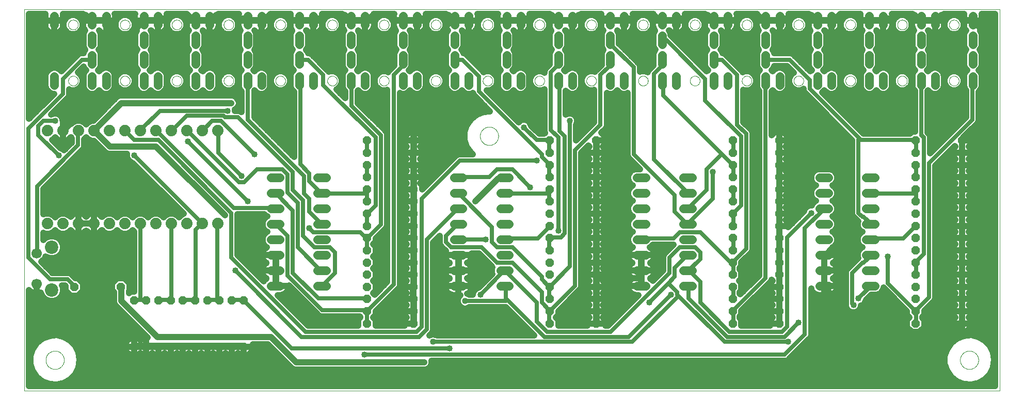
<source format=gtl>
G75*
%MOIN*%
%OFA0B0*%
%FSLAX25Y25*%
%IPPOS*%
%LPD*%
%AMOC8*
5,1,8,0,0,1.08239X$1,22.5*
%
%ADD10C,0.00000*%
%ADD11C,0.07400*%
%ADD12OC8,0.05600*%
%ADD13C,0.05600*%
%ADD14C,0.05550*%
%ADD15C,0.08661*%
%ADD16C,0.06693*%
%ADD17C,0.04000*%
%ADD18C,0.04000*%
%ADD19C,0.02500*%
D10*
X0008487Y0003000D02*
X0008487Y0249063D01*
X0638408Y0249063D01*
X0638408Y0003000D01*
X0008487Y0003000D01*
X0022266Y0022685D02*
X0022268Y0022838D01*
X0022274Y0022992D01*
X0022284Y0023145D01*
X0022298Y0023297D01*
X0022316Y0023450D01*
X0022338Y0023601D01*
X0022363Y0023752D01*
X0022393Y0023903D01*
X0022427Y0024053D01*
X0022464Y0024201D01*
X0022505Y0024349D01*
X0022550Y0024495D01*
X0022599Y0024641D01*
X0022652Y0024785D01*
X0022708Y0024927D01*
X0022768Y0025068D01*
X0022832Y0025208D01*
X0022899Y0025346D01*
X0022970Y0025482D01*
X0023045Y0025616D01*
X0023122Y0025748D01*
X0023204Y0025878D01*
X0023288Y0026006D01*
X0023376Y0026132D01*
X0023467Y0026255D01*
X0023561Y0026376D01*
X0023659Y0026494D01*
X0023759Y0026610D01*
X0023863Y0026723D01*
X0023969Y0026834D01*
X0024078Y0026942D01*
X0024190Y0027047D01*
X0024304Y0027148D01*
X0024422Y0027247D01*
X0024541Y0027343D01*
X0024663Y0027436D01*
X0024788Y0027525D01*
X0024915Y0027612D01*
X0025044Y0027694D01*
X0025175Y0027774D01*
X0025308Y0027850D01*
X0025443Y0027923D01*
X0025580Y0027992D01*
X0025719Y0028057D01*
X0025859Y0028119D01*
X0026001Y0028177D01*
X0026144Y0028232D01*
X0026289Y0028283D01*
X0026435Y0028330D01*
X0026582Y0028373D01*
X0026730Y0028412D01*
X0026879Y0028448D01*
X0027029Y0028479D01*
X0027180Y0028507D01*
X0027331Y0028531D01*
X0027484Y0028551D01*
X0027636Y0028567D01*
X0027789Y0028579D01*
X0027942Y0028587D01*
X0028095Y0028591D01*
X0028249Y0028591D01*
X0028402Y0028587D01*
X0028555Y0028579D01*
X0028708Y0028567D01*
X0028860Y0028551D01*
X0029013Y0028531D01*
X0029164Y0028507D01*
X0029315Y0028479D01*
X0029465Y0028448D01*
X0029614Y0028412D01*
X0029762Y0028373D01*
X0029909Y0028330D01*
X0030055Y0028283D01*
X0030200Y0028232D01*
X0030343Y0028177D01*
X0030485Y0028119D01*
X0030625Y0028057D01*
X0030764Y0027992D01*
X0030901Y0027923D01*
X0031036Y0027850D01*
X0031169Y0027774D01*
X0031300Y0027694D01*
X0031429Y0027612D01*
X0031556Y0027525D01*
X0031681Y0027436D01*
X0031803Y0027343D01*
X0031922Y0027247D01*
X0032040Y0027148D01*
X0032154Y0027047D01*
X0032266Y0026942D01*
X0032375Y0026834D01*
X0032481Y0026723D01*
X0032585Y0026610D01*
X0032685Y0026494D01*
X0032783Y0026376D01*
X0032877Y0026255D01*
X0032968Y0026132D01*
X0033056Y0026006D01*
X0033140Y0025878D01*
X0033222Y0025748D01*
X0033299Y0025616D01*
X0033374Y0025482D01*
X0033445Y0025346D01*
X0033512Y0025208D01*
X0033576Y0025068D01*
X0033636Y0024927D01*
X0033692Y0024785D01*
X0033745Y0024641D01*
X0033794Y0024495D01*
X0033839Y0024349D01*
X0033880Y0024201D01*
X0033917Y0024053D01*
X0033951Y0023903D01*
X0033981Y0023752D01*
X0034006Y0023601D01*
X0034028Y0023450D01*
X0034046Y0023297D01*
X0034060Y0023145D01*
X0034070Y0022992D01*
X0034076Y0022838D01*
X0034078Y0022685D01*
X0034076Y0022532D01*
X0034070Y0022378D01*
X0034060Y0022225D01*
X0034046Y0022073D01*
X0034028Y0021920D01*
X0034006Y0021769D01*
X0033981Y0021618D01*
X0033951Y0021467D01*
X0033917Y0021317D01*
X0033880Y0021169D01*
X0033839Y0021021D01*
X0033794Y0020875D01*
X0033745Y0020729D01*
X0033692Y0020585D01*
X0033636Y0020443D01*
X0033576Y0020302D01*
X0033512Y0020162D01*
X0033445Y0020024D01*
X0033374Y0019888D01*
X0033299Y0019754D01*
X0033222Y0019622D01*
X0033140Y0019492D01*
X0033056Y0019364D01*
X0032968Y0019238D01*
X0032877Y0019115D01*
X0032783Y0018994D01*
X0032685Y0018876D01*
X0032585Y0018760D01*
X0032481Y0018647D01*
X0032375Y0018536D01*
X0032266Y0018428D01*
X0032154Y0018323D01*
X0032040Y0018222D01*
X0031922Y0018123D01*
X0031803Y0018027D01*
X0031681Y0017934D01*
X0031556Y0017845D01*
X0031429Y0017758D01*
X0031300Y0017676D01*
X0031169Y0017596D01*
X0031036Y0017520D01*
X0030901Y0017447D01*
X0030764Y0017378D01*
X0030625Y0017313D01*
X0030485Y0017251D01*
X0030343Y0017193D01*
X0030200Y0017138D01*
X0030055Y0017087D01*
X0029909Y0017040D01*
X0029762Y0016997D01*
X0029614Y0016958D01*
X0029465Y0016922D01*
X0029315Y0016891D01*
X0029164Y0016863D01*
X0029013Y0016839D01*
X0028860Y0016819D01*
X0028708Y0016803D01*
X0028555Y0016791D01*
X0028402Y0016783D01*
X0028249Y0016779D01*
X0028095Y0016779D01*
X0027942Y0016783D01*
X0027789Y0016791D01*
X0027636Y0016803D01*
X0027484Y0016819D01*
X0027331Y0016839D01*
X0027180Y0016863D01*
X0027029Y0016891D01*
X0026879Y0016922D01*
X0026730Y0016958D01*
X0026582Y0016997D01*
X0026435Y0017040D01*
X0026289Y0017087D01*
X0026144Y0017138D01*
X0026001Y0017193D01*
X0025859Y0017251D01*
X0025719Y0017313D01*
X0025580Y0017378D01*
X0025443Y0017447D01*
X0025308Y0017520D01*
X0025175Y0017596D01*
X0025044Y0017676D01*
X0024915Y0017758D01*
X0024788Y0017845D01*
X0024663Y0017934D01*
X0024541Y0018027D01*
X0024422Y0018123D01*
X0024304Y0018222D01*
X0024190Y0018323D01*
X0024078Y0018428D01*
X0023969Y0018536D01*
X0023863Y0018647D01*
X0023759Y0018760D01*
X0023659Y0018876D01*
X0023561Y0018994D01*
X0023467Y0019115D01*
X0023376Y0019238D01*
X0023288Y0019364D01*
X0023204Y0019492D01*
X0023122Y0019622D01*
X0023045Y0019754D01*
X0022970Y0019888D01*
X0022899Y0020024D01*
X0022832Y0020162D01*
X0022768Y0020302D01*
X0022708Y0020443D01*
X0022652Y0020585D01*
X0022599Y0020729D01*
X0022550Y0020875D01*
X0022505Y0021021D01*
X0022464Y0021169D01*
X0022427Y0021317D01*
X0022393Y0021467D01*
X0022363Y0021618D01*
X0022338Y0021769D01*
X0022316Y0021920D01*
X0022298Y0022073D01*
X0022284Y0022225D01*
X0022274Y0022378D01*
X0022268Y0022532D01*
X0022266Y0022685D01*
X0302777Y0167331D02*
X0302779Y0167484D01*
X0302785Y0167638D01*
X0302795Y0167791D01*
X0302809Y0167943D01*
X0302827Y0168096D01*
X0302849Y0168247D01*
X0302874Y0168398D01*
X0302904Y0168549D01*
X0302938Y0168699D01*
X0302975Y0168847D01*
X0303016Y0168995D01*
X0303061Y0169141D01*
X0303110Y0169287D01*
X0303163Y0169431D01*
X0303219Y0169573D01*
X0303279Y0169714D01*
X0303343Y0169854D01*
X0303410Y0169992D01*
X0303481Y0170128D01*
X0303556Y0170262D01*
X0303633Y0170394D01*
X0303715Y0170524D01*
X0303799Y0170652D01*
X0303887Y0170778D01*
X0303978Y0170901D01*
X0304072Y0171022D01*
X0304170Y0171140D01*
X0304270Y0171256D01*
X0304374Y0171369D01*
X0304480Y0171480D01*
X0304589Y0171588D01*
X0304701Y0171693D01*
X0304815Y0171794D01*
X0304933Y0171893D01*
X0305052Y0171989D01*
X0305174Y0172082D01*
X0305299Y0172171D01*
X0305426Y0172258D01*
X0305555Y0172340D01*
X0305686Y0172420D01*
X0305819Y0172496D01*
X0305954Y0172569D01*
X0306091Y0172638D01*
X0306230Y0172703D01*
X0306370Y0172765D01*
X0306512Y0172823D01*
X0306655Y0172878D01*
X0306800Y0172929D01*
X0306946Y0172976D01*
X0307093Y0173019D01*
X0307241Y0173058D01*
X0307390Y0173094D01*
X0307540Y0173125D01*
X0307691Y0173153D01*
X0307842Y0173177D01*
X0307995Y0173197D01*
X0308147Y0173213D01*
X0308300Y0173225D01*
X0308453Y0173233D01*
X0308606Y0173237D01*
X0308760Y0173237D01*
X0308913Y0173233D01*
X0309066Y0173225D01*
X0309219Y0173213D01*
X0309371Y0173197D01*
X0309524Y0173177D01*
X0309675Y0173153D01*
X0309826Y0173125D01*
X0309976Y0173094D01*
X0310125Y0173058D01*
X0310273Y0173019D01*
X0310420Y0172976D01*
X0310566Y0172929D01*
X0310711Y0172878D01*
X0310854Y0172823D01*
X0310996Y0172765D01*
X0311136Y0172703D01*
X0311275Y0172638D01*
X0311412Y0172569D01*
X0311547Y0172496D01*
X0311680Y0172420D01*
X0311811Y0172340D01*
X0311940Y0172258D01*
X0312067Y0172171D01*
X0312192Y0172082D01*
X0312314Y0171989D01*
X0312433Y0171893D01*
X0312551Y0171794D01*
X0312665Y0171693D01*
X0312777Y0171588D01*
X0312886Y0171480D01*
X0312992Y0171369D01*
X0313096Y0171256D01*
X0313196Y0171140D01*
X0313294Y0171022D01*
X0313388Y0170901D01*
X0313479Y0170778D01*
X0313567Y0170652D01*
X0313651Y0170524D01*
X0313733Y0170394D01*
X0313810Y0170262D01*
X0313885Y0170128D01*
X0313956Y0169992D01*
X0314023Y0169854D01*
X0314087Y0169714D01*
X0314147Y0169573D01*
X0314203Y0169431D01*
X0314256Y0169287D01*
X0314305Y0169141D01*
X0314350Y0168995D01*
X0314391Y0168847D01*
X0314428Y0168699D01*
X0314462Y0168549D01*
X0314492Y0168398D01*
X0314517Y0168247D01*
X0314539Y0168096D01*
X0314557Y0167943D01*
X0314571Y0167791D01*
X0314581Y0167638D01*
X0314587Y0167484D01*
X0314589Y0167331D01*
X0314587Y0167178D01*
X0314581Y0167024D01*
X0314571Y0166871D01*
X0314557Y0166719D01*
X0314539Y0166566D01*
X0314517Y0166415D01*
X0314492Y0166264D01*
X0314462Y0166113D01*
X0314428Y0165963D01*
X0314391Y0165815D01*
X0314350Y0165667D01*
X0314305Y0165521D01*
X0314256Y0165375D01*
X0314203Y0165231D01*
X0314147Y0165089D01*
X0314087Y0164948D01*
X0314023Y0164808D01*
X0313956Y0164670D01*
X0313885Y0164534D01*
X0313810Y0164400D01*
X0313733Y0164268D01*
X0313651Y0164138D01*
X0313567Y0164010D01*
X0313479Y0163884D01*
X0313388Y0163761D01*
X0313294Y0163640D01*
X0313196Y0163522D01*
X0313096Y0163406D01*
X0312992Y0163293D01*
X0312886Y0163182D01*
X0312777Y0163074D01*
X0312665Y0162969D01*
X0312551Y0162868D01*
X0312433Y0162769D01*
X0312314Y0162673D01*
X0312192Y0162580D01*
X0312067Y0162491D01*
X0311940Y0162404D01*
X0311811Y0162322D01*
X0311680Y0162242D01*
X0311547Y0162166D01*
X0311412Y0162093D01*
X0311275Y0162024D01*
X0311136Y0161959D01*
X0310996Y0161897D01*
X0310854Y0161839D01*
X0310711Y0161784D01*
X0310566Y0161733D01*
X0310420Y0161686D01*
X0310273Y0161643D01*
X0310125Y0161604D01*
X0309976Y0161568D01*
X0309826Y0161537D01*
X0309675Y0161509D01*
X0309524Y0161485D01*
X0309371Y0161465D01*
X0309219Y0161449D01*
X0309066Y0161437D01*
X0308913Y0161429D01*
X0308760Y0161425D01*
X0308606Y0161425D01*
X0308453Y0161429D01*
X0308300Y0161437D01*
X0308147Y0161449D01*
X0307995Y0161465D01*
X0307842Y0161485D01*
X0307691Y0161509D01*
X0307540Y0161537D01*
X0307390Y0161568D01*
X0307241Y0161604D01*
X0307093Y0161643D01*
X0306946Y0161686D01*
X0306800Y0161733D01*
X0306655Y0161784D01*
X0306512Y0161839D01*
X0306370Y0161897D01*
X0306230Y0161959D01*
X0306091Y0162024D01*
X0305954Y0162093D01*
X0305819Y0162166D01*
X0305686Y0162242D01*
X0305555Y0162322D01*
X0305426Y0162404D01*
X0305299Y0162491D01*
X0305174Y0162580D01*
X0305052Y0162673D01*
X0304933Y0162769D01*
X0304815Y0162868D01*
X0304701Y0162969D01*
X0304589Y0163074D01*
X0304480Y0163182D01*
X0304374Y0163293D01*
X0304270Y0163406D01*
X0304170Y0163522D01*
X0304072Y0163640D01*
X0303978Y0163761D01*
X0303887Y0163884D01*
X0303799Y0164010D01*
X0303715Y0164138D01*
X0303633Y0164268D01*
X0303556Y0164400D01*
X0303481Y0164534D01*
X0303410Y0164670D01*
X0303343Y0164808D01*
X0303279Y0164948D01*
X0303219Y0165089D01*
X0303163Y0165231D01*
X0303110Y0165375D01*
X0303061Y0165521D01*
X0303016Y0165667D01*
X0302975Y0165815D01*
X0302938Y0165963D01*
X0302904Y0166113D01*
X0302874Y0166264D01*
X0302849Y0166415D01*
X0302827Y0166566D01*
X0302809Y0166719D01*
X0302795Y0166871D01*
X0302785Y0167024D01*
X0302779Y0167178D01*
X0302777Y0167331D01*
X0304549Y0203000D02*
X0304551Y0203112D01*
X0304557Y0203223D01*
X0304567Y0203335D01*
X0304581Y0203446D01*
X0304598Y0203556D01*
X0304620Y0203666D01*
X0304646Y0203775D01*
X0304675Y0203883D01*
X0304708Y0203989D01*
X0304745Y0204095D01*
X0304786Y0204199D01*
X0304831Y0204302D01*
X0304879Y0204403D01*
X0304930Y0204502D01*
X0304985Y0204599D01*
X0305044Y0204694D01*
X0305105Y0204788D01*
X0305170Y0204879D01*
X0305239Y0204967D01*
X0305310Y0205053D01*
X0305384Y0205137D01*
X0305462Y0205217D01*
X0305542Y0205295D01*
X0305625Y0205371D01*
X0305710Y0205443D01*
X0305798Y0205512D01*
X0305888Y0205578D01*
X0305981Y0205640D01*
X0306076Y0205700D01*
X0306173Y0205756D01*
X0306271Y0205808D01*
X0306372Y0205857D01*
X0306474Y0205902D01*
X0306578Y0205944D01*
X0306683Y0205982D01*
X0306790Y0206016D01*
X0306897Y0206046D01*
X0307006Y0206073D01*
X0307115Y0206095D01*
X0307226Y0206114D01*
X0307336Y0206129D01*
X0307448Y0206140D01*
X0307559Y0206147D01*
X0307671Y0206150D01*
X0307783Y0206149D01*
X0307895Y0206144D01*
X0308006Y0206135D01*
X0308117Y0206122D01*
X0308228Y0206105D01*
X0308338Y0206085D01*
X0308447Y0206060D01*
X0308555Y0206032D01*
X0308662Y0205999D01*
X0308768Y0205963D01*
X0308872Y0205923D01*
X0308975Y0205880D01*
X0309077Y0205833D01*
X0309176Y0205782D01*
X0309274Y0205728D01*
X0309370Y0205670D01*
X0309464Y0205609D01*
X0309555Y0205545D01*
X0309644Y0205478D01*
X0309731Y0205407D01*
X0309815Y0205333D01*
X0309897Y0205257D01*
X0309975Y0205177D01*
X0310051Y0205095D01*
X0310124Y0205010D01*
X0310194Y0204923D01*
X0310260Y0204833D01*
X0310324Y0204741D01*
X0310384Y0204647D01*
X0310441Y0204551D01*
X0310494Y0204452D01*
X0310544Y0204352D01*
X0310590Y0204251D01*
X0310633Y0204147D01*
X0310672Y0204042D01*
X0310707Y0203936D01*
X0310738Y0203829D01*
X0310766Y0203720D01*
X0310789Y0203611D01*
X0310809Y0203501D01*
X0310825Y0203390D01*
X0310837Y0203279D01*
X0310845Y0203168D01*
X0310849Y0203056D01*
X0310849Y0202944D01*
X0310845Y0202832D01*
X0310837Y0202721D01*
X0310825Y0202610D01*
X0310809Y0202499D01*
X0310789Y0202389D01*
X0310766Y0202280D01*
X0310738Y0202171D01*
X0310707Y0202064D01*
X0310672Y0201958D01*
X0310633Y0201853D01*
X0310590Y0201749D01*
X0310544Y0201648D01*
X0310494Y0201548D01*
X0310441Y0201449D01*
X0310384Y0201353D01*
X0310324Y0201259D01*
X0310260Y0201167D01*
X0310194Y0201077D01*
X0310124Y0200990D01*
X0310051Y0200905D01*
X0309975Y0200823D01*
X0309897Y0200743D01*
X0309815Y0200667D01*
X0309731Y0200593D01*
X0309644Y0200522D01*
X0309555Y0200455D01*
X0309464Y0200391D01*
X0309370Y0200330D01*
X0309274Y0200272D01*
X0309176Y0200218D01*
X0309077Y0200167D01*
X0308975Y0200120D01*
X0308872Y0200077D01*
X0308768Y0200037D01*
X0308662Y0200001D01*
X0308555Y0199968D01*
X0308447Y0199940D01*
X0308338Y0199915D01*
X0308228Y0199895D01*
X0308117Y0199878D01*
X0308006Y0199865D01*
X0307895Y0199856D01*
X0307783Y0199851D01*
X0307671Y0199850D01*
X0307559Y0199853D01*
X0307448Y0199860D01*
X0307336Y0199871D01*
X0307226Y0199886D01*
X0307115Y0199905D01*
X0307006Y0199927D01*
X0306897Y0199954D01*
X0306790Y0199984D01*
X0306683Y0200018D01*
X0306578Y0200056D01*
X0306474Y0200098D01*
X0306372Y0200143D01*
X0306271Y0200192D01*
X0306173Y0200244D01*
X0306076Y0200300D01*
X0305981Y0200360D01*
X0305888Y0200422D01*
X0305798Y0200488D01*
X0305710Y0200557D01*
X0305625Y0200629D01*
X0305542Y0200705D01*
X0305462Y0200783D01*
X0305384Y0200863D01*
X0305310Y0200947D01*
X0305239Y0201033D01*
X0305170Y0201121D01*
X0305105Y0201212D01*
X0305044Y0201306D01*
X0304985Y0201401D01*
X0304930Y0201498D01*
X0304879Y0201597D01*
X0304831Y0201698D01*
X0304786Y0201801D01*
X0304745Y0201905D01*
X0304708Y0202011D01*
X0304675Y0202117D01*
X0304646Y0202225D01*
X0304620Y0202334D01*
X0304598Y0202444D01*
X0304581Y0202554D01*
X0304567Y0202665D01*
X0304557Y0202777D01*
X0304551Y0202888D01*
X0304549Y0203000D01*
X0271085Y0203000D02*
X0271087Y0203112D01*
X0271093Y0203223D01*
X0271103Y0203335D01*
X0271117Y0203446D01*
X0271134Y0203556D01*
X0271156Y0203666D01*
X0271182Y0203775D01*
X0271211Y0203883D01*
X0271244Y0203989D01*
X0271281Y0204095D01*
X0271322Y0204199D01*
X0271367Y0204302D01*
X0271415Y0204403D01*
X0271466Y0204502D01*
X0271521Y0204599D01*
X0271580Y0204694D01*
X0271641Y0204788D01*
X0271706Y0204879D01*
X0271775Y0204967D01*
X0271846Y0205053D01*
X0271920Y0205137D01*
X0271998Y0205217D01*
X0272078Y0205295D01*
X0272161Y0205371D01*
X0272246Y0205443D01*
X0272334Y0205512D01*
X0272424Y0205578D01*
X0272517Y0205640D01*
X0272612Y0205700D01*
X0272709Y0205756D01*
X0272807Y0205808D01*
X0272908Y0205857D01*
X0273010Y0205902D01*
X0273114Y0205944D01*
X0273219Y0205982D01*
X0273326Y0206016D01*
X0273433Y0206046D01*
X0273542Y0206073D01*
X0273651Y0206095D01*
X0273762Y0206114D01*
X0273872Y0206129D01*
X0273984Y0206140D01*
X0274095Y0206147D01*
X0274207Y0206150D01*
X0274319Y0206149D01*
X0274431Y0206144D01*
X0274542Y0206135D01*
X0274653Y0206122D01*
X0274764Y0206105D01*
X0274874Y0206085D01*
X0274983Y0206060D01*
X0275091Y0206032D01*
X0275198Y0205999D01*
X0275304Y0205963D01*
X0275408Y0205923D01*
X0275511Y0205880D01*
X0275613Y0205833D01*
X0275712Y0205782D01*
X0275810Y0205728D01*
X0275906Y0205670D01*
X0276000Y0205609D01*
X0276091Y0205545D01*
X0276180Y0205478D01*
X0276267Y0205407D01*
X0276351Y0205333D01*
X0276433Y0205257D01*
X0276511Y0205177D01*
X0276587Y0205095D01*
X0276660Y0205010D01*
X0276730Y0204923D01*
X0276796Y0204833D01*
X0276860Y0204741D01*
X0276920Y0204647D01*
X0276977Y0204551D01*
X0277030Y0204452D01*
X0277080Y0204352D01*
X0277126Y0204251D01*
X0277169Y0204147D01*
X0277208Y0204042D01*
X0277243Y0203936D01*
X0277274Y0203829D01*
X0277302Y0203720D01*
X0277325Y0203611D01*
X0277345Y0203501D01*
X0277361Y0203390D01*
X0277373Y0203279D01*
X0277381Y0203168D01*
X0277385Y0203056D01*
X0277385Y0202944D01*
X0277381Y0202832D01*
X0277373Y0202721D01*
X0277361Y0202610D01*
X0277345Y0202499D01*
X0277325Y0202389D01*
X0277302Y0202280D01*
X0277274Y0202171D01*
X0277243Y0202064D01*
X0277208Y0201958D01*
X0277169Y0201853D01*
X0277126Y0201749D01*
X0277080Y0201648D01*
X0277030Y0201548D01*
X0276977Y0201449D01*
X0276920Y0201353D01*
X0276860Y0201259D01*
X0276796Y0201167D01*
X0276730Y0201077D01*
X0276660Y0200990D01*
X0276587Y0200905D01*
X0276511Y0200823D01*
X0276433Y0200743D01*
X0276351Y0200667D01*
X0276267Y0200593D01*
X0276180Y0200522D01*
X0276091Y0200455D01*
X0276000Y0200391D01*
X0275906Y0200330D01*
X0275810Y0200272D01*
X0275712Y0200218D01*
X0275613Y0200167D01*
X0275511Y0200120D01*
X0275408Y0200077D01*
X0275304Y0200037D01*
X0275198Y0200001D01*
X0275091Y0199968D01*
X0274983Y0199940D01*
X0274874Y0199915D01*
X0274764Y0199895D01*
X0274653Y0199878D01*
X0274542Y0199865D01*
X0274431Y0199856D01*
X0274319Y0199851D01*
X0274207Y0199850D01*
X0274095Y0199853D01*
X0273984Y0199860D01*
X0273872Y0199871D01*
X0273762Y0199886D01*
X0273651Y0199905D01*
X0273542Y0199927D01*
X0273433Y0199954D01*
X0273326Y0199984D01*
X0273219Y0200018D01*
X0273114Y0200056D01*
X0273010Y0200098D01*
X0272908Y0200143D01*
X0272807Y0200192D01*
X0272709Y0200244D01*
X0272612Y0200300D01*
X0272517Y0200360D01*
X0272424Y0200422D01*
X0272334Y0200488D01*
X0272246Y0200557D01*
X0272161Y0200629D01*
X0272078Y0200705D01*
X0271998Y0200783D01*
X0271920Y0200863D01*
X0271846Y0200947D01*
X0271775Y0201033D01*
X0271706Y0201121D01*
X0271641Y0201212D01*
X0271580Y0201306D01*
X0271521Y0201401D01*
X0271466Y0201498D01*
X0271415Y0201597D01*
X0271367Y0201698D01*
X0271322Y0201801D01*
X0271281Y0201905D01*
X0271244Y0202011D01*
X0271211Y0202117D01*
X0271182Y0202225D01*
X0271156Y0202334D01*
X0271134Y0202444D01*
X0271117Y0202554D01*
X0271103Y0202665D01*
X0271093Y0202777D01*
X0271087Y0202888D01*
X0271085Y0203000D01*
X0237620Y0203000D02*
X0237622Y0203112D01*
X0237628Y0203223D01*
X0237638Y0203335D01*
X0237652Y0203446D01*
X0237669Y0203556D01*
X0237691Y0203666D01*
X0237717Y0203775D01*
X0237746Y0203883D01*
X0237779Y0203989D01*
X0237816Y0204095D01*
X0237857Y0204199D01*
X0237902Y0204302D01*
X0237950Y0204403D01*
X0238001Y0204502D01*
X0238056Y0204599D01*
X0238115Y0204694D01*
X0238176Y0204788D01*
X0238241Y0204879D01*
X0238310Y0204967D01*
X0238381Y0205053D01*
X0238455Y0205137D01*
X0238533Y0205217D01*
X0238613Y0205295D01*
X0238696Y0205371D01*
X0238781Y0205443D01*
X0238869Y0205512D01*
X0238959Y0205578D01*
X0239052Y0205640D01*
X0239147Y0205700D01*
X0239244Y0205756D01*
X0239342Y0205808D01*
X0239443Y0205857D01*
X0239545Y0205902D01*
X0239649Y0205944D01*
X0239754Y0205982D01*
X0239861Y0206016D01*
X0239968Y0206046D01*
X0240077Y0206073D01*
X0240186Y0206095D01*
X0240297Y0206114D01*
X0240407Y0206129D01*
X0240519Y0206140D01*
X0240630Y0206147D01*
X0240742Y0206150D01*
X0240854Y0206149D01*
X0240966Y0206144D01*
X0241077Y0206135D01*
X0241188Y0206122D01*
X0241299Y0206105D01*
X0241409Y0206085D01*
X0241518Y0206060D01*
X0241626Y0206032D01*
X0241733Y0205999D01*
X0241839Y0205963D01*
X0241943Y0205923D01*
X0242046Y0205880D01*
X0242148Y0205833D01*
X0242247Y0205782D01*
X0242345Y0205728D01*
X0242441Y0205670D01*
X0242535Y0205609D01*
X0242626Y0205545D01*
X0242715Y0205478D01*
X0242802Y0205407D01*
X0242886Y0205333D01*
X0242968Y0205257D01*
X0243046Y0205177D01*
X0243122Y0205095D01*
X0243195Y0205010D01*
X0243265Y0204923D01*
X0243331Y0204833D01*
X0243395Y0204741D01*
X0243455Y0204647D01*
X0243512Y0204551D01*
X0243565Y0204452D01*
X0243615Y0204352D01*
X0243661Y0204251D01*
X0243704Y0204147D01*
X0243743Y0204042D01*
X0243778Y0203936D01*
X0243809Y0203829D01*
X0243837Y0203720D01*
X0243860Y0203611D01*
X0243880Y0203501D01*
X0243896Y0203390D01*
X0243908Y0203279D01*
X0243916Y0203168D01*
X0243920Y0203056D01*
X0243920Y0202944D01*
X0243916Y0202832D01*
X0243908Y0202721D01*
X0243896Y0202610D01*
X0243880Y0202499D01*
X0243860Y0202389D01*
X0243837Y0202280D01*
X0243809Y0202171D01*
X0243778Y0202064D01*
X0243743Y0201958D01*
X0243704Y0201853D01*
X0243661Y0201749D01*
X0243615Y0201648D01*
X0243565Y0201548D01*
X0243512Y0201449D01*
X0243455Y0201353D01*
X0243395Y0201259D01*
X0243331Y0201167D01*
X0243265Y0201077D01*
X0243195Y0200990D01*
X0243122Y0200905D01*
X0243046Y0200823D01*
X0242968Y0200743D01*
X0242886Y0200667D01*
X0242802Y0200593D01*
X0242715Y0200522D01*
X0242626Y0200455D01*
X0242535Y0200391D01*
X0242441Y0200330D01*
X0242345Y0200272D01*
X0242247Y0200218D01*
X0242148Y0200167D01*
X0242046Y0200120D01*
X0241943Y0200077D01*
X0241839Y0200037D01*
X0241733Y0200001D01*
X0241626Y0199968D01*
X0241518Y0199940D01*
X0241409Y0199915D01*
X0241299Y0199895D01*
X0241188Y0199878D01*
X0241077Y0199865D01*
X0240966Y0199856D01*
X0240854Y0199851D01*
X0240742Y0199850D01*
X0240630Y0199853D01*
X0240519Y0199860D01*
X0240407Y0199871D01*
X0240297Y0199886D01*
X0240186Y0199905D01*
X0240077Y0199927D01*
X0239968Y0199954D01*
X0239861Y0199984D01*
X0239754Y0200018D01*
X0239649Y0200056D01*
X0239545Y0200098D01*
X0239443Y0200143D01*
X0239342Y0200192D01*
X0239244Y0200244D01*
X0239147Y0200300D01*
X0239052Y0200360D01*
X0238959Y0200422D01*
X0238869Y0200488D01*
X0238781Y0200557D01*
X0238696Y0200629D01*
X0238613Y0200705D01*
X0238533Y0200783D01*
X0238455Y0200863D01*
X0238381Y0200947D01*
X0238310Y0201033D01*
X0238241Y0201121D01*
X0238176Y0201212D01*
X0238115Y0201306D01*
X0238056Y0201401D01*
X0238001Y0201498D01*
X0237950Y0201597D01*
X0237902Y0201698D01*
X0237857Y0201801D01*
X0237816Y0201905D01*
X0237779Y0202011D01*
X0237746Y0202117D01*
X0237717Y0202225D01*
X0237691Y0202334D01*
X0237669Y0202444D01*
X0237652Y0202554D01*
X0237638Y0202665D01*
X0237628Y0202777D01*
X0237622Y0202888D01*
X0237620Y0203000D01*
X0204156Y0203000D02*
X0204158Y0203112D01*
X0204164Y0203223D01*
X0204174Y0203335D01*
X0204188Y0203446D01*
X0204205Y0203556D01*
X0204227Y0203666D01*
X0204253Y0203775D01*
X0204282Y0203883D01*
X0204315Y0203989D01*
X0204352Y0204095D01*
X0204393Y0204199D01*
X0204438Y0204302D01*
X0204486Y0204403D01*
X0204537Y0204502D01*
X0204592Y0204599D01*
X0204651Y0204694D01*
X0204712Y0204788D01*
X0204777Y0204879D01*
X0204846Y0204967D01*
X0204917Y0205053D01*
X0204991Y0205137D01*
X0205069Y0205217D01*
X0205149Y0205295D01*
X0205232Y0205371D01*
X0205317Y0205443D01*
X0205405Y0205512D01*
X0205495Y0205578D01*
X0205588Y0205640D01*
X0205683Y0205700D01*
X0205780Y0205756D01*
X0205878Y0205808D01*
X0205979Y0205857D01*
X0206081Y0205902D01*
X0206185Y0205944D01*
X0206290Y0205982D01*
X0206397Y0206016D01*
X0206504Y0206046D01*
X0206613Y0206073D01*
X0206722Y0206095D01*
X0206833Y0206114D01*
X0206943Y0206129D01*
X0207055Y0206140D01*
X0207166Y0206147D01*
X0207278Y0206150D01*
X0207390Y0206149D01*
X0207502Y0206144D01*
X0207613Y0206135D01*
X0207724Y0206122D01*
X0207835Y0206105D01*
X0207945Y0206085D01*
X0208054Y0206060D01*
X0208162Y0206032D01*
X0208269Y0205999D01*
X0208375Y0205963D01*
X0208479Y0205923D01*
X0208582Y0205880D01*
X0208684Y0205833D01*
X0208783Y0205782D01*
X0208881Y0205728D01*
X0208977Y0205670D01*
X0209071Y0205609D01*
X0209162Y0205545D01*
X0209251Y0205478D01*
X0209338Y0205407D01*
X0209422Y0205333D01*
X0209504Y0205257D01*
X0209582Y0205177D01*
X0209658Y0205095D01*
X0209731Y0205010D01*
X0209801Y0204923D01*
X0209867Y0204833D01*
X0209931Y0204741D01*
X0209991Y0204647D01*
X0210048Y0204551D01*
X0210101Y0204452D01*
X0210151Y0204352D01*
X0210197Y0204251D01*
X0210240Y0204147D01*
X0210279Y0204042D01*
X0210314Y0203936D01*
X0210345Y0203829D01*
X0210373Y0203720D01*
X0210396Y0203611D01*
X0210416Y0203501D01*
X0210432Y0203390D01*
X0210444Y0203279D01*
X0210452Y0203168D01*
X0210456Y0203056D01*
X0210456Y0202944D01*
X0210452Y0202832D01*
X0210444Y0202721D01*
X0210432Y0202610D01*
X0210416Y0202499D01*
X0210396Y0202389D01*
X0210373Y0202280D01*
X0210345Y0202171D01*
X0210314Y0202064D01*
X0210279Y0201958D01*
X0210240Y0201853D01*
X0210197Y0201749D01*
X0210151Y0201648D01*
X0210101Y0201548D01*
X0210048Y0201449D01*
X0209991Y0201353D01*
X0209931Y0201259D01*
X0209867Y0201167D01*
X0209801Y0201077D01*
X0209731Y0200990D01*
X0209658Y0200905D01*
X0209582Y0200823D01*
X0209504Y0200743D01*
X0209422Y0200667D01*
X0209338Y0200593D01*
X0209251Y0200522D01*
X0209162Y0200455D01*
X0209071Y0200391D01*
X0208977Y0200330D01*
X0208881Y0200272D01*
X0208783Y0200218D01*
X0208684Y0200167D01*
X0208582Y0200120D01*
X0208479Y0200077D01*
X0208375Y0200037D01*
X0208269Y0200001D01*
X0208162Y0199968D01*
X0208054Y0199940D01*
X0207945Y0199915D01*
X0207835Y0199895D01*
X0207724Y0199878D01*
X0207613Y0199865D01*
X0207502Y0199856D01*
X0207390Y0199851D01*
X0207278Y0199850D01*
X0207166Y0199853D01*
X0207055Y0199860D01*
X0206943Y0199871D01*
X0206833Y0199886D01*
X0206722Y0199905D01*
X0206613Y0199927D01*
X0206504Y0199954D01*
X0206397Y0199984D01*
X0206290Y0200018D01*
X0206185Y0200056D01*
X0206081Y0200098D01*
X0205979Y0200143D01*
X0205878Y0200192D01*
X0205780Y0200244D01*
X0205683Y0200300D01*
X0205588Y0200360D01*
X0205495Y0200422D01*
X0205405Y0200488D01*
X0205317Y0200557D01*
X0205232Y0200629D01*
X0205149Y0200705D01*
X0205069Y0200783D01*
X0204991Y0200863D01*
X0204917Y0200947D01*
X0204846Y0201033D01*
X0204777Y0201121D01*
X0204712Y0201212D01*
X0204651Y0201306D01*
X0204592Y0201401D01*
X0204537Y0201498D01*
X0204486Y0201597D01*
X0204438Y0201698D01*
X0204393Y0201801D01*
X0204352Y0201905D01*
X0204315Y0202011D01*
X0204282Y0202117D01*
X0204253Y0202225D01*
X0204227Y0202334D01*
X0204205Y0202444D01*
X0204188Y0202554D01*
X0204174Y0202665D01*
X0204164Y0202777D01*
X0204158Y0202888D01*
X0204156Y0203000D01*
X0170691Y0203000D02*
X0170693Y0203112D01*
X0170699Y0203223D01*
X0170709Y0203335D01*
X0170723Y0203446D01*
X0170740Y0203556D01*
X0170762Y0203666D01*
X0170788Y0203775D01*
X0170817Y0203883D01*
X0170850Y0203989D01*
X0170887Y0204095D01*
X0170928Y0204199D01*
X0170973Y0204302D01*
X0171021Y0204403D01*
X0171072Y0204502D01*
X0171127Y0204599D01*
X0171186Y0204694D01*
X0171247Y0204788D01*
X0171312Y0204879D01*
X0171381Y0204967D01*
X0171452Y0205053D01*
X0171526Y0205137D01*
X0171604Y0205217D01*
X0171684Y0205295D01*
X0171767Y0205371D01*
X0171852Y0205443D01*
X0171940Y0205512D01*
X0172030Y0205578D01*
X0172123Y0205640D01*
X0172218Y0205700D01*
X0172315Y0205756D01*
X0172413Y0205808D01*
X0172514Y0205857D01*
X0172616Y0205902D01*
X0172720Y0205944D01*
X0172825Y0205982D01*
X0172932Y0206016D01*
X0173039Y0206046D01*
X0173148Y0206073D01*
X0173257Y0206095D01*
X0173368Y0206114D01*
X0173478Y0206129D01*
X0173590Y0206140D01*
X0173701Y0206147D01*
X0173813Y0206150D01*
X0173925Y0206149D01*
X0174037Y0206144D01*
X0174148Y0206135D01*
X0174259Y0206122D01*
X0174370Y0206105D01*
X0174480Y0206085D01*
X0174589Y0206060D01*
X0174697Y0206032D01*
X0174804Y0205999D01*
X0174910Y0205963D01*
X0175014Y0205923D01*
X0175117Y0205880D01*
X0175219Y0205833D01*
X0175318Y0205782D01*
X0175416Y0205728D01*
X0175512Y0205670D01*
X0175606Y0205609D01*
X0175697Y0205545D01*
X0175786Y0205478D01*
X0175873Y0205407D01*
X0175957Y0205333D01*
X0176039Y0205257D01*
X0176117Y0205177D01*
X0176193Y0205095D01*
X0176266Y0205010D01*
X0176336Y0204923D01*
X0176402Y0204833D01*
X0176466Y0204741D01*
X0176526Y0204647D01*
X0176583Y0204551D01*
X0176636Y0204452D01*
X0176686Y0204352D01*
X0176732Y0204251D01*
X0176775Y0204147D01*
X0176814Y0204042D01*
X0176849Y0203936D01*
X0176880Y0203829D01*
X0176908Y0203720D01*
X0176931Y0203611D01*
X0176951Y0203501D01*
X0176967Y0203390D01*
X0176979Y0203279D01*
X0176987Y0203168D01*
X0176991Y0203056D01*
X0176991Y0202944D01*
X0176987Y0202832D01*
X0176979Y0202721D01*
X0176967Y0202610D01*
X0176951Y0202499D01*
X0176931Y0202389D01*
X0176908Y0202280D01*
X0176880Y0202171D01*
X0176849Y0202064D01*
X0176814Y0201958D01*
X0176775Y0201853D01*
X0176732Y0201749D01*
X0176686Y0201648D01*
X0176636Y0201548D01*
X0176583Y0201449D01*
X0176526Y0201353D01*
X0176466Y0201259D01*
X0176402Y0201167D01*
X0176336Y0201077D01*
X0176266Y0200990D01*
X0176193Y0200905D01*
X0176117Y0200823D01*
X0176039Y0200743D01*
X0175957Y0200667D01*
X0175873Y0200593D01*
X0175786Y0200522D01*
X0175697Y0200455D01*
X0175606Y0200391D01*
X0175512Y0200330D01*
X0175416Y0200272D01*
X0175318Y0200218D01*
X0175219Y0200167D01*
X0175117Y0200120D01*
X0175014Y0200077D01*
X0174910Y0200037D01*
X0174804Y0200001D01*
X0174697Y0199968D01*
X0174589Y0199940D01*
X0174480Y0199915D01*
X0174370Y0199895D01*
X0174259Y0199878D01*
X0174148Y0199865D01*
X0174037Y0199856D01*
X0173925Y0199851D01*
X0173813Y0199850D01*
X0173701Y0199853D01*
X0173590Y0199860D01*
X0173478Y0199871D01*
X0173368Y0199886D01*
X0173257Y0199905D01*
X0173148Y0199927D01*
X0173039Y0199954D01*
X0172932Y0199984D01*
X0172825Y0200018D01*
X0172720Y0200056D01*
X0172616Y0200098D01*
X0172514Y0200143D01*
X0172413Y0200192D01*
X0172315Y0200244D01*
X0172218Y0200300D01*
X0172123Y0200360D01*
X0172030Y0200422D01*
X0171940Y0200488D01*
X0171852Y0200557D01*
X0171767Y0200629D01*
X0171684Y0200705D01*
X0171604Y0200783D01*
X0171526Y0200863D01*
X0171452Y0200947D01*
X0171381Y0201033D01*
X0171312Y0201121D01*
X0171247Y0201212D01*
X0171186Y0201306D01*
X0171127Y0201401D01*
X0171072Y0201498D01*
X0171021Y0201597D01*
X0170973Y0201698D01*
X0170928Y0201801D01*
X0170887Y0201905D01*
X0170850Y0202011D01*
X0170817Y0202117D01*
X0170788Y0202225D01*
X0170762Y0202334D01*
X0170740Y0202444D01*
X0170723Y0202554D01*
X0170709Y0202665D01*
X0170699Y0202777D01*
X0170693Y0202888D01*
X0170691Y0203000D01*
X0137226Y0203000D02*
X0137228Y0203112D01*
X0137234Y0203223D01*
X0137244Y0203335D01*
X0137258Y0203446D01*
X0137275Y0203556D01*
X0137297Y0203666D01*
X0137323Y0203775D01*
X0137352Y0203883D01*
X0137385Y0203989D01*
X0137422Y0204095D01*
X0137463Y0204199D01*
X0137508Y0204302D01*
X0137556Y0204403D01*
X0137607Y0204502D01*
X0137662Y0204599D01*
X0137721Y0204694D01*
X0137782Y0204788D01*
X0137847Y0204879D01*
X0137916Y0204967D01*
X0137987Y0205053D01*
X0138061Y0205137D01*
X0138139Y0205217D01*
X0138219Y0205295D01*
X0138302Y0205371D01*
X0138387Y0205443D01*
X0138475Y0205512D01*
X0138565Y0205578D01*
X0138658Y0205640D01*
X0138753Y0205700D01*
X0138850Y0205756D01*
X0138948Y0205808D01*
X0139049Y0205857D01*
X0139151Y0205902D01*
X0139255Y0205944D01*
X0139360Y0205982D01*
X0139467Y0206016D01*
X0139574Y0206046D01*
X0139683Y0206073D01*
X0139792Y0206095D01*
X0139903Y0206114D01*
X0140013Y0206129D01*
X0140125Y0206140D01*
X0140236Y0206147D01*
X0140348Y0206150D01*
X0140460Y0206149D01*
X0140572Y0206144D01*
X0140683Y0206135D01*
X0140794Y0206122D01*
X0140905Y0206105D01*
X0141015Y0206085D01*
X0141124Y0206060D01*
X0141232Y0206032D01*
X0141339Y0205999D01*
X0141445Y0205963D01*
X0141549Y0205923D01*
X0141652Y0205880D01*
X0141754Y0205833D01*
X0141853Y0205782D01*
X0141951Y0205728D01*
X0142047Y0205670D01*
X0142141Y0205609D01*
X0142232Y0205545D01*
X0142321Y0205478D01*
X0142408Y0205407D01*
X0142492Y0205333D01*
X0142574Y0205257D01*
X0142652Y0205177D01*
X0142728Y0205095D01*
X0142801Y0205010D01*
X0142871Y0204923D01*
X0142937Y0204833D01*
X0143001Y0204741D01*
X0143061Y0204647D01*
X0143118Y0204551D01*
X0143171Y0204452D01*
X0143221Y0204352D01*
X0143267Y0204251D01*
X0143310Y0204147D01*
X0143349Y0204042D01*
X0143384Y0203936D01*
X0143415Y0203829D01*
X0143443Y0203720D01*
X0143466Y0203611D01*
X0143486Y0203501D01*
X0143502Y0203390D01*
X0143514Y0203279D01*
X0143522Y0203168D01*
X0143526Y0203056D01*
X0143526Y0202944D01*
X0143522Y0202832D01*
X0143514Y0202721D01*
X0143502Y0202610D01*
X0143486Y0202499D01*
X0143466Y0202389D01*
X0143443Y0202280D01*
X0143415Y0202171D01*
X0143384Y0202064D01*
X0143349Y0201958D01*
X0143310Y0201853D01*
X0143267Y0201749D01*
X0143221Y0201648D01*
X0143171Y0201548D01*
X0143118Y0201449D01*
X0143061Y0201353D01*
X0143001Y0201259D01*
X0142937Y0201167D01*
X0142871Y0201077D01*
X0142801Y0200990D01*
X0142728Y0200905D01*
X0142652Y0200823D01*
X0142574Y0200743D01*
X0142492Y0200667D01*
X0142408Y0200593D01*
X0142321Y0200522D01*
X0142232Y0200455D01*
X0142141Y0200391D01*
X0142047Y0200330D01*
X0141951Y0200272D01*
X0141853Y0200218D01*
X0141754Y0200167D01*
X0141652Y0200120D01*
X0141549Y0200077D01*
X0141445Y0200037D01*
X0141339Y0200001D01*
X0141232Y0199968D01*
X0141124Y0199940D01*
X0141015Y0199915D01*
X0140905Y0199895D01*
X0140794Y0199878D01*
X0140683Y0199865D01*
X0140572Y0199856D01*
X0140460Y0199851D01*
X0140348Y0199850D01*
X0140236Y0199853D01*
X0140125Y0199860D01*
X0140013Y0199871D01*
X0139903Y0199886D01*
X0139792Y0199905D01*
X0139683Y0199927D01*
X0139574Y0199954D01*
X0139467Y0199984D01*
X0139360Y0200018D01*
X0139255Y0200056D01*
X0139151Y0200098D01*
X0139049Y0200143D01*
X0138948Y0200192D01*
X0138850Y0200244D01*
X0138753Y0200300D01*
X0138658Y0200360D01*
X0138565Y0200422D01*
X0138475Y0200488D01*
X0138387Y0200557D01*
X0138302Y0200629D01*
X0138219Y0200705D01*
X0138139Y0200783D01*
X0138061Y0200863D01*
X0137987Y0200947D01*
X0137916Y0201033D01*
X0137847Y0201121D01*
X0137782Y0201212D01*
X0137721Y0201306D01*
X0137662Y0201401D01*
X0137607Y0201498D01*
X0137556Y0201597D01*
X0137508Y0201698D01*
X0137463Y0201801D01*
X0137422Y0201905D01*
X0137385Y0202011D01*
X0137352Y0202117D01*
X0137323Y0202225D01*
X0137297Y0202334D01*
X0137275Y0202444D01*
X0137258Y0202554D01*
X0137244Y0202665D01*
X0137234Y0202777D01*
X0137228Y0202888D01*
X0137226Y0203000D01*
X0103762Y0203000D02*
X0103764Y0203112D01*
X0103770Y0203223D01*
X0103780Y0203335D01*
X0103794Y0203446D01*
X0103811Y0203556D01*
X0103833Y0203666D01*
X0103859Y0203775D01*
X0103888Y0203883D01*
X0103921Y0203989D01*
X0103958Y0204095D01*
X0103999Y0204199D01*
X0104044Y0204302D01*
X0104092Y0204403D01*
X0104143Y0204502D01*
X0104198Y0204599D01*
X0104257Y0204694D01*
X0104318Y0204788D01*
X0104383Y0204879D01*
X0104452Y0204967D01*
X0104523Y0205053D01*
X0104597Y0205137D01*
X0104675Y0205217D01*
X0104755Y0205295D01*
X0104838Y0205371D01*
X0104923Y0205443D01*
X0105011Y0205512D01*
X0105101Y0205578D01*
X0105194Y0205640D01*
X0105289Y0205700D01*
X0105386Y0205756D01*
X0105484Y0205808D01*
X0105585Y0205857D01*
X0105687Y0205902D01*
X0105791Y0205944D01*
X0105896Y0205982D01*
X0106003Y0206016D01*
X0106110Y0206046D01*
X0106219Y0206073D01*
X0106328Y0206095D01*
X0106439Y0206114D01*
X0106549Y0206129D01*
X0106661Y0206140D01*
X0106772Y0206147D01*
X0106884Y0206150D01*
X0106996Y0206149D01*
X0107108Y0206144D01*
X0107219Y0206135D01*
X0107330Y0206122D01*
X0107441Y0206105D01*
X0107551Y0206085D01*
X0107660Y0206060D01*
X0107768Y0206032D01*
X0107875Y0205999D01*
X0107981Y0205963D01*
X0108085Y0205923D01*
X0108188Y0205880D01*
X0108290Y0205833D01*
X0108389Y0205782D01*
X0108487Y0205728D01*
X0108583Y0205670D01*
X0108677Y0205609D01*
X0108768Y0205545D01*
X0108857Y0205478D01*
X0108944Y0205407D01*
X0109028Y0205333D01*
X0109110Y0205257D01*
X0109188Y0205177D01*
X0109264Y0205095D01*
X0109337Y0205010D01*
X0109407Y0204923D01*
X0109473Y0204833D01*
X0109537Y0204741D01*
X0109597Y0204647D01*
X0109654Y0204551D01*
X0109707Y0204452D01*
X0109757Y0204352D01*
X0109803Y0204251D01*
X0109846Y0204147D01*
X0109885Y0204042D01*
X0109920Y0203936D01*
X0109951Y0203829D01*
X0109979Y0203720D01*
X0110002Y0203611D01*
X0110022Y0203501D01*
X0110038Y0203390D01*
X0110050Y0203279D01*
X0110058Y0203168D01*
X0110062Y0203056D01*
X0110062Y0202944D01*
X0110058Y0202832D01*
X0110050Y0202721D01*
X0110038Y0202610D01*
X0110022Y0202499D01*
X0110002Y0202389D01*
X0109979Y0202280D01*
X0109951Y0202171D01*
X0109920Y0202064D01*
X0109885Y0201958D01*
X0109846Y0201853D01*
X0109803Y0201749D01*
X0109757Y0201648D01*
X0109707Y0201548D01*
X0109654Y0201449D01*
X0109597Y0201353D01*
X0109537Y0201259D01*
X0109473Y0201167D01*
X0109407Y0201077D01*
X0109337Y0200990D01*
X0109264Y0200905D01*
X0109188Y0200823D01*
X0109110Y0200743D01*
X0109028Y0200667D01*
X0108944Y0200593D01*
X0108857Y0200522D01*
X0108768Y0200455D01*
X0108677Y0200391D01*
X0108583Y0200330D01*
X0108487Y0200272D01*
X0108389Y0200218D01*
X0108290Y0200167D01*
X0108188Y0200120D01*
X0108085Y0200077D01*
X0107981Y0200037D01*
X0107875Y0200001D01*
X0107768Y0199968D01*
X0107660Y0199940D01*
X0107551Y0199915D01*
X0107441Y0199895D01*
X0107330Y0199878D01*
X0107219Y0199865D01*
X0107108Y0199856D01*
X0106996Y0199851D01*
X0106884Y0199850D01*
X0106772Y0199853D01*
X0106661Y0199860D01*
X0106549Y0199871D01*
X0106439Y0199886D01*
X0106328Y0199905D01*
X0106219Y0199927D01*
X0106110Y0199954D01*
X0106003Y0199984D01*
X0105896Y0200018D01*
X0105791Y0200056D01*
X0105687Y0200098D01*
X0105585Y0200143D01*
X0105484Y0200192D01*
X0105386Y0200244D01*
X0105289Y0200300D01*
X0105194Y0200360D01*
X0105101Y0200422D01*
X0105011Y0200488D01*
X0104923Y0200557D01*
X0104838Y0200629D01*
X0104755Y0200705D01*
X0104675Y0200783D01*
X0104597Y0200863D01*
X0104523Y0200947D01*
X0104452Y0201033D01*
X0104383Y0201121D01*
X0104318Y0201212D01*
X0104257Y0201306D01*
X0104198Y0201401D01*
X0104143Y0201498D01*
X0104092Y0201597D01*
X0104044Y0201698D01*
X0103999Y0201801D01*
X0103958Y0201905D01*
X0103921Y0202011D01*
X0103888Y0202117D01*
X0103859Y0202225D01*
X0103833Y0202334D01*
X0103811Y0202444D01*
X0103794Y0202554D01*
X0103780Y0202665D01*
X0103770Y0202777D01*
X0103764Y0202888D01*
X0103762Y0203000D01*
X0070297Y0203000D02*
X0070299Y0203112D01*
X0070305Y0203223D01*
X0070315Y0203335D01*
X0070329Y0203446D01*
X0070346Y0203556D01*
X0070368Y0203666D01*
X0070394Y0203775D01*
X0070423Y0203883D01*
X0070456Y0203989D01*
X0070493Y0204095D01*
X0070534Y0204199D01*
X0070579Y0204302D01*
X0070627Y0204403D01*
X0070678Y0204502D01*
X0070733Y0204599D01*
X0070792Y0204694D01*
X0070853Y0204788D01*
X0070918Y0204879D01*
X0070987Y0204967D01*
X0071058Y0205053D01*
X0071132Y0205137D01*
X0071210Y0205217D01*
X0071290Y0205295D01*
X0071373Y0205371D01*
X0071458Y0205443D01*
X0071546Y0205512D01*
X0071636Y0205578D01*
X0071729Y0205640D01*
X0071824Y0205700D01*
X0071921Y0205756D01*
X0072019Y0205808D01*
X0072120Y0205857D01*
X0072222Y0205902D01*
X0072326Y0205944D01*
X0072431Y0205982D01*
X0072538Y0206016D01*
X0072645Y0206046D01*
X0072754Y0206073D01*
X0072863Y0206095D01*
X0072974Y0206114D01*
X0073084Y0206129D01*
X0073196Y0206140D01*
X0073307Y0206147D01*
X0073419Y0206150D01*
X0073531Y0206149D01*
X0073643Y0206144D01*
X0073754Y0206135D01*
X0073865Y0206122D01*
X0073976Y0206105D01*
X0074086Y0206085D01*
X0074195Y0206060D01*
X0074303Y0206032D01*
X0074410Y0205999D01*
X0074516Y0205963D01*
X0074620Y0205923D01*
X0074723Y0205880D01*
X0074825Y0205833D01*
X0074924Y0205782D01*
X0075022Y0205728D01*
X0075118Y0205670D01*
X0075212Y0205609D01*
X0075303Y0205545D01*
X0075392Y0205478D01*
X0075479Y0205407D01*
X0075563Y0205333D01*
X0075645Y0205257D01*
X0075723Y0205177D01*
X0075799Y0205095D01*
X0075872Y0205010D01*
X0075942Y0204923D01*
X0076008Y0204833D01*
X0076072Y0204741D01*
X0076132Y0204647D01*
X0076189Y0204551D01*
X0076242Y0204452D01*
X0076292Y0204352D01*
X0076338Y0204251D01*
X0076381Y0204147D01*
X0076420Y0204042D01*
X0076455Y0203936D01*
X0076486Y0203829D01*
X0076514Y0203720D01*
X0076537Y0203611D01*
X0076557Y0203501D01*
X0076573Y0203390D01*
X0076585Y0203279D01*
X0076593Y0203168D01*
X0076597Y0203056D01*
X0076597Y0202944D01*
X0076593Y0202832D01*
X0076585Y0202721D01*
X0076573Y0202610D01*
X0076557Y0202499D01*
X0076537Y0202389D01*
X0076514Y0202280D01*
X0076486Y0202171D01*
X0076455Y0202064D01*
X0076420Y0201958D01*
X0076381Y0201853D01*
X0076338Y0201749D01*
X0076292Y0201648D01*
X0076242Y0201548D01*
X0076189Y0201449D01*
X0076132Y0201353D01*
X0076072Y0201259D01*
X0076008Y0201167D01*
X0075942Y0201077D01*
X0075872Y0200990D01*
X0075799Y0200905D01*
X0075723Y0200823D01*
X0075645Y0200743D01*
X0075563Y0200667D01*
X0075479Y0200593D01*
X0075392Y0200522D01*
X0075303Y0200455D01*
X0075212Y0200391D01*
X0075118Y0200330D01*
X0075022Y0200272D01*
X0074924Y0200218D01*
X0074825Y0200167D01*
X0074723Y0200120D01*
X0074620Y0200077D01*
X0074516Y0200037D01*
X0074410Y0200001D01*
X0074303Y0199968D01*
X0074195Y0199940D01*
X0074086Y0199915D01*
X0073976Y0199895D01*
X0073865Y0199878D01*
X0073754Y0199865D01*
X0073643Y0199856D01*
X0073531Y0199851D01*
X0073419Y0199850D01*
X0073307Y0199853D01*
X0073196Y0199860D01*
X0073084Y0199871D01*
X0072974Y0199886D01*
X0072863Y0199905D01*
X0072754Y0199927D01*
X0072645Y0199954D01*
X0072538Y0199984D01*
X0072431Y0200018D01*
X0072326Y0200056D01*
X0072222Y0200098D01*
X0072120Y0200143D01*
X0072019Y0200192D01*
X0071921Y0200244D01*
X0071824Y0200300D01*
X0071729Y0200360D01*
X0071636Y0200422D01*
X0071546Y0200488D01*
X0071458Y0200557D01*
X0071373Y0200629D01*
X0071290Y0200705D01*
X0071210Y0200783D01*
X0071132Y0200863D01*
X0071058Y0200947D01*
X0070987Y0201033D01*
X0070918Y0201121D01*
X0070853Y0201212D01*
X0070792Y0201306D01*
X0070733Y0201401D01*
X0070678Y0201498D01*
X0070627Y0201597D01*
X0070579Y0201698D01*
X0070534Y0201801D01*
X0070493Y0201905D01*
X0070456Y0202011D01*
X0070423Y0202117D01*
X0070394Y0202225D01*
X0070368Y0202334D01*
X0070346Y0202444D01*
X0070329Y0202554D01*
X0070315Y0202665D01*
X0070305Y0202777D01*
X0070299Y0202888D01*
X0070297Y0203000D01*
X0036833Y0203000D02*
X0036835Y0203112D01*
X0036841Y0203223D01*
X0036851Y0203335D01*
X0036865Y0203446D01*
X0036882Y0203556D01*
X0036904Y0203666D01*
X0036930Y0203775D01*
X0036959Y0203883D01*
X0036992Y0203989D01*
X0037029Y0204095D01*
X0037070Y0204199D01*
X0037115Y0204302D01*
X0037163Y0204403D01*
X0037214Y0204502D01*
X0037269Y0204599D01*
X0037328Y0204694D01*
X0037389Y0204788D01*
X0037454Y0204879D01*
X0037523Y0204967D01*
X0037594Y0205053D01*
X0037668Y0205137D01*
X0037746Y0205217D01*
X0037826Y0205295D01*
X0037909Y0205371D01*
X0037994Y0205443D01*
X0038082Y0205512D01*
X0038172Y0205578D01*
X0038265Y0205640D01*
X0038360Y0205700D01*
X0038457Y0205756D01*
X0038555Y0205808D01*
X0038656Y0205857D01*
X0038758Y0205902D01*
X0038862Y0205944D01*
X0038967Y0205982D01*
X0039074Y0206016D01*
X0039181Y0206046D01*
X0039290Y0206073D01*
X0039399Y0206095D01*
X0039510Y0206114D01*
X0039620Y0206129D01*
X0039732Y0206140D01*
X0039843Y0206147D01*
X0039955Y0206150D01*
X0040067Y0206149D01*
X0040179Y0206144D01*
X0040290Y0206135D01*
X0040401Y0206122D01*
X0040512Y0206105D01*
X0040622Y0206085D01*
X0040731Y0206060D01*
X0040839Y0206032D01*
X0040946Y0205999D01*
X0041052Y0205963D01*
X0041156Y0205923D01*
X0041259Y0205880D01*
X0041361Y0205833D01*
X0041460Y0205782D01*
X0041558Y0205728D01*
X0041654Y0205670D01*
X0041748Y0205609D01*
X0041839Y0205545D01*
X0041928Y0205478D01*
X0042015Y0205407D01*
X0042099Y0205333D01*
X0042181Y0205257D01*
X0042259Y0205177D01*
X0042335Y0205095D01*
X0042408Y0205010D01*
X0042478Y0204923D01*
X0042544Y0204833D01*
X0042608Y0204741D01*
X0042668Y0204647D01*
X0042725Y0204551D01*
X0042778Y0204452D01*
X0042828Y0204352D01*
X0042874Y0204251D01*
X0042917Y0204147D01*
X0042956Y0204042D01*
X0042991Y0203936D01*
X0043022Y0203829D01*
X0043050Y0203720D01*
X0043073Y0203611D01*
X0043093Y0203501D01*
X0043109Y0203390D01*
X0043121Y0203279D01*
X0043129Y0203168D01*
X0043133Y0203056D01*
X0043133Y0202944D01*
X0043129Y0202832D01*
X0043121Y0202721D01*
X0043109Y0202610D01*
X0043093Y0202499D01*
X0043073Y0202389D01*
X0043050Y0202280D01*
X0043022Y0202171D01*
X0042991Y0202064D01*
X0042956Y0201958D01*
X0042917Y0201853D01*
X0042874Y0201749D01*
X0042828Y0201648D01*
X0042778Y0201548D01*
X0042725Y0201449D01*
X0042668Y0201353D01*
X0042608Y0201259D01*
X0042544Y0201167D01*
X0042478Y0201077D01*
X0042408Y0200990D01*
X0042335Y0200905D01*
X0042259Y0200823D01*
X0042181Y0200743D01*
X0042099Y0200667D01*
X0042015Y0200593D01*
X0041928Y0200522D01*
X0041839Y0200455D01*
X0041748Y0200391D01*
X0041654Y0200330D01*
X0041558Y0200272D01*
X0041460Y0200218D01*
X0041361Y0200167D01*
X0041259Y0200120D01*
X0041156Y0200077D01*
X0041052Y0200037D01*
X0040946Y0200001D01*
X0040839Y0199968D01*
X0040731Y0199940D01*
X0040622Y0199915D01*
X0040512Y0199895D01*
X0040401Y0199878D01*
X0040290Y0199865D01*
X0040179Y0199856D01*
X0040067Y0199851D01*
X0039955Y0199850D01*
X0039843Y0199853D01*
X0039732Y0199860D01*
X0039620Y0199871D01*
X0039510Y0199886D01*
X0039399Y0199905D01*
X0039290Y0199927D01*
X0039181Y0199954D01*
X0039074Y0199984D01*
X0038967Y0200018D01*
X0038862Y0200056D01*
X0038758Y0200098D01*
X0038656Y0200143D01*
X0038555Y0200192D01*
X0038457Y0200244D01*
X0038360Y0200300D01*
X0038265Y0200360D01*
X0038172Y0200422D01*
X0038082Y0200488D01*
X0037994Y0200557D01*
X0037909Y0200629D01*
X0037826Y0200705D01*
X0037746Y0200783D01*
X0037668Y0200863D01*
X0037594Y0200947D01*
X0037523Y0201033D01*
X0037454Y0201121D01*
X0037389Y0201212D01*
X0037328Y0201306D01*
X0037269Y0201401D01*
X0037214Y0201498D01*
X0037163Y0201597D01*
X0037115Y0201698D01*
X0037070Y0201801D01*
X0037029Y0201905D01*
X0036992Y0202011D01*
X0036959Y0202117D01*
X0036930Y0202225D01*
X0036904Y0202334D01*
X0036882Y0202444D01*
X0036865Y0202554D01*
X0036851Y0202665D01*
X0036841Y0202777D01*
X0036835Y0202888D01*
X0036833Y0203000D01*
X0036833Y0239220D02*
X0036835Y0239332D01*
X0036841Y0239443D01*
X0036851Y0239555D01*
X0036865Y0239666D01*
X0036882Y0239776D01*
X0036904Y0239886D01*
X0036930Y0239995D01*
X0036959Y0240103D01*
X0036992Y0240209D01*
X0037029Y0240315D01*
X0037070Y0240419D01*
X0037115Y0240522D01*
X0037163Y0240623D01*
X0037214Y0240722D01*
X0037269Y0240819D01*
X0037328Y0240914D01*
X0037389Y0241008D01*
X0037454Y0241099D01*
X0037523Y0241187D01*
X0037594Y0241273D01*
X0037668Y0241357D01*
X0037746Y0241437D01*
X0037826Y0241515D01*
X0037909Y0241591D01*
X0037994Y0241663D01*
X0038082Y0241732D01*
X0038172Y0241798D01*
X0038265Y0241860D01*
X0038360Y0241920D01*
X0038457Y0241976D01*
X0038555Y0242028D01*
X0038656Y0242077D01*
X0038758Y0242122D01*
X0038862Y0242164D01*
X0038967Y0242202D01*
X0039074Y0242236D01*
X0039181Y0242266D01*
X0039290Y0242293D01*
X0039399Y0242315D01*
X0039510Y0242334D01*
X0039620Y0242349D01*
X0039732Y0242360D01*
X0039843Y0242367D01*
X0039955Y0242370D01*
X0040067Y0242369D01*
X0040179Y0242364D01*
X0040290Y0242355D01*
X0040401Y0242342D01*
X0040512Y0242325D01*
X0040622Y0242305D01*
X0040731Y0242280D01*
X0040839Y0242252D01*
X0040946Y0242219D01*
X0041052Y0242183D01*
X0041156Y0242143D01*
X0041259Y0242100D01*
X0041361Y0242053D01*
X0041460Y0242002D01*
X0041558Y0241948D01*
X0041654Y0241890D01*
X0041748Y0241829D01*
X0041839Y0241765D01*
X0041928Y0241698D01*
X0042015Y0241627D01*
X0042099Y0241553D01*
X0042181Y0241477D01*
X0042259Y0241397D01*
X0042335Y0241315D01*
X0042408Y0241230D01*
X0042478Y0241143D01*
X0042544Y0241053D01*
X0042608Y0240961D01*
X0042668Y0240867D01*
X0042725Y0240771D01*
X0042778Y0240672D01*
X0042828Y0240572D01*
X0042874Y0240471D01*
X0042917Y0240367D01*
X0042956Y0240262D01*
X0042991Y0240156D01*
X0043022Y0240049D01*
X0043050Y0239940D01*
X0043073Y0239831D01*
X0043093Y0239721D01*
X0043109Y0239610D01*
X0043121Y0239499D01*
X0043129Y0239388D01*
X0043133Y0239276D01*
X0043133Y0239164D01*
X0043129Y0239052D01*
X0043121Y0238941D01*
X0043109Y0238830D01*
X0043093Y0238719D01*
X0043073Y0238609D01*
X0043050Y0238500D01*
X0043022Y0238391D01*
X0042991Y0238284D01*
X0042956Y0238178D01*
X0042917Y0238073D01*
X0042874Y0237969D01*
X0042828Y0237868D01*
X0042778Y0237768D01*
X0042725Y0237669D01*
X0042668Y0237573D01*
X0042608Y0237479D01*
X0042544Y0237387D01*
X0042478Y0237297D01*
X0042408Y0237210D01*
X0042335Y0237125D01*
X0042259Y0237043D01*
X0042181Y0236963D01*
X0042099Y0236887D01*
X0042015Y0236813D01*
X0041928Y0236742D01*
X0041839Y0236675D01*
X0041748Y0236611D01*
X0041654Y0236550D01*
X0041558Y0236492D01*
X0041460Y0236438D01*
X0041361Y0236387D01*
X0041259Y0236340D01*
X0041156Y0236297D01*
X0041052Y0236257D01*
X0040946Y0236221D01*
X0040839Y0236188D01*
X0040731Y0236160D01*
X0040622Y0236135D01*
X0040512Y0236115D01*
X0040401Y0236098D01*
X0040290Y0236085D01*
X0040179Y0236076D01*
X0040067Y0236071D01*
X0039955Y0236070D01*
X0039843Y0236073D01*
X0039732Y0236080D01*
X0039620Y0236091D01*
X0039510Y0236106D01*
X0039399Y0236125D01*
X0039290Y0236147D01*
X0039181Y0236174D01*
X0039074Y0236204D01*
X0038967Y0236238D01*
X0038862Y0236276D01*
X0038758Y0236318D01*
X0038656Y0236363D01*
X0038555Y0236412D01*
X0038457Y0236464D01*
X0038360Y0236520D01*
X0038265Y0236580D01*
X0038172Y0236642D01*
X0038082Y0236708D01*
X0037994Y0236777D01*
X0037909Y0236849D01*
X0037826Y0236925D01*
X0037746Y0237003D01*
X0037668Y0237083D01*
X0037594Y0237167D01*
X0037523Y0237253D01*
X0037454Y0237341D01*
X0037389Y0237432D01*
X0037328Y0237526D01*
X0037269Y0237621D01*
X0037214Y0237718D01*
X0037163Y0237817D01*
X0037115Y0237918D01*
X0037070Y0238021D01*
X0037029Y0238125D01*
X0036992Y0238231D01*
X0036959Y0238337D01*
X0036930Y0238445D01*
X0036904Y0238554D01*
X0036882Y0238664D01*
X0036865Y0238774D01*
X0036851Y0238885D01*
X0036841Y0238997D01*
X0036835Y0239108D01*
X0036833Y0239220D01*
X0070297Y0239220D02*
X0070299Y0239332D01*
X0070305Y0239443D01*
X0070315Y0239555D01*
X0070329Y0239666D01*
X0070346Y0239776D01*
X0070368Y0239886D01*
X0070394Y0239995D01*
X0070423Y0240103D01*
X0070456Y0240209D01*
X0070493Y0240315D01*
X0070534Y0240419D01*
X0070579Y0240522D01*
X0070627Y0240623D01*
X0070678Y0240722D01*
X0070733Y0240819D01*
X0070792Y0240914D01*
X0070853Y0241008D01*
X0070918Y0241099D01*
X0070987Y0241187D01*
X0071058Y0241273D01*
X0071132Y0241357D01*
X0071210Y0241437D01*
X0071290Y0241515D01*
X0071373Y0241591D01*
X0071458Y0241663D01*
X0071546Y0241732D01*
X0071636Y0241798D01*
X0071729Y0241860D01*
X0071824Y0241920D01*
X0071921Y0241976D01*
X0072019Y0242028D01*
X0072120Y0242077D01*
X0072222Y0242122D01*
X0072326Y0242164D01*
X0072431Y0242202D01*
X0072538Y0242236D01*
X0072645Y0242266D01*
X0072754Y0242293D01*
X0072863Y0242315D01*
X0072974Y0242334D01*
X0073084Y0242349D01*
X0073196Y0242360D01*
X0073307Y0242367D01*
X0073419Y0242370D01*
X0073531Y0242369D01*
X0073643Y0242364D01*
X0073754Y0242355D01*
X0073865Y0242342D01*
X0073976Y0242325D01*
X0074086Y0242305D01*
X0074195Y0242280D01*
X0074303Y0242252D01*
X0074410Y0242219D01*
X0074516Y0242183D01*
X0074620Y0242143D01*
X0074723Y0242100D01*
X0074825Y0242053D01*
X0074924Y0242002D01*
X0075022Y0241948D01*
X0075118Y0241890D01*
X0075212Y0241829D01*
X0075303Y0241765D01*
X0075392Y0241698D01*
X0075479Y0241627D01*
X0075563Y0241553D01*
X0075645Y0241477D01*
X0075723Y0241397D01*
X0075799Y0241315D01*
X0075872Y0241230D01*
X0075942Y0241143D01*
X0076008Y0241053D01*
X0076072Y0240961D01*
X0076132Y0240867D01*
X0076189Y0240771D01*
X0076242Y0240672D01*
X0076292Y0240572D01*
X0076338Y0240471D01*
X0076381Y0240367D01*
X0076420Y0240262D01*
X0076455Y0240156D01*
X0076486Y0240049D01*
X0076514Y0239940D01*
X0076537Y0239831D01*
X0076557Y0239721D01*
X0076573Y0239610D01*
X0076585Y0239499D01*
X0076593Y0239388D01*
X0076597Y0239276D01*
X0076597Y0239164D01*
X0076593Y0239052D01*
X0076585Y0238941D01*
X0076573Y0238830D01*
X0076557Y0238719D01*
X0076537Y0238609D01*
X0076514Y0238500D01*
X0076486Y0238391D01*
X0076455Y0238284D01*
X0076420Y0238178D01*
X0076381Y0238073D01*
X0076338Y0237969D01*
X0076292Y0237868D01*
X0076242Y0237768D01*
X0076189Y0237669D01*
X0076132Y0237573D01*
X0076072Y0237479D01*
X0076008Y0237387D01*
X0075942Y0237297D01*
X0075872Y0237210D01*
X0075799Y0237125D01*
X0075723Y0237043D01*
X0075645Y0236963D01*
X0075563Y0236887D01*
X0075479Y0236813D01*
X0075392Y0236742D01*
X0075303Y0236675D01*
X0075212Y0236611D01*
X0075118Y0236550D01*
X0075022Y0236492D01*
X0074924Y0236438D01*
X0074825Y0236387D01*
X0074723Y0236340D01*
X0074620Y0236297D01*
X0074516Y0236257D01*
X0074410Y0236221D01*
X0074303Y0236188D01*
X0074195Y0236160D01*
X0074086Y0236135D01*
X0073976Y0236115D01*
X0073865Y0236098D01*
X0073754Y0236085D01*
X0073643Y0236076D01*
X0073531Y0236071D01*
X0073419Y0236070D01*
X0073307Y0236073D01*
X0073196Y0236080D01*
X0073084Y0236091D01*
X0072974Y0236106D01*
X0072863Y0236125D01*
X0072754Y0236147D01*
X0072645Y0236174D01*
X0072538Y0236204D01*
X0072431Y0236238D01*
X0072326Y0236276D01*
X0072222Y0236318D01*
X0072120Y0236363D01*
X0072019Y0236412D01*
X0071921Y0236464D01*
X0071824Y0236520D01*
X0071729Y0236580D01*
X0071636Y0236642D01*
X0071546Y0236708D01*
X0071458Y0236777D01*
X0071373Y0236849D01*
X0071290Y0236925D01*
X0071210Y0237003D01*
X0071132Y0237083D01*
X0071058Y0237167D01*
X0070987Y0237253D01*
X0070918Y0237341D01*
X0070853Y0237432D01*
X0070792Y0237526D01*
X0070733Y0237621D01*
X0070678Y0237718D01*
X0070627Y0237817D01*
X0070579Y0237918D01*
X0070534Y0238021D01*
X0070493Y0238125D01*
X0070456Y0238231D01*
X0070423Y0238337D01*
X0070394Y0238445D01*
X0070368Y0238554D01*
X0070346Y0238664D01*
X0070329Y0238774D01*
X0070315Y0238885D01*
X0070305Y0238997D01*
X0070299Y0239108D01*
X0070297Y0239220D01*
X0103762Y0239220D02*
X0103764Y0239332D01*
X0103770Y0239443D01*
X0103780Y0239555D01*
X0103794Y0239666D01*
X0103811Y0239776D01*
X0103833Y0239886D01*
X0103859Y0239995D01*
X0103888Y0240103D01*
X0103921Y0240209D01*
X0103958Y0240315D01*
X0103999Y0240419D01*
X0104044Y0240522D01*
X0104092Y0240623D01*
X0104143Y0240722D01*
X0104198Y0240819D01*
X0104257Y0240914D01*
X0104318Y0241008D01*
X0104383Y0241099D01*
X0104452Y0241187D01*
X0104523Y0241273D01*
X0104597Y0241357D01*
X0104675Y0241437D01*
X0104755Y0241515D01*
X0104838Y0241591D01*
X0104923Y0241663D01*
X0105011Y0241732D01*
X0105101Y0241798D01*
X0105194Y0241860D01*
X0105289Y0241920D01*
X0105386Y0241976D01*
X0105484Y0242028D01*
X0105585Y0242077D01*
X0105687Y0242122D01*
X0105791Y0242164D01*
X0105896Y0242202D01*
X0106003Y0242236D01*
X0106110Y0242266D01*
X0106219Y0242293D01*
X0106328Y0242315D01*
X0106439Y0242334D01*
X0106549Y0242349D01*
X0106661Y0242360D01*
X0106772Y0242367D01*
X0106884Y0242370D01*
X0106996Y0242369D01*
X0107108Y0242364D01*
X0107219Y0242355D01*
X0107330Y0242342D01*
X0107441Y0242325D01*
X0107551Y0242305D01*
X0107660Y0242280D01*
X0107768Y0242252D01*
X0107875Y0242219D01*
X0107981Y0242183D01*
X0108085Y0242143D01*
X0108188Y0242100D01*
X0108290Y0242053D01*
X0108389Y0242002D01*
X0108487Y0241948D01*
X0108583Y0241890D01*
X0108677Y0241829D01*
X0108768Y0241765D01*
X0108857Y0241698D01*
X0108944Y0241627D01*
X0109028Y0241553D01*
X0109110Y0241477D01*
X0109188Y0241397D01*
X0109264Y0241315D01*
X0109337Y0241230D01*
X0109407Y0241143D01*
X0109473Y0241053D01*
X0109537Y0240961D01*
X0109597Y0240867D01*
X0109654Y0240771D01*
X0109707Y0240672D01*
X0109757Y0240572D01*
X0109803Y0240471D01*
X0109846Y0240367D01*
X0109885Y0240262D01*
X0109920Y0240156D01*
X0109951Y0240049D01*
X0109979Y0239940D01*
X0110002Y0239831D01*
X0110022Y0239721D01*
X0110038Y0239610D01*
X0110050Y0239499D01*
X0110058Y0239388D01*
X0110062Y0239276D01*
X0110062Y0239164D01*
X0110058Y0239052D01*
X0110050Y0238941D01*
X0110038Y0238830D01*
X0110022Y0238719D01*
X0110002Y0238609D01*
X0109979Y0238500D01*
X0109951Y0238391D01*
X0109920Y0238284D01*
X0109885Y0238178D01*
X0109846Y0238073D01*
X0109803Y0237969D01*
X0109757Y0237868D01*
X0109707Y0237768D01*
X0109654Y0237669D01*
X0109597Y0237573D01*
X0109537Y0237479D01*
X0109473Y0237387D01*
X0109407Y0237297D01*
X0109337Y0237210D01*
X0109264Y0237125D01*
X0109188Y0237043D01*
X0109110Y0236963D01*
X0109028Y0236887D01*
X0108944Y0236813D01*
X0108857Y0236742D01*
X0108768Y0236675D01*
X0108677Y0236611D01*
X0108583Y0236550D01*
X0108487Y0236492D01*
X0108389Y0236438D01*
X0108290Y0236387D01*
X0108188Y0236340D01*
X0108085Y0236297D01*
X0107981Y0236257D01*
X0107875Y0236221D01*
X0107768Y0236188D01*
X0107660Y0236160D01*
X0107551Y0236135D01*
X0107441Y0236115D01*
X0107330Y0236098D01*
X0107219Y0236085D01*
X0107108Y0236076D01*
X0106996Y0236071D01*
X0106884Y0236070D01*
X0106772Y0236073D01*
X0106661Y0236080D01*
X0106549Y0236091D01*
X0106439Y0236106D01*
X0106328Y0236125D01*
X0106219Y0236147D01*
X0106110Y0236174D01*
X0106003Y0236204D01*
X0105896Y0236238D01*
X0105791Y0236276D01*
X0105687Y0236318D01*
X0105585Y0236363D01*
X0105484Y0236412D01*
X0105386Y0236464D01*
X0105289Y0236520D01*
X0105194Y0236580D01*
X0105101Y0236642D01*
X0105011Y0236708D01*
X0104923Y0236777D01*
X0104838Y0236849D01*
X0104755Y0236925D01*
X0104675Y0237003D01*
X0104597Y0237083D01*
X0104523Y0237167D01*
X0104452Y0237253D01*
X0104383Y0237341D01*
X0104318Y0237432D01*
X0104257Y0237526D01*
X0104198Y0237621D01*
X0104143Y0237718D01*
X0104092Y0237817D01*
X0104044Y0237918D01*
X0103999Y0238021D01*
X0103958Y0238125D01*
X0103921Y0238231D01*
X0103888Y0238337D01*
X0103859Y0238445D01*
X0103833Y0238554D01*
X0103811Y0238664D01*
X0103794Y0238774D01*
X0103780Y0238885D01*
X0103770Y0238997D01*
X0103764Y0239108D01*
X0103762Y0239220D01*
X0137226Y0239220D02*
X0137228Y0239332D01*
X0137234Y0239443D01*
X0137244Y0239555D01*
X0137258Y0239666D01*
X0137275Y0239776D01*
X0137297Y0239886D01*
X0137323Y0239995D01*
X0137352Y0240103D01*
X0137385Y0240209D01*
X0137422Y0240315D01*
X0137463Y0240419D01*
X0137508Y0240522D01*
X0137556Y0240623D01*
X0137607Y0240722D01*
X0137662Y0240819D01*
X0137721Y0240914D01*
X0137782Y0241008D01*
X0137847Y0241099D01*
X0137916Y0241187D01*
X0137987Y0241273D01*
X0138061Y0241357D01*
X0138139Y0241437D01*
X0138219Y0241515D01*
X0138302Y0241591D01*
X0138387Y0241663D01*
X0138475Y0241732D01*
X0138565Y0241798D01*
X0138658Y0241860D01*
X0138753Y0241920D01*
X0138850Y0241976D01*
X0138948Y0242028D01*
X0139049Y0242077D01*
X0139151Y0242122D01*
X0139255Y0242164D01*
X0139360Y0242202D01*
X0139467Y0242236D01*
X0139574Y0242266D01*
X0139683Y0242293D01*
X0139792Y0242315D01*
X0139903Y0242334D01*
X0140013Y0242349D01*
X0140125Y0242360D01*
X0140236Y0242367D01*
X0140348Y0242370D01*
X0140460Y0242369D01*
X0140572Y0242364D01*
X0140683Y0242355D01*
X0140794Y0242342D01*
X0140905Y0242325D01*
X0141015Y0242305D01*
X0141124Y0242280D01*
X0141232Y0242252D01*
X0141339Y0242219D01*
X0141445Y0242183D01*
X0141549Y0242143D01*
X0141652Y0242100D01*
X0141754Y0242053D01*
X0141853Y0242002D01*
X0141951Y0241948D01*
X0142047Y0241890D01*
X0142141Y0241829D01*
X0142232Y0241765D01*
X0142321Y0241698D01*
X0142408Y0241627D01*
X0142492Y0241553D01*
X0142574Y0241477D01*
X0142652Y0241397D01*
X0142728Y0241315D01*
X0142801Y0241230D01*
X0142871Y0241143D01*
X0142937Y0241053D01*
X0143001Y0240961D01*
X0143061Y0240867D01*
X0143118Y0240771D01*
X0143171Y0240672D01*
X0143221Y0240572D01*
X0143267Y0240471D01*
X0143310Y0240367D01*
X0143349Y0240262D01*
X0143384Y0240156D01*
X0143415Y0240049D01*
X0143443Y0239940D01*
X0143466Y0239831D01*
X0143486Y0239721D01*
X0143502Y0239610D01*
X0143514Y0239499D01*
X0143522Y0239388D01*
X0143526Y0239276D01*
X0143526Y0239164D01*
X0143522Y0239052D01*
X0143514Y0238941D01*
X0143502Y0238830D01*
X0143486Y0238719D01*
X0143466Y0238609D01*
X0143443Y0238500D01*
X0143415Y0238391D01*
X0143384Y0238284D01*
X0143349Y0238178D01*
X0143310Y0238073D01*
X0143267Y0237969D01*
X0143221Y0237868D01*
X0143171Y0237768D01*
X0143118Y0237669D01*
X0143061Y0237573D01*
X0143001Y0237479D01*
X0142937Y0237387D01*
X0142871Y0237297D01*
X0142801Y0237210D01*
X0142728Y0237125D01*
X0142652Y0237043D01*
X0142574Y0236963D01*
X0142492Y0236887D01*
X0142408Y0236813D01*
X0142321Y0236742D01*
X0142232Y0236675D01*
X0142141Y0236611D01*
X0142047Y0236550D01*
X0141951Y0236492D01*
X0141853Y0236438D01*
X0141754Y0236387D01*
X0141652Y0236340D01*
X0141549Y0236297D01*
X0141445Y0236257D01*
X0141339Y0236221D01*
X0141232Y0236188D01*
X0141124Y0236160D01*
X0141015Y0236135D01*
X0140905Y0236115D01*
X0140794Y0236098D01*
X0140683Y0236085D01*
X0140572Y0236076D01*
X0140460Y0236071D01*
X0140348Y0236070D01*
X0140236Y0236073D01*
X0140125Y0236080D01*
X0140013Y0236091D01*
X0139903Y0236106D01*
X0139792Y0236125D01*
X0139683Y0236147D01*
X0139574Y0236174D01*
X0139467Y0236204D01*
X0139360Y0236238D01*
X0139255Y0236276D01*
X0139151Y0236318D01*
X0139049Y0236363D01*
X0138948Y0236412D01*
X0138850Y0236464D01*
X0138753Y0236520D01*
X0138658Y0236580D01*
X0138565Y0236642D01*
X0138475Y0236708D01*
X0138387Y0236777D01*
X0138302Y0236849D01*
X0138219Y0236925D01*
X0138139Y0237003D01*
X0138061Y0237083D01*
X0137987Y0237167D01*
X0137916Y0237253D01*
X0137847Y0237341D01*
X0137782Y0237432D01*
X0137721Y0237526D01*
X0137662Y0237621D01*
X0137607Y0237718D01*
X0137556Y0237817D01*
X0137508Y0237918D01*
X0137463Y0238021D01*
X0137422Y0238125D01*
X0137385Y0238231D01*
X0137352Y0238337D01*
X0137323Y0238445D01*
X0137297Y0238554D01*
X0137275Y0238664D01*
X0137258Y0238774D01*
X0137244Y0238885D01*
X0137234Y0238997D01*
X0137228Y0239108D01*
X0137226Y0239220D01*
X0170691Y0239220D02*
X0170693Y0239332D01*
X0170699Y0239443D01*
X0170709Y0239555D01*
X0170723Y0239666D01*
X0170740Y0239776D01*
X0170762Y0239886D01*
X0170788Y0239995D01*
X0170817Y0240103D01*
X0170850Y0240209D01*
X0170887Y0240315D01*
X0170928Y0240419D01*
X0170973Y0240522D01*
X0171021Y0240623D01*
X0171072Y0240722D01*
X0171127Y0240819D01*
X0171186Y0240914D01*
X0171247Y0241008D01*
X0171312Y0241099D01*
X0171381Y0241187D01*
X0171452Y0241273D01*
X0171526Y0241357D01*
X0171604Y0241437D01*
X0171684Y0241515D01*
X0171767Y0241591D01*
X0171852Y0241663D01*
X0171940Y0241732D01*
X0172030Y0241798D01*
X0172123Y0241860D01*
X0172218Y0241920D01*
X0172315Y0241976D01*
X0172413Y0242028D01*
X0172514Y0242077D01*
X0172616Y0242122D01*
X0172720Y0242164D01*
X0172825Y0242202D01*
X0172932Y0242236D01*
X0173039Y0242266D01*
X0173148Y0242293D01*
X0173257Y0242315D01*
X0173368Y0242334D01*
X0173478Y0242349D01*
X0173590Y0242360D01*
X0173701Y0242367D01*
X0173813Y0242370D01*
X0173925Y0242369D01*
X0174037Y0242364D01*
X0174148Y0242355D01*
X0174259Y0242342D01*
X0174370Y0242325D01*
X0174480Y0242305D01*
X0174589Y0242280D01*
X0174697Y0242252D01*
X0174804Y0242219D01*
X0174910Y0242183D01*
X0175014Y0242143D01*
X0175117Y0242100D01*
X0175219Y0242053D01*
X0175318Y0242002D01*
X0175416Y0241948D01*
X0175512Y0241890D01*
X0175606Y0241829D01*
X0175697Y0241765D01*
X0175786Y0241698D01*
X0175873Y0241627D01*
X0175957Y0241553D01*
X0176039Y0241477D01*
X0176117Y0241397D01*
X0176193Y0241315D01*
X0176266Y0241230D01*
X0176336Y0241143D01*
X0176402Y0241053D01*
X0176466Y0240961D01*
X0176526Y0240867D01*
X0176583Y0240771D01*
X0176636Y0240672D01*
X0176686Y0240572D01*
X0176732Y0240471D01*
X0176775Y0240367D01*
X0176814Y0240262D01*
X0176849Y0240156D01*
X0176880Y0240049D01*
X0176908Y0239940D01*
X0176931Y0239831D01*
X0176951Y0239721D01*
X0176967Y0239610D01*
X0176979Y0239499D01*
X0176987Y0239388D01*
X0176991Y0239276D01*
X0176991Y0239164D01*
X0176987Y0239052D01*
X0176979Y0238941D01*
X0176967Y0238830D01*
X0176951Y0238719D01*
X0176931Y0238609D01*
X0176908Y0238500D01*
X0176880Y0238391D01*
X0176849Y0238284D01*
X0176814Y0238178D01*
X0176775Y0238073D01*
X0176732Y0237969D01*
X0176686Y0237868D01*
X0176636Y0237768D01*
X0176583Y0237669D01*
X0176526Y0237573D01*
X0176466Y0237479D01*
X0176402Y0237387D01*
X0176336Y0237297D01*
X0176266Y0237210D01*
X0176193Y0237125D01*
X0176117Y0237043D01*
X0176039Y0236963D01*
X0175957Y0236887D01*
X0175873Y0236813D01*
X0175786Y0236742D01*
X0175697Y0236675D01*
X0175606Y0236611D01*
X0175512Y0236550D01*
X0175416Y0236492D01*
X0175318Y0236438D01*
X0175219Y0236387D01*
X0175117Y0236340D01*
X0175014Y0236297D01*
X0174910Y0236257D01*
X0174804Y0236221D01*
X0174697Y0236188D01*
X0174589Y0236160D01*
X0174480Y0236135D01*
X0174370Y0236115D01*
X0174259Y0236098D01*
X0174148Y0236085D01*
X0174037Y0236076D01*
X0173925Y0236071D01*
X0173813Y0236070D01*
X0173701Y0236073D01*
X0173590Y0236080D01*
X0173478Y0236091D01*
X0173368Y0236106D01*
X0173257Y0236125D01*
X0173148Y0236147D01*
X0173039Y0236174D01*
X0172932Y0236204D01*
X0172825Y0236238D01*
X0172720Y0236276D01*
X0172616Y0236318D01*
X0172514Y0236363D01*
X0172413Y0236412D01*
X0172315Y0236464D01*
X0172218Y0236520D01*
X0172123Y0236580D01*
X0172030Y0236642D01*
X0171940Y0236708D01*
X0171852Y0236777D01*
X0171767Y0236849D01*
X0171684Y0236925D01*
X0171604Y0237003D01*
X0171526Y0237083D01*
X0171452Y0237167D01*
X0171381Y0237253D01*
X0171312Y0237341D01*
X0171247Y0237432D01*
X0171186Y0237526D01*
X0171127Y0237621D01*
X0171072Y0237718D01*
X0171021Y0237817D01*
X0170973Y0237918D01*
X0170928Y0238021D01*
X0170887Y0238125D01*
X0170850Y0238231D01*
X0170817Y0238337D01*
X0170788Y0238445D01*
X0170762Y0238554D01*
X0170740Y0238664D01*
X0170723Y0238774D01*
X0170709Y0238885D01*
X0170699Y0238997D01*
X0170693Y0239108D01*
X0170691Y0239220D01*
X0204156Y0239220D02*
X0204158Y0239332D01*
X0204164Y0239443D01*
X0204174Y0239555D01*
X0204188Y0239666D01*
X0204205Y0239776D01*
X0204227Y0239886D01*
X0204253Y0239995D01*
X0204282Y0240103D01*
X0204315Y0240209D01*
X0204352Y0240315D01*
X0204393Y0240419D01*
X0204438Y0240522D01*
X0204486Y0240623D01*
X0204537Y0240722D01*
X0204592Y0240819D01*
X0204651Y0240914D01*
X0204712Y0241008D01*
X0204777Y0241099D01*
X0204846Y0241187D01*
X0204917Y0241273D01*
X0204991Y0241357D01*
X0205069Y0241437D01*
X0205149Y0241515D01*
X0205232Y0241591D01*
X0205317Y0241663D01*
X0205405Y0241732D01*
X0205495Y0241798D01*
X0205588Y0241860D01*
X0205683Y0241920D01*
X0205780Y0241976D01*
X0205878Y0242028D01*
X0205979Y0242077D01*
X0206081Y0242122D01*
X0206185Y0242164D01*
X0206290Y0242202D01*
X0206397Y0242236D01*
X0206504Y0242266D01*
X0206613Y0242293D01*
X0206722Y0242315D01*
X0206833Y0242334D01*
X0206943Y0242349D01*
X0207055Y0242360D01*
X0207166Y0242367D01*
X0207278Y0242370D01*
X0207390Y0242369D01*
X0207502Y0242364D01*
X0207613Y0242355D01*
X0207724Y0242342D01*
X0207835Y0242325D01*
X0207945Y0242305D01*
X0208054Y0242280D01*
X0208162Y0242252D01*
X0208269Y0242219D01*
X0208375Y0242183D01*
X0208479Y0242143D01*
X0208582Y0242100D01*
X0208684Y0242053D01*
X0208783Y0242002D01*
X0208881Y0241948D01*
X0208977Y0241890D01*
X0209071Y0241829D01*
X0209162Y0241765D01*
X0209251Y0241698D01*
X0209338Y0241627D01*
X0209422Y0241553D01*
X0209504Y0241477D01*
X0209582Y0241397D01*
X0209658Y0241315D01*
X0209731Y0241230D01*
X0209801Y0241143D01*
X0209867Y0241053D01*
X0209931Y0240961D01*
X0209991Y0240867D01*
X0210048Y0240771D01*
X0210101Y0240672D01*
X0210151Y0240572D01*
X0210197Y0240471D01*
X0210240Y0240367D01*
X0210279Y0240262D01*
X0210314Y0240156D01*
X0210345Y0240049D01*
X0210373Y0239940D01*
X0210396Y0239831D01*
X0210416Y0239721D01*
X0210432Y0239610D01*
X0210444Y0239499D01*
X0210452Y0239388D01*
X0210456Y0239276D01*
X0210456Y0239164D01*
X0210452Y0239052D01*
X0210444Y0238941D01*
X0210432Y0238830D01*
X0210416Y0238719D01*
X0210396Y0238609D01*
X0210373Y0238500D01*
X0210345Y0238391D01*
X0210314Y0238284D01*
X0210279Y0238178D01*
X0210240Y0238073D01*
X0210197Y0237969D01*
X0210151Y0237868D01*
X0210101Y0237768D01*
X0210048Y0237669D01*
X0209991Y0237573D01*
X0209931Y0237479D01*
X0209867Y0237387D01*
X0209801Y0237297D01*
X0209731Y0237210D01*
X0209658Y0237125D01*
X0209582Y0237043D01*
X0209504Y0236963D01*
X0209422Y0236887D01*
X0209338Y0236813D01*
X0209251Y0236742D01*
X0209162Y0236675D01*
X0209071Y0236611D01*
X0208977Y0236550D01*
X0208881Y0236492D01*
X0208783Y0236438D01*
X0208684Y0236387D01*
X0208582Y0236340D01*
X0208479Y0236297D01*
X0208375Y0236257D01*
X0208269Y0236221D01*
X0208162Y0236188D01*
X0208054Y0236160D01*
X0207945Y0236135D01*
X0207835Y0236115D01*
X0207724Y0236098D01*
X0207613Y0236085D01*
X0207502Y0236076D01*
X0207390Y0236071D01*
X0207278Y0236070D01*
X0207166Y0236073D01*
X0207055Y0236080D01*
X0206943Y0236091D01*
X0206833Y0236106D01*
X0206722Y0236125D01*
X0206613Y0236147D01*
X0206504Y0236174D01*
X0206397Y0236204D01*
X0206290Y0236238D01*
X0206185Y0236276D01*
X0206081Y0236318D01*
X0205979Y0236363D01*
X0205878Y0236412D01*
X0205780Y0236464D01*
X0205683Y0236520D01*
X0205588Y0236580D01*
X0205495Y0236642D01*
X0205405Y0236708D01*
X0205317Y0236777D01*
X0205232Y0236849D01*
X0205149Y0236925D01*
X0205069Y0237003D01*
X0204991Y0237083D01*
X0204917Y0237167D01*
X0204846Y0237253D01*
X0204777Y0237341D01*
X0204712Y0237432D01*
X0204651Y0237526D01*
X0204592Y0237621D01*
X0204537Y0237718D01*
X0204486Y0237817D01*
X0204438Y0237918D01*
X0204393Y0238021D01*
X0204352Y0238125D01*
X0204315Y0238231D01*
X0204282Y0238337D01*
X0204253Y0238445D01*
X0204227Y0238554D01*
X0204205Y0238664D01*
X0204188Y0238774D01*
X0204174Y0238885D01*
X0204164Y0238997D01*
X0204158Y0239108D01*
X0204156Y0239220D01*
X0237620Y0239220D02*
X0237622Y0239332D01*
X0237628Y0239443D01*
X0237638Y0239555D01*
X0237652Y0239666D01*
X0237669Y0239776D01*
X0237691Y0239886D01*
X0237717Y0239995D01*
X0237746Y0240103D01*
X0237779Y0240209D01*
X0237816Y0240315D01*
X0237857Y0240419D01*
X0237902Y0240522D01*
X0237950Y0240623D01*
X0238001Y0240722D01*
X0238056Y0240819D01*
X0238115Y0240914D01*
X0238176Y0241008D01*
X0238241Y0241099D01*
X0238310Y0241187D01*
X0238381Y0241273D01*
X0238455Y0241357D01*
X0238533Y0241437D01*
X0238613Y0241515D01*
X0238696Y0241591D01*
X0238781Y0241663D01*
X0238869Y0241732D01*
X0238959Y0241798D01*
X0239052Y0241860D01*
X0239147Y0241920D01*
X0239244Y0241976D01*
X0239342Y0242028D01*
X0239443Y0242077D01*
X0239545Y0242122D01*
X0239649Y0242164D01*
X0239754Y0242202D01*
X0239861Y0242236D01*
X0239968Y0242266D01*
X0240077Y0242293D01*
X0240186Y0242315D01*
X0240297Y0242334D01*
X0240407Y0242349D01*
X0240519Y0242360D01*
X0240630Y0242367D01*
X0240742Y0242370D01*
X0240854Y0242369D01*
X0240966Y0242364D01*
X0241077Y0242355D01*
X0241188Y0242342D01*
X0241299Y0242325D01*
X0241409Y0242305D01*
X0241518Y0242280D01*
X0241626Y0242252D01*
X0241733Y0242219D01*
X0241839Y0242183D01*
X0241943Y0242143D01*
X0242046Y0242100D01*
X0242148Y0242053D01*
X0242247Y0242002D01*
X0242345Y0241948D01*
X0242441Y0241890D01*
X0242535Y0241829D01*
X0242626Y0241765D01*
X0242715Y0241698D01*
X0242802Y0241627D01*
X0242886Y0241553D01*
X0242968Y0241477D01*
X0243046Y0241397D01*
X0243122Y0241315D01*
X0243195Y0241230D01*
X0243265Y0241143D01*
X0243331Y0241053D01*
X0243395Y0240961D01*
X0243455Y0240867D01*
X0243512Y0240771D01*
X0243565Y0240672D01*
X0243615Y0240572D01*
X0243661Y0240471D01*
X0243704Y0240367D01*
X0243743Y0240262D01*
X0243778Y0240156D01*
X0243809Y0240049D01*
X0243837Y0239940D01*
X0243860Y0239831D01*
X0243880Y0239721D01*
X0243896Y0239610D01*
X0243908Y0239499D01*
X0243916Y0239388D01*
X0243920Y0239276D01*
X0243920Y0239164D01*
X0243916Y0239052D01*
X0243908Y0238941D01*
X0243896Y0238830D01*
X0243880Y0238719D01*
X0243860Y0238609D01*
X0243837Y0238500D01*
X0243809Y0238391D01*
X0243778Y0238284D01*
X0243743Y0238178D01*
X0243704Y0238073D01*
X0243661Y0237969D01*
X0243615Y0237868D01*
X0243565Y0237768D01*
X0243512Y0237669D01*
X0243455Y0237573D01*
X0243395Y0237479D01*
X0243331Y0237387D01*
X0243265Y0237297D01*
X0243195Y0237210D01*
X0243122Y0237125D01*
X0243046Y0237043D01*
X0242968Y0236963D01*
X0242886Y0236887D01*
X0242802Y0236813D01*
X0242715Y0236742D01*
X0242626Y0236675D01*
X0242535Y0236611D01*
X0242441Y0236550D01*
X0242345Y0236492D01*
X0242247Y0236438D01*
X0242148Y0236387D01*
X0242046Y0236340D01*
X0241943Y0236297D01*
X0241839Y0236257D01*
X0241733Y0236221D01*
X0241626Y0236188D01*
X0241518Y0236160D01*
X0241409Y0236135D01*
X0241299Y0236115D01*
X0241188Y0236098D01*
X0241077Y0236085D01*
X0240966Y0236076D01*
X0240854Y0236071D01*
X0240742Y0236070D01*
X0240630Y0236073D01*
X0240519Y0236080D01*
X0240407Y0236091D01*
X0240297Y0236106D01*
X0240186Y0236125D01*
X0240077Y0236147D01*
X0239968Y0236174D01*
X0239861Y0236204D01*
X0239754Y0236238D01*
X0239649Y0236276D01*
X0239545Y0236318D01*
X0239443Y0236363D01*
X0239342Y0236412D01*
X0239244Y0236464D01*
X0239147Y0236520D01*
X0239052Y0236580D01*
X0238959Y0236642D01*
X0238869Y0236708D01*
X0238781Y0236777D01*
X0238696Y0236849D01*
X0238613Y0236925D01*
X0238533Y0237003D01*
X0238455Y0237083D01*
X0238381Y0237167D01*
X0238310Y0237253D01*
X0238241Y0237341D01*
X0238176Y0237432D01*
X0238115Y0237526D01*
X0238056Y0237621D01*
X0238001Y0237718D01*
X0237950Y0237817D01*
X0237902Y0237918D01*
X0237857Y0238021D01*
X0237816Y0238125D01*
X0237779Y0238231D01*
X0237746Y0238337D01*
X0237717Y0238445D01*
X0237691Y0238554D01*
X0237669Y0238664D01*
X0237652Y0238774D01*
X0237638Y0238885D01*
X0237628Y0238997D01*
X0237622Y0239108D01*
X0237620Y0239220D01*
X0271085Y0239220D02*
X0271087Y0239332D01*
X0271093Y0239443D01*
X0271103Y0239555D01*
X0271117Y0239666D01*
X0271134Y0239776D01*
X0271156Y0239886D01*
X0271182Y0239995D01*
X0271211Y0240103D01*
X0271244Y0240209D01*
X0271281Y0240315D01*
X0271322Y0240419D01*
X0271367Y0240522D01*
X0271415Y0240623D01*
X0271466Y0240722D01*
X0271521Y0240819D01*
X0271580Y0240914D01*
X0271641Y0241008D01*
X0271706Y0241099D01*
X0271775Y0241187D01*
X0271846Y0241273D01*
X0271920Y0241357D01*
X0271998Y0241437D01*
X0272078Y0241515D01*
X0272161Y0241591D01*
X0272246Y0241663D01*
X0272334Y0241732D01*
X0272424Y0241798D01*
X0272517Y0241860D01*
X0272612Y0241920D01*
X0272709Y0241976D01*
X0272807Y0242028D01*
X0272908Y0242077D01*
X0273010Y0242122D01*
X0273114Y0242164D01*
X0273219Y0242202D01*
X0273326Y0242236D01*
X0273433Y0242266D01*
X0273542Y0242293D01*
X0273651Y0242315D01*
X0273762Y0242334D01*
X0273872Y0242349D01*
X0273984Y0242360D01*
X0274095Y0242367D01*
X0274207Y0242370D01*
X0274319Y0242369D01*
X0274431Y0242364D01*
X0274542Y0242355D01*
X0274653Y0242342D01*
X0274764Y0242325D01*
X0274874Y0242305D01*
X0274983Y0242280D01*
X0275091Y0242252D01*
X0275198Y0242219D01*
X0275304Y0242183D01*
X0275408Y0242143D01*
X0275511Y0242100D01*
X0275613Y0242053D01*
X0275712Y0242002D01*
X0275810Y0241948D01*
X0275906Y0241890D01*
X0276000Y0241829D01*
X0276091Y0241765D01*
X0276180Y0241698D01*
X0276267Y0241627D01*
X0276351Y0241553D01*
X0276433Y0241477D01*
X0276511Y0241397D01*
X0276587Y0241315D01*
X0276660Y0241230D01*
X0276730Y0241143D01*
X0276796Y0241053D01*
X0276860Y0240961D01*
X0276920Y0240867D01*
X0276977Y0240771D01*
X0277030Y0240672D01*
X0277080Y0240572D01*
X0277126Y0240471D01*
X0277169Y0240367D01*
X0277208Y0240262D01*
X0277243Y0240156D01*
X0277274Y0240049D01*
X0277302Y0239940D01*
X0277325Y0239831D01*
X0277345Y0239721D01*
X0277361Y0239610D01*
X0277373Y0239499D01*
X0277381Y0239388D01*
X0277385Y0239276D01*
X0277385Y0239164D01*
X0277381Y0239052D01*
X0277373Y0238941D01*
X0277361Y0238830D01*
X0277345Y0238719D01*
X0277325Y0238609D01*
X0277302Y0238500D01*
X0277274Y0238391D01*
X0277243Y0238284D01*
X0277208Y0238178D01*
X0277169Y0238073D01*
X0277126Y0237969D01*
X0277080Y0237868D01*
X0277030Y0237768D01*
X0276977Y0237669D01*
X0276920Y0237573D01*
X0276860Y0237479D01*
X0276796Y0237387D01*
X0276730Y0237297D01*
X0276660Y0237210D01*
X0276587Y0237125D01*
X0276511Y0237043D01*
X0276433Y0236963D01*
X0276351Y0236887D01*
X0276267Y0236813D01*
X0276180Y0236742D01*
X0276091Y0236675D01*
X0276000Y0236611D01*
X0275906Y0236550D01*
X0275810Y0236492D01*
X0275712Y0236438D01*
X0275613Y0236387D01*
X0275511Y0236340D01*
X0275408Y0236297D01*
X0275304Y0236257D01*
X0275198Y0236221D01*
X0275091Y0236188D01*
X0274983Y0236160D01*
X0274874Y0236135D01*
X0274764Y0236115D01*
X0274653Y0236098D01*
X0274542Y0236085D01*
X0274431Y0236076D01*
X0274319Y0236071D01*
X0274207Y0236070D01*
X0274095Y0236073D01*
X0273984Y0236080D01*
X0273872Y0236091D01*
X0273762Y0236106D01*
X0273651Y0236125D01*
X0273542Y0236147D01*
X0273433Y0236174D01*
X0273326Y0236204D01*
X0273219Y0236238D01*
X0273114Y0236276D01*
X0273010Y0236318D01*
X0272908Y0236363D01*
X0272807Y0236412D01*
X0272709Y0236464D01*
X0272612Y0236520D01*
X0272517Y0236580D01*
X0272424Y0236642D01*
X0272334Y0236708D01*
X0272246Y0236777D01*
X0272161Y0236849D01*
X0272078Y0236925D01*
X0271998Y0237003D01*
X0271920Y0237083D01*
X0271846Y0237167D01*
X0271775Y0237253D01*
X0271706Y0237341D01*
X0271641Y0237432D01*
X0271580Y0237526D01*
X0271521Y0237621D01*
X0271466Y0237718D01*
X0271415Y0237817D01*
X0271367Y0237918D01*
X0271322Y0238021D01*
X0271281Y0238125D01*
X0271244Y0238231D01*
X0271211Y0238337D01*
X0271182Y0238445D01*
X0271156Y0238554D01*
X0271134Y0238664D01*
X0271117Y0238774D01*
X0271103Y0238885D01*
X0271093Y0238997D01*
X0271087Y0239108D01*
X0271085Y0239220D01*
X0304549Y0239220D02*
X0304551Y0239332D01*
X0304557Y0239443D01*
X0304567Y0239555D01*
X0304581Y0239666D01*
X0304598Y0239776D01*
X0304620Y0239886D01*
X0304646Y0239995D01*
X0304675Y0240103D01*
X0304708Y0240209D01*
X0304745Y0240315D01*
X0304786Y0240419D01*
X0304831Y0240522D01*
X0304879Y0240623D01*
X0304930Y0240722D01*
X0304985Y0240819D01*
X0305044Y0240914D01*
X0305105Y0241008D01*
X0305170Y0241099D01*
X0305239Y0241187D01*
X0305310Y0241273D01*
X0305384Y0241357D01*
X0305462Y0241437D01*
X0305542Y0241515D01*
X0305625Y0241591D01*
X0305710Y0241663D01*
X0305798Y0241732D01*
X0305888Y0241798D01*
X0305981Y0241860D01*
X0306076Y0241920D01*
X0306173Y0241976D01*
X0306271Y0242028D01*
X0306372Y0242077D01*
X0306474Y0242122D01*
X0306578Y0242164D01*
X0306683Y0242202D01*
X0306790Y0242236D01*
X0306897Y0242266D01*
X0307006Y0242293D01*
X0307115Y0242315D01*
X0307226Y0242334D01*
X0307336Y0242349D01*
X0307448Y0242360D01*
X0307559Y0242367D01*
X0307671Y0242370D01*
X0307783Y0242369D01*
X0307895Y0242364D01*
X0308006Y0242355D01*
X0308117Y0242342D01*
X0308228Y0242325D01*
X0308338Y0242305D01*
X0308447Y0242280D01*
X0308555Y0242252D01*
X0308662Y0242219D01*
X0308768Y0242183D01*
X0308872Y0242143D01*
X0308975Y0242100D01*
X0309077Y0242053D01*
X0309176Y0242002D01*
X0309274Y0241948D01*
X0309370Y0241890D01*
X0309464Y0241829D01*
X0309555Y0241765D01*
X0309644Y0241698D01*
X0309731Y0241627D01*
X0309815Y0241553D01*
X0309897Y0241477D01*
X0309975Y0241397D01*
X0310051Y0241315D01*
X0310124Y0241230D01*
X0310194Y0241143D01*
X0310260Y0241053D01*
X0310324Y0240961D01*
X0310384Y0240867D01*
X0310441Y0240771D01*
X0310494Y0240672D01*
X0310544Y0240572D01*
X0310590Y0240471D01*
X0310633Y0240367D01*
X0310672Y0240262D01*
X0310707Y0240156D01*
X0310738Y0240049D01*
X0310766Y0239940D01*
X0310789Y0239831D01*
X0310809Y0239721D01*
X0310825Y0239610D01*
X0310837Y0239499D01*
X0310845Y0239388D01*
X0310849Y0239276D01*
X0310849Y0239164D01*
X0310845Y0239052D01*
X0310837Y0238941D01*
X0310825Y0238830D01*
X0310809Y0238719D01*
X0310789Y0238609D01*
X0310766Y0238500D01*
X0310738Y0238391D01*
X0310707Y0238284D01*
X0310672Y0238178D01*
X0310633Y0238073D01*
X0310590Y0237969D01*
X0310544Y0237868D01*
X0310494Y0237768D01*
X0310441Y0237669D01*
X0310384Y0237573D01*
X0310324Y0237479D01*
X0310260Y0237387D01*
X0310194Y0237297D01*
X0310124Y0237210D01*
X0310051Y0237125D01*
X0309975Y0237043D01*
X0309897Y0236963D01*
X0309815Y0236887D01*
X0309731Y0236813D01*
X0309644Y0236742D01*
X0309555Y0236675D01*
X0309464Y0236611D01*
X0309370Y0236550D01*
X0309274Y0236492D01*
X0309176Y0236438D01*
X0309077Y0236387D01*
X0308975Y0236340D01*
X0308872Y0236297D01*
X0308768Y0236257D01*
X0308662Y0236221D01*
X0308555Y0236188D01*
X0308447Y0236160D01*
X0308338Y0236135D01*
X0308228Y0236115D01*
X0308117Y0236098D01*
X0308006Y0236085D01*
X0307895Y0236076D01*
X0307783Y0236071D01*
X0307671Y0236070D01*
X0307559Y0236073D01*
X0307448Y0236080D01*
X0307336Y0236091D01*
X0307226Y0236106D01*
X0307115Y0236125D01*
X0307006Y0236147D01*
X0306897Y0236174D01*
X0306790Y0236204D01*
X0306683Y0236238D01*
X0306578Y0236276D01*
X0306474Y0236318D01*
X0306372Y0236363D01*
X0306271Y0236412D01*
X0306173Y0236464D01*
X0306076Y0236520D01*
X0305981Y0236580D01*
X0305888Y0236642D01*
X0305798Y0236708D01*
X0305710Y0236777D01*
X0305625Y0236849D01*
X0305542Y0236925D01*
X0305462Y0237003D01*
X0305384Y0237083D01*
X0305310Y0237167D01*
X0305239Y0237253D01*
X0305170Y0237341D01*
X0305105Y0237432D01*
X0305044Y0237526D01*
X0304985Y0237621D01*
X0304930Y0237718D01*
X0304879Y0237817D01*
X0304831Y0237918D01*
X0304786Y0238021D01*
X0304745Y0238125D01*
X0304708Y0238231D01*
X0304675Y0238337D01*
X0304646Y0238445D01*
X0304620Y0238554D01*
X0304598Y0238664D01*
X0304581Y0238774D01*
X0304567Y0238885D01*
X0304557Y0238997D01*
X0304551Y0239108D01*
X0304549Y0239220D01*
X0338014Y0239220D02*
X0338016Y0239332D01*
X0338022Y0239443D01*
X0338032Y0239555D01*
X0338046Y0239666D01*
X0338063Y0239776D01*
X0338085Y0239886D01*
X0338111Y0239995D01*
X0338140Y0240103D01*
X0338173Y0240209D01*
X0338210Y0240315D01*
X0338251Y0240419D01*
X0338296Y0240522D01*
X0338344Y0240623D01*
X0338395Y0240722D01*
X0338450Y0240819D01*
X0338509Y0240914D01*
X0338570Y0241008D01*
X0338635Y0241099D01*
X0338704Y0241187D01*
X0338775Y0241273D01*
X0338849Y0241357D01*
X0338927Y0241437D01*
X0339007Y0241515D01*
X0339090Y0241591D01*
X0339175Y0241663D01*
X0339263Y0241732D01*
X0339353Y0241798D01*
X0339446Y0241860D01*
X0339541Y0241920D01*
X0339638Y0241976D01*
X0339736Y0242028D01*
X0339837Y0242077D01*
X0339939Y0242122D01*
X0340043Y0242164D01*
X0340148Y0242202D01*
X0340255Y0242236D01*
X0340362Y0242266D01*
X0340471Y0242293D01*
X0340580Y0242315D01*
X0340691Y0242334D01*
X0340801Y0242349D01*
X0340913Y0242360D01*
X0341024Y0242367D01*
X0341136Y0242370D01*
X0341248Y0242369D01*
X0341360Y0242364D01*
X0341471Y0242355D01*
X0341582Y0242342D01*
X0341693Y0242325D01*
X0341803Y0242305D01*
X0341912Y0242280D01*
X0342020Y0242252D01*
X0342127Y0242219D01*
X0342233Y0242183D01*
X0342337Y0242143D01*
X0342440Y0242100D01*
X0342542Y0242053D01*
X0342641Y0242002D01*
X0342739Y0241948D01*
X0342835Y0241890D01*
X0342929Y0241829D01*
X0343020Y0241765D01*
X0343109Y0241698D01*
X0343196Y0241627D01*
X0343280Y0241553D01*
X0343362Y0241477D01*
X0343440Y0241397D01*
X0343516Y0241315D01*
X0343589Y0241230D01*
X0343659Y0241143D01*
X0343725Y0241053D01*
X0343789Y0240961D01*
X0343849Y0240867D01*
X0343906Y0240771D01*
X0343959Y0240672D01*
X0344009Y0240572D01*
X0344055Y0240471D01*
X0344098Y0240367D01*
X0344137Y0240262D01*
X0344172Y0240156D01*
X0344203Y0240049D01*
X0344231Y0239940D01*
X0344254Y0239831D01*
X0344274Y0239721D01*
X0344290Y0239610D01*
X0344302Y0239499D01*
X0344310Y0239388D01*
X0344314Y0239276D01*
X0344314Y0239164D01*
X0344310Y0239052D01*
X0344302Y0238941D01*
X0344290Y0238830D01*
X0344274Y0238719D01*
X0344254Y0238609D01*
X0344231Y0238500D01*
X0344203Y0238391D01*
X0344172Y0238284D01*
X0344137Y0238178D01*
X0344098Y0238073D01*
X0344055Y0237969D01*
X0344009Y0237868D01*
X0343959Y0237768D01*
X0343906Y0237669D01*
X0343849Y0237573D01*
X0343789Y0237479D01*
X0343725Y0237387D01*
X0343659Y0237297D01*
X0343589Y0237210D01*
X0343516Y0237125D01*
X0343440Y0237043D01*
X0343362Y0236963D01*
X0343280Y0236887D01*
X0343196Y0236813D01*
X0343109Y0236742D01*
X0343020Y0236675D01*
X0342929Y0236611D01*
X0342835Y0236550D01*
X0342739Y0236492D01*
X0342641Y0236438D01*
X0342542Y0236387D01*
X0342440Y0236340D01*
X0342337Y0236297D01*
X0342233Y0236257D01*
X0342127Y0236221D01*
X0342020Y0236188D01*
X0341912Y0236160D01*
X0341803Y0236135D01*
X0341693Y0236115D01*
X0341582Y0236098D01*
X0341471Y0236085D01*
X0341360Y0236076D01*
X0341248Y0236071D01*
X0341136Y0236070D01*
X0341024Y0236073D01*
X0340913Y0236080D01*
X0340801Y0236091D01*
X0340691Y0236106D01*
X0340580Y0236125D01*
X0340471Y0236147D01*
X0340362Y0236174D01*
X0340255Y0236204D01*
X0340148Y0236238D01*
X0340043Y0236276D01*
X0339939Y0236318D01*
X0339837Y0236363D01*
X0339736Y0236412D01*
X0339638Y0236464D01*
X0339541Y0236520D01*
X0339446Y0236580D01*
X0339353Y0236642D01*
X0339263Y0236708D01*
X0339175Y0236777D01*
X0339090Y0236849D01*
X0339007Y0236925D01*
X0338927Y0237003D01*
X0338849Y0237083D01*
X0338775Y0237167D01*
X0338704Y0237253D01*
X0338635Y0237341D01*
X0338570Y0237432D01*
X0338509Y0237526D01*
X0338450Y0237621D01*
X0338395Y0237718D01*
X0338344Y0237817D01*
X0338296Y0237918D01*
X0338251Y0238021D01*
X0338210Y0238125D01*
X0338173Y0238231D01*
X0338140Y0238337D01*
X0338111Y0238445D01*
X0338085Y0238554D01*
X0338063Y0238664D01*
X0338046Y0238774D01*
X0338032Y0238885D01*
X0338022Y0238997D01*
X0338016Y0239108D01*
X0338014Y0239220D01*
X0371478Y0239220D02*
X0371480Y0239332D01*
X0371486Y0239443D01*
X0371496Y0239555D01*
X0371510Y0239666D01*
X0371527Y0239776D01*
X0371549Y0239886D01*
X0371575Y0239995D01*
X0371604Y0240103D01*
X0371637Y0240209D01*
X0371674Y0240315D01*
X0371715Y0240419D01*
X0371760Y0240522D01*
X0371808Y0240623D01*
X0371859Y0240722D01*
X0371914Y0240819D01*
X0371973Y0240914D01*
X0372034Y0241008D01*
X0372099Y0241099D01*
X0372168Y0241187D01*
X0372239Y0241273D01*
X0372313Y0241357D01*
X0372391Y0241437D01*
X0372471Y0241515D01*
X0372554Y0241591D01*
X0372639Y0241663D01*
X0372727Y0241732D01*
X0372817Y0241798D01*
X0372910Y0241860D01*
X0373005Y0241920D01*
X0373102Y0241976D01*
X0373200Y0242028D01*
X0373301Y0242077D01*
X0373403Y0242122D01*
X0373507Y0242164D01*
X0373612Y0242202D01*
X0373719Y0242236D01*
X0373826Y0242266D01*
X0373935Y0242293D01*
X0374044Y0242315D01*
X0374155Y0242334D01*
X0374265Y0242349D01*
X0374377Y0242360D01*
X0374488Y0242367D01*
X0374600Y0242370D01*
X0374712Y0242369D01*
X0374824Y0242364D01*
X0374935Y0242355D01*
X0375046Y0242342D01*
X0375157Y0242325D01*
X0375267Y0242305D01*
X0375376Y0242280D01*
X0375484Y0242252D01*
X0375591Y0242219D01*
X0375697Y0242183D01*
X0375801Y0242143D01*
X0375904Y0242100D01*
X0376006Y0242053D01*
X0376105Y0242002D01*
X0376203Y0241948D01*
X0376299Y0241890D01*
X0376393Y0241829D01*
X0376484Y0241765D01*
X0376573Y0241698D01*
X0376660Y0241627D01*
X0376744Y0241553D01*
X0376826Y0241477D01*
X0376904Y0241397D01*
X0376980Y0241315D01*
X0377053Y0241230D01*
X0377123Y0241143D01*
X0377189Y0241053D01*
X0377253Y0240961D01*
X0377313Y0240867D01*
X0377370Y0240771D01*
X0377423Y0240672D01*
X0377473Y0240572D01*
X0377519Y0240471D01*
X0377562Y0240367D01*
X0377601Y0240262D01*
X0377636Y0240156D01*
X0377667Y0240049D01*
X0377695Y0239940D01*
X0377718Y0239831D01*
X0377738Y0239721D01*
X0377754Y0239610D01*
X0377766Y0239499D01*
X0377774Y0239388D01*
X0377778Y0239276D01*
X0377778Y0239164D01*
X0377774Y0239052D01*
X0377766Y0238941D01*
X0377754Y0238830D01*
X0377738Y0238719D01*
X0377718Y0238609D01*
X0377695Y0238500D01*
X0377667Y0238391D01*
X0377636Y0238284D01*
X0377601Y0238178D01*
X0377562Y0238073D01*
X0377519Y0237969D01*
X0377473Y0237868D01*
X0377423Y0237768D01*
X0377370Y0237669D01*
X0377313Y0237573D01*
X0377253Y0237479D01*
X0377189Y0237387D01*
X0377123Y0237297D01*
X0377053Y0237210D01*
X0376980Y0237125D01*
X0376904Y0237043D01*
X0376826Y0236963D01*
X0376744Y0236887D01*
X0376660Y0236813D01*
X0376573Y0236742D01*
X0376484Y0236675D01*
X0376393Y0236611D01*
X0376299Y0236550D01*
X0376203Y0236492D01*
X0376105Y0236438D01*
X0376006Y0236387D01*
X0375904Y0236340D01*
X0375801Y0236297D01*
X0375697Y0236257D01*
X0375591Y0236221D01*
X0375484Y0236188D01*
X0375376Y0236160D01*
X0375267Y0236135D01*
X0375157Y0236115D01*
X0375046Y0236098D01*
X0374935Y0236085D01*
X0374824Y0236076D01*
X0374712Y0236071D01*
X0374600Y0236070D01*
X0374488Y0236073D01*
X0374377Y0236080D01*
X0374265Y0236091D01*
X0374155Y0236106D01*
X0374044Y0236125D01*
X0373935Y0236147D01*
X0373826Y0236174D01*
X0373719Y0236204D01*
X0373612Y0236238D01*
X0373507Y0236276D01*
X0373403Y0236318D01*
X0373301Y0236363D01*
X0373200Y0236412D01*
X0373102Y0236464D01*
X0373005Y0236520D01*
X0372910Y0236580D01*
X0372817Y0236642D01*
X0372727Y0236708D01*
X0372639Y0236777D01*
X0372554Y0236849D01*
X0372471Y0236925D01*
X0372391Y0237003D01*
X0372313Y0237083D01*
X0372239Y0237167D01*
X0372168Y0237253D01*
X0372099Y0237341D01*
X0372034Y0237432D01*
X0371973Y0237526D01*
X0371914Y0237621D01*
X0371859Y0237718D01*
X0371808Y0237817D01*
X0371760Y0237918D01*
X0371715Y0238021D01*
X0371674Y0238125D01*
X0371637Y0238231D01*
X0371604Y0238337D01*
X0371575Y0238445D01*
X0371549Y0238554D01*
X0371527Y0238664D01*
X0371510Y0238774D01*
X0371496Y0238885D01*
X0371486Y0238997D01*
X0371480Y0239108D01*
X0371478Y0239220D01*
X0404943Y0239220D02*
X0404945Y0239332D01*
X0404951Y0239443D01*
X0404961Y0239555D01*
X0404975Y0239666D01*
X0404992Y0239776D01*
X0405014Y0239886D01*
X0405040Y0239995D01*
X0405069Y0240103D01*
X0405102Y0240209D01*
X0405139Y0240315D01*
X0405180Y0240419D01*
X0405225Y0240522D01*
X0405273Y0240623D01*
X0405324Y0240722D01*
X0405379Y0240819D01*
X0405438Y0240914D01*
X0405499Y0241008D01*
X0405564Y0241099D01*
X0405633Y0241187D01*
X0405704Y0241273D01*
X0405778Y0241357D01*
X0405856Y0241437D01*
X0405936Y0241515D01*
X0406019Y0241591D01*
X0406104Y0241663D01*
X0406192Y0241732D01*
X0406282Y0241798D01*
X0406375Y0241860D01*
X0406470Y0241920D01*
X0406567Y0241976D01*
X0406665Y0242028D01*
X0406766Y0242077D01*
X0406868Y0242122D01*
X0406972Y0242164D01*
X0407077Y0242202D01*
X0407184Y0242236D01*
X0407291Y0242266D01*
X0407400Y0242293D01*
X0407509Y0242315D01*
X0407620Y0242334D01*
X0407730Y0242349D01*
X0407842Y0242360D01*
X0407953Y0242367D01*
X0408065Y0242370D01*
X0408177Y0242369D01*
X0408289Y0242364D01*
X0408400Y0242355D01*
X0408511Y0242342D01*
X0408622Y0242325D01*
X0408732Y0242305D01*
X0408841Y0242280D01*
X0408949Y0242252D01*
X0409056Y0242219D01*
X0409162Y0242183D01*
X0409266Y0242143D01*
X0409369Y0242100D01*
X0409471Y0242053D01*
X0409570Y0242002D01*
X0409668Y0241948D01*
X0409764Y0241890D01*
X0409858Y0241829D01*
X0409949Y0241765D01*
X0410038Y0241698D01*
X0410125Y0241627D01*
X0410209Y0241553D01*
X0410291Y0241477D01*
X0410369Y0241397D01*
X0410445Y0241315D01*
X0410518Y0241230D01*
X0410588Y0241143D01*
X0410654Y0241053D01*
X0410718Y0240961D01*
X0410778Y0240867D01*
X0410835Y0240771D01*
X0410888Y0240672D01*
X0410938Y0240572D01*
X0410984Y0240471D01*
X0411027Y0240367D01*
X0411066Y0240262D01*
X0411101Y0240156D01*
X0411132Y0240049D01*
X0411160Y0239940D01*
X0411183Y0239831D01*
X0411203Y0239721D01*
X0411219Y0239610D01*
X0411231Y0239499D01*
X0411239Y0239388D01*
X0411243Y0239276D01*
X0411243Y0239164D01*
X0411239Y0239052D01*
X0411231Y0238941D01*
X0411219Y0238830D01*
X0411203Y0238719D01*
X0411183Y0238609D01*
X0411160Y0238500D01*
X0411132Y0238391D01*
X0411101Y0238284D01*
X0411066Y0238178D01*
X0411027Y0238073D01*
X0410984Y0237969D01*
X0410938Y0237868D01*
X0410888Y0237768D01*
X0410835Y0237669D01*
X0410778Y0237573D01*
X0410718Y0237479D01*
X0410654Y0237387D01*
X0410588Y0237297D01*
X0410518Y0237210D01*
X0410445Y0237125D01*
X0410369Y0237043D01*
X0410291Y0236963D01*
X0410209Y0236887D01*
X0410125Y0236813D01*
X0410038Y0236742D01*
X0409949Y0236675D01*
X0409858Y0236611D01*
X0409764Y0236550D01*
X0409668Y0236492D01*
X0409570Y0236438D01*
X0409471Y0236387D01*
X0409369Y0236340D01*
X0409266Y0236297D01*
X0409162Y0236257D01*
X0409056Y0236221D01*
X0408949Y0236188D01*
X0408841Y0236160D01*
X0408732Y0236135D01*
X0408622Y0236115D01*
X0408511Y0236098D01*
X0408400Y0236085D01*
X0408289Y0236076D01*
X0408177Y0236071D01*
X0408065Y0236070D01*
X0407953Y0236073D01*
X0407842Y0236080D01*
X0407730Y0236091D01*
X0407620Y0236106D01*
X0407509Y0236125D01*
X0407400Y0236147D01*
X0407291Y0236174D01*
X0407184Y0236204D01*
X0407077Y0236238D01*
X0406972Y0236276D01*
X0406868Y0236318D01*
X0406766Y0236363D01*
X0406665Y0236412D01*
X0406567Y0236464D01*
X0406470Y0236520D01*
X0406375Y0236580D01*
X0406282Y0236642D01*
X0406192Y0236708D01*
X0406104Y0236777D01*
X0406019Y0236849D01*
X0405936Y0236925D01*
X0405856Y0237003D01*
X0405778Y0237083D01*
X0405704Y0237167D01*
X0405633Y0237253D01*
X0405564Y0237341D01*
X0405499Y0237432D01*
X0405438Y0237526D01*
X0405379Y0237621D01*
X0405324Y0237718D01*
X0405273Y0237817D01*
X0405225Y0237918D01*
X0405180Y0238021D01*
X0405139Y0238125D01*
X0405102Y0238231D01*
X0405069Y0238337D01*
X0405040Y0238445D01*
X0405014Y0238554D01*
X0404992Y0238664D01*
X0404975Y0238774D01*
X0404961Y0238885D01*
X0404951Y0238997D01*
X0404945Y0239108D01*
X0404943Y0239220D01*
X0438407Y0239220D02*
X0438409Y0239332D01*
X0438415Y0239443D01*
X0438425Y0239555D01*
X0438439Y0239666D01*
X0438456Y0239776D01*
X0438478Y0239886D01*
X0438504Y0239995D01*
X0438533Y0240103D01*
X0438566Y0240209D01*
X0438603Y0240315D01*
X0438644Y0240419D01*
X0438689Y0240522D01*
X0438737Y0240623D01*
X0438788Y0240722D01*
X0438843Y0240819D01*
X0438902Y0240914D01*
X0438963Y0241008D01*
X0439028Y0241099D01*
X0439097Y0241187D01*
X0439168Y0241273D01*
X0439242Y0241357D01*
X0439320Y0241437D01*
X0439400Y0241515D01*
X0439483Y0241591D01*
X0439568Y0241663D01*
X0439656Y0241732D01*
X0439746Y0241798D01*
X0439839Y0241860D01*
X0439934Y0241920D01*
X0440031Y0241976D01*
X0440129Y0242028D01*
X0440230Y0242077D01*
X0440332Y0242122D01*
X0440436Y0242164D01*
X0440541Y0242202D01*
X0440648Y0242236D01*
X0440755Y0242266D01*
X0440864Y0242293D01*
X0440973Y0242315D01*
X0441084Y0242334D01*
X0441194Y0242349D01*
X0441306Y0242360D01*
X0441417Y0242367D01*
X0441529Y0242370D01*
X0441641Y0242369D01*
X0441753Y0242364D01*
X0441864Y0242355D01*
X0441975Y0242342D01*
X0442086Y0242325D01*
X0442196Y0242305D01*
X0442305Y0242280D01*
X0442413Y0242252D01*
X0442520Y0242219D01*
X0442626Y0242183D01*
X0442730Y0242143D01*
X0442833Y0242100D01*
X0442935Y0242053D01*
X0443034Y0242002D01*
X0443132Y0241948D01*
X0443228Y0241890D01*
X0443322Y0241829D01*
X0443413Y0241765D01*
X0443502Y0241698D01*
X0443589Y0241627D01*
X0443673Y0241553D01*
X0443755Y0241477D01*
X0443833Y0241397D01*
X0443909Y0241315D01*
X0443982Y0241230D01*
X0444052Y0241143D01*
X0444118Y0241053D01*
X0444182Y0240961D01*
X0444242Y0240867D01*
X0444299Y0240771D01*
X0444352Y0240672D01*
X0444402Y0240572D01*
X0444448Y0240471D01*
X0444491Y0240367D01*
X0444530Y0240262D01*
X0444565Y0240156D01*
X0444596Y0240049D01*
X0444624Y0239940D01*
X0444647Y0239831D01*
X0444667Y0239721D01*
X0444683Y0239610D01*
X0444695Y0239499D01*
X0444703Y0239388D01*
X0444707Y0239276D01*
X0444707Y0239164D01*
X0444703Y0239052D01*
X0444695Y0238941D01*
X0444683Y0238830D01*
X0444667Y0238719D01*
X0444647Y0238609D01*
X0444624Y0238500D01*
X0444596Y0238391D01*
X0444565Y0238284D01*
X0444530Y0238178D01*
X0444491Y0238073D01*
X0444448Y0237969D01*
X0444402Y0237868D01*
X0444352Y0237768D01*
X0444299Y0237669D01*
X0444242Y0237573D01*
X0444182Y0237479D01*
X0444118Y0237387D01*
X0444052Y0237297D01*
X0443982Y0237210D01*
X0443909Y0237125D01*
X0443833Y0237043D01*
X0443755Y0236963D01*
X0443673Y0236887D01*
X0443589Y0236813D01*
X0443502Y0236742D01*
X0443413Y0236675D01*
X0443322Y0236611D01*
X0443228Y0236550D01*
X0443132Y0236492D01*
X0443034Y0236438D01*
X0442935Y0236387D01*
X0442833Y0236340D01*
X0442730Y0236297D01*
X0442626Y0236257D01*
X0442520Y0236221D01*
X0442413Y0236188D01*
X0442305Y0236160D01*
X0442196Y0236135D01*
X0442086Y0236115D01*
X0441975Y0236098D01*
X0441864Y0236085D01*
X0441753Y0236076D01*
X0441641Y0236071D01*
X0441529Y0236070D01*
X0441417Y0236073D01*
X0441306Y0236080D01*
X0441194Y0236091D01*
X0441084Y0236106D01*
X0440973Y0236125D01*
X0440864Y0236147D01*
X0440755Y0236174D01*
X0440648Y0236204D01*
X0440541Y0236238D01*
X0440436Y0236276D01*
X0440332Y0236318D01*
X0440230Y0236363D01*
X0440129Y0236412D01*
X0440031Y0236464D01*
X0439934Y0236520D01*
X0439839Y0236580D01*
X0439746Y0236642D01*
X0439656Y0236708D01*
X0439568Y0236777D01*
X0439483Y0236849D01*
X0439400Y0236925D01*
X0439320Y0237003D01*
X0439242Y0237083D01*
X0439168Y0237167D01*
X0439097Y0237253D01*
X0439028Y0237341D01*
X0438963Y0237432D01*
X0438902Y0237526D01*
X0438843Y0237621D01*
X0438788Y0237718D01*
X0438737Y0237817D01*
X0438689Y0237918D01*
X0438644Y0238021D01*
X0438603Y0238125D01*
X0438566Y0238231D01*
X0438533Y0238337D01*
X0438504Y0238445D01*
X0438478Y0238554D01*
X0438456Y0238664D01*
X0438439Y0238774D01*
X0438425Y0238885D01*
X0438415Y0238997D01*
X0438409Y0239108D01*
X0438407Y0239220D01*
X0471872Y0239220D02*
X0471874Y0239332D01*
X0471880Y0239443D01*
X0471890Y0239555D01*
X0471904Y0239666D01*
X0471921Y0239776D01*
X0471943Y0239886D01*
X0471969Y0239995D01*
X0471998Y0240103D01*
X0472031Y0240209D01*
X0472068Y0240315D01*
X0472109Y0240419D01*
X0472154Y0240522D01*
X0472202Y0240623D01*
X0472253Y0240722D01*
X0472308Y0240819D01*
X0472367Y0240914D01*
X0472428Y0241008D01*
X0472493Y0241099D01*
X0472562Y0241187D01*
X0472633Y0241273D01*
X0472707Y0241357D01*
X0472785Y0241437D01*
X0472865Y0241515D01*
X0472948Y0241591D01*
X0473033Y0241663D01*
X0473121Y0241732D01*
X0473211Y0241798D01*
X0473304Y0241860D01*
X0473399Y0241920D01*
X0473496Y0241976D01*
X0473594Y0242028D01*
X0473695Y0242077D01*
X0473797Y0242122D01*
X0473901Y0242164D01*
X0474006Y0242202D01*
X0474113Y0242236D01*
X0474220Y0242266D01*
X0474329Y0242293D01*
X0474438Y0242315D01*
X0474549Y0242334D01*
X0474659Y0242349D01*
X0474771Y0242360D01*
X0474882Y0242367D01*
X0474994Y0242370D01*
X0475106Y0242369D01*
X0475218Y0242364D01*
X0475329Y0242355D01*
X0475440Y0242342D01*
X0475551Y0242325D01*
X0475661Y0242305D01*
X0475770Y0242280D01*
X0475878Y0242252D01*
X0475985Y0242219D01*
X0476091Y0242183D01*
X0476195Y0242143D01*
X0476298Y0242100D01*
X0476400Y0242053D01*
X0476499Y0242002D01*
X0476597Y0241948D01*
X0476693Y0241890D01*
X0476787Y0241829D01*
X0476878Y0241765D01*
X0476967Y0241698D01*
X0477054Y0241627D01*
X0477138Y0241553D01*
X0477220Y0241477D01*
X0477298Y0241397D01*
X0477374Y0241315D01*
X0477447Y0241230D01*
X0477517Y0241143D01*
X0477583Y0241053D01*
X0477647Y0240961D01*
X0477707Y0240867D01*
X0477764Y0240771D01*
X0477817Y0240672D01*
X0477867Y0240572D01*
X0477913Y0240471D01*
X0477956Y0240367D01*
X0477995Y0240262D01*
X0478030Y0240156D01*
X0478061Y0240049D01*
X0478089Y0239940D01*
X0478112Y0239831D01*
X0478132Y0239721D01*
X0478148Y0239610D01*
X0478160Y0239499D01*
X0478168Y0239388D01*
X0478172Y0239276D01*
X0478172Y0239164D01*
X0478168Y0239052D01*
X0478160Y0238941D01*
X0478148Y0238830D01*
X0478132Y0238719D01*
X0478112Y0238609D01*
X0478089Y0238500D01*
X0478061Y0238391D01*
X0478030Y0238284D01*
X0477995Y0238178D01*
X0477956Y0238073D01*
X0477913Y0237969D01*
X0477867Y0237868D01*
X0477817Y0237768D01*
X0477764Y0237669D01*
X0477707Y0237573D01*
X0477647Y0237479D01*
X0477583Y0237387D01*
X0477517Y0237297D01*
X0477447Y0237210D01*
X0477374Y0237125D01*
X0477298Y0237043D01*
X0477220Y0236963D01*
X0477138Y0236887D01*
X0477054Y0236813D01*
X0476967Y0236742D01*
X0476878Y0236675D01*
X0476787Y0236611D01*
X0476693Y0236550D01*
X0476597Y0236492D01*
X0476499Y0236438D01*
X0476400Y0236387D01*
X0476298Y0236340D01*
X0476195Y0236297D01*
X0476091Y0236257D01*
X0475985Y0236221D01*
X0475878Y0236188D01*
X0475770Y0236160D01*
X0475661Y0236135D01*
X0475551Y0236115D01*
X0475440Y0236098D01*
X0475329Y0236085D01*
X0475218Y0236076D01*
X0475106Y0236071D01*
X0474994Y0236070D01*
X0474882Y0236073D01*
X0474771Y0236080D01*
X0474659Y0236091D01*
X0474549Y0236106D01*
X0474438Y0236125D01*
X0474329Y0236147D01*
X0474220Y0236174D01*
X0474113Y0236204D01*
X0474006Y0236238D01*
X0473901Y0236276D01*
X0473797Y0236318D01*
X0473695Y0236363D01*
X0473594Y0236412D01*
X0473496Y0236464D01*
X0473399Y0236520D01*
X0473304Y0236580D01*
X0473211Y0236642D01*
X0473121Y0236708D01*
X0473033Y0236777D01*
X0472948Y0236849D01*
X0472865Y0236925D01*
X0472785Y0237003D01*
X0472707Y0237083D01*
X0472633Y0237167D01*
X0472562Y0237253D01*
X0472493Y0237341D01*
X0472428Y0237432D01*
X0472367Y0237526D01*
X0472308Y0237621D01*
X0472253Y0237718D01*
X0472202Y0237817D01*
X0472154Y0237918D01*
X0472109Y0238021D01*
X0472068Y0238125D01*
X0472031Y0238231D01*
X0471998Y0238337D01*
X0471969Y0238445D01*
X0471943Y0238554D01*
X0471921Y0238664D01*
X0471904Y0238774D01*
X0471890Y0238885D01*
X0471880Y0238997D01*
X0471874Y0239108D01*
X0471872Y0239220D01*
X0505337Y0239220D02*
X0505339Y0239332D01*
X0505345Y0239443D01*
X0505355Y0239555D01*
X0505369Y0239666D01*
X0505386Y0239776D01*
X0505408Y0239886D01*
X0505434Y0239995D01*
X0505463Y0240103D01*
X0505496Y0240209D01*
X0505533Y0240315D01*
X0505574Y0240419D01*
X0505619Y0240522D01*
X0505667Y0240623D01*
X0505718Y0240722D01*
X0505773Y0240819D01*
X0505832Y0240914D01*
X0505893Y0241008D01*
X0505958Y0241099D01*
X0506027Y0241187D01*
X0506098Y0241273D01*
X0506172Y0241357D01*
X0506250Y0241437D01*
X0506330Y0241515D01*
X0506413Y0241591D01*
X0506498Y0241663D01*
X0506586Y0241732D01*
X0506676Y0241798D01*
X0506769Y0241860D01*
X0506864Y0241920D01*
X0506961Y0241976D01*
X0507059Y0242028D01*
X0507160Y0242077D01*
X0507262Y0242122D01*
X0507366Y0242164D01*
X0507471Y0242202D01*
X0507578Y0242236D01*
X0507685Y0242266D01*
X0507794Y0242293D01*
X0507903Y0242315D01*
X0508014Y0242334D01*
X0508124Y0242349D01*
X0508236Y0242360D01*
X0508347Y0242367D01*
X0508459Y0242370D01*
X0508571Y0242369D01*
X0508683Y0242364D01*
X0508794Y0242355D01*
X0508905Y0242342D01*
X0509016Y0242325D01*
X0509126Y0242305D01*
X0509235Y0242280D01*
X0509343Y0242252D01*
X0509450Y0242219D01*
X0509556Y0242183D01*
X0509660Y0242143D01*
X0509763Y0242100D01*
X0509865Y0242053D01*
X0509964Y0242002D01*
X0510062Y0241948D01*
X0510158Y0241890D01*
X0510252Y0241829D01*
X0510343Y0241765D01*
X0510432Y0241698D01*
X0510519Y0241627D01*
X0510603Y0241553D01*
X0510685Y0241477D01*
X0510763Y0241397D01*
X0510839Y0241315D01*
X0510912Y0241230D01*
X0510982Y0241143D01*
X0511048Y0241053D01*
X0511112Y0240961D01*
X0511172Y0240867D01*
X0511229Y0240771D01*
X0511282Y0240672D01*
X0511332Y0240572D01*
X0511378Y0240471D01*
X0511421Y0240367D01*
X0511460Y0240262D01*
X0511495Y0240156D01*
X0511526Y0240049D01*
X0511554Y0239940D01*
X0511577Y0239831D01*
X0511597Y0239721D01*
X0511613Y0239610D01*
X0511625Y0239499D01*
X0511633Y0239388D01*
X0511637Y0239276D01*
X0511637Y0239164D01*
X0511633Y0239052D01*
X0511625Y0238941D01*
X0511613Y0238830D01*
X0511597Y0238719D01*
X0511577Y0238609D01*
X0511554Y0238500D01*
X0511526Y0238391D01*
X0511495Y0238284D01*
X0511460Y0238178D01*
X0511421Y0238073D01*
X0511378Y0237969D01*
X0511332Y0237868D01*
X0511282Y0237768D01*
X0511229Y0237669D01*
X0511172Y0237573D01*
X0511112Y0237479D01*
X0511048Y0237387D01*
X0510982Y0237297D01*
X0510912Y0237210D01*
X0510839Y0237125D01*
X0510763Y0237043D01*
X0510685Y0236963D01*
X0510603Y0236887D01*
X0510519Y0236813D01*
X0510432Y0236742D01*
X0510343Y0236675D01*
X0510252Y0236611D01*
X0510158Y0236550D01*
X0510062Y0236492D01*
X0509964Y0236438D01*
X0509865Y0236387D01*
X0509763Y0236340D01*
X0509660Y0236297D01*
X0509556Y0236257D01*
X0509450Y0236221D01*
X0509343Y0236188D01*
X0509235Y0236160D01*
X0509126Y0236135D01*
X0509016Y0236115D01*
X0508905Y0236098D01*
X0508794Y0236085D01*
X0508683Y0236076D01*
X0508571Y0236071D01*
X0508459Y0236070D01*
X0508347Y0236073D01*
X0508236Y0236080D01*
X0508124Y0236091D01*
X0508014Y0236106D01*
X0507903Y0236125D01*
X0507794Y0236147D01*
X0507685Y0236174D01*
X0507578Y0236204D01*
X0507471Y0236238D01*
X0507366Y0236276D01*
X0507262Y0236318D01*
X0507160Y0236363D01*
X0507059Y0236412D01*
X0506961Y0236464D01*
X0506864Y0236520D01*
X0506769Y0236580D01*
X0506676Y0236642D01*
X0506586Y0236708D01*
X0506498Y0236777D01*
X0506413Y0236849D01*
X0506330Y0236925D01*
X0506250Y0237003D01*
X0506172Y0237083D01*
X0506098Y0237167D01*
X0506027Y0237253D01*
X0505958Y0237341D01*
X0505893Y0237432D01*
X0505832Y0237526D01*
X0505773Y0237621D01*
X0505718Y0237718D01*
X0505667Y0237817D01*
X0505619Y0237918D01*
X0505574Y0238021D01*
X0505533Y0238125D01*
X0505496Y0238231D01*
X0505463Y0238337D01*
X0505434Y0238445D01*
X0505408Y0238554D01*
X0505386Y0238664D01*
X0505369Y0238774D01*
X0505355Y0238885D01*
X0505345Y0238997D01*
X0505339Y0239108D01*
X0505337Y0239220D01*
X0538801Y0239220D02*
X0538803Y0239332D01*
X0538809Y0239443D01*
X0538819Y0239555D01*
X0538833Y0239666D01*
X0538850Y0239776D01*
X0538872Y0239886D01*
X0538898Y0239995D01*
X0538927Y0240103D01*
X0538960Y0240209D01*
X0538997Y0240315D01*
X0539038Y0240419D01*
X0539083Y0240522D01*
X0539131Y0240623D01*
X0539182Y0240722D01*
X0539237Y0240819D01*
X0539296Y0240914D01*
X0539357Y0241008D01*
X0539422Y0241099D01*
X0539491Y0241187D01*
X0539562Y0241273D01*
X0539636Y0241357D01*
X0539714Y0241437D01*
X0539794Y0241515D01*
X0539877Y0241591D01*
X0539962Y0241663D01*
X0540050Y0241732D01*
X0540140Y0241798D01*
X0540233Y0241860D01*
X0540328Y0241920D01*
X0540425Y0241976D01*
X0540523Y0242028D01*
X0540624Y0242077D01*
X0540726Y0242122D01*
X0540830Y0242164D01*
X0540935Y0242202D01*
X0541042Y0242236D01*
X0541149Y0242266D01*
X0541258Y0242293D01*
X0541367Y0242315D01*
X0541478Y0242334D01*
X0541588Y0242349D01*
X0541700Y0242360D01*
X0541811Y0242367D01*
X0541923Y0242370D01*
X0542035Y0242369D01*
X0542147Y0242364D01*
X0542258Y0242355D01*
X0542369Y0242342D01*
X0542480Y0242325D01*
X0542590Y0242305D01*
X0542699Y0242280D01*
X0542807Y0242252D01*
X0542914Y0242219D01*
X0543020Y0242183D01*
X0543124Y0242143D01*
X0543227Y0242100D01*
X0543329Y0242053D01*
X0543428Y0242002D01*
X0543526Y0241948D01*
X0543622Y0241890D01*
X0543716Y0241829D01*
X0543807Y0241765D01*
X0543896Y0241698D01*
X0543983Y0241627D01*
X0544067Y0241553D01*
X0544149Y0241477D01*
X0544227Y0241397D01*
X0544303Y0241315D01*
X0544376Y0241230D01*
X0544446Y0241143D01*
X0544512Y0241053D01*
X0544576Y0240961D01*
X0544636Y0240867D01*
X0544693Y0240771D01*
X0544746Y0240672D01*
X0544796Y0240572D01*
X0544842Y0240471D01*
X0544885Y0240367D01*
X0544924Y0240262D01*
X0544959Y0240156D01*
X0544990Y0240049D01*
X0545018Y0239940D01*
X0545041Y0239831D01*
X0545061Y0239721D01*
X0545077Y0239610D01*
X0545089Y0239499D01*
X0545097Y0239388D01*
X0545101Y0239276D01*
X0545101Y0239164D01*
X0545097Y0239052D01*
X0545089Y0238941D01*
X0545077Y0238830D01*
X0545061Y0238719D01*
X0545041Y0238609D01*
X0545018Y0238500D01*
X0544990Y0238391D01*
X0544959Y0238284D01*
X0544924Y0238178D01*
X0544885Y0238073D01*
X0544842Y0237969D01*
X0544796Y0237868D01*
X0544746Y0237768D01*
X0544693Y0237669D01*
X0544636Y0237573D01*
X0544576Y0237479D01*
X0544512Y0237387D01*
X0544446Y0237297D01*
X0544376Y0237210D01*
X0544303Y0237125D01*
X0544227Y0237043D01*
X0544149Y0236963D01*
X0544067Y0236887D01*
X0543983Y0236813D01*
X0543896Y0236742D01*
X0543807Y0236675D01*
X0543716Y0236611D01*
X0543622Y0236550D01*
X0543526Y0236492D01*
X0543428Y0236438D01*
X0543329Y0236387D01*
X0543227Y0236340D01*
X0543124Y0236297D01*
X0543020Y0236257D01*
X0542914Y0236221D01*
X0542807Y0236188D01*
X0542699Y0236160D01*
X0542590Y0236135D01*
X0542480Y0236115D01*
X0542369Y0236098D01*
X0542258Y0236085D01*
X0542147Y0236076D01*
X0542035Y0236071D01*
X0541923Y0236070D01*
X0541811Y0236073D01*
X0541700Y0236080D01*
X0541588Y0236091D01*
X0541478Y0236106D01*
X0541367Y0236125D01*
X0541258Y0236147D01*
X0541149Y0236174D01*
X0541042Y0236204D01*
X0540935Y0236238D01*
X0540830Y0236276D01*
X0540726Y0236318D01*
X0540624Y0236363D01*
X0540523Y0236412D01*
X0540425Y0236464D01*
X0540328Y0236520D01*
X0540233Y0236580D01*
X0540140Y0236642D01*
X0540050Y0236708D01*
X0539962Y0236777D01*
X0539877Y0236849D01*
X0539794Y0236925D01*
X0539714Y0237003D01*
X0539636Y0237083D01*
X0539562Y0237167D01*
X0539491Y0237253D01*
X0539422Y0237341D01*
X0539357Y0237432D01*
X0539296Y0237526D01*
X0539237Y0237621D01*
X0539182Y0237718D01*
X0539131Y0237817D01*
X0539083Y0237918D01*
X0539038Y0238021D01*
X0538997Y0238125D01*
X0538960Y0238231D01*
X0538927Y0238337D01*
X0538898Y0238445D01*
X0538872Y0238554D01*
X0538850Y0238664D01*
X0538833Y0238774D01*
X0538819Y0238885D01*
X0538809Y0238997D01*
X0538803Y0239108D01*
X0538801Y0239220D01*
X0572266Y0239220D02*
X0572268Y0239332D01*
X0572274Y0239443D01*
X0572284Y0239555D01*
X0572298Y0239666D01*
X0572315Y0239776D01*
X0572337Y0239886D01*
X0572363Y0239995D01*
X0572392Y0240103D01*
X0572425Y0240209D01*
X0572462Y0240315D01*
X0572503Y0240419D01*
X0572548Y0240522D01*
X0572596Y0240623D01*
X0572647Y0240722D01*
X0572702Y0240819D01*
X0572761Y0240914D01*
X0572822Y0241008D01*
X0572887Y0241099D01*
X0572956Y0241187D01*
X0573027Y0241273D01*
X0573101Y0241357D01*
X0573179Y0241437D01*
X0573259Y0241515D01*
X0573342Y0241591D01*
X0573427Y0241663D01*
X0573515Y0241732D01*
X0573605Y0241798D01*
X0573698Y0241860D01*
X0573793Y0241920D01*
X0573890Y0241976D01*
X0573988Y0242028D01*
X0574089Y0242077D01*
X0574191Y0242122D01*
X0574295Y0242164D01*
X0574400Y0242202D01*
X0574507Y0242236D01*
X0574614Y0242266D01*
X0574723Y0242293D01*
X0574832Y0242315D01*
X0574943Y0242334D01*
X0575053Y0242349D01*
X0575165Y0242360D01*
X0575276Y0242367D01*
X0575388Y0242370D01*
X0575500Y0242369D01*
X0575612Y0242364D01*
X0575723Y0242355D01*
X0575834Y0242342D01*
X0575945Y0242325D01*
X0576055Y0242305D01*
X0576164Y0242280D01*
X0576272Y0242252D01*
X0576379Y0242219D01*
X0576485Y0242183D01*
X0576589Y0242143D01*
X0576692Y0242100D01*
X0576794Y0242053D01*
X0576893Y0242002D01*
X0576991Y0241948D01*
X0577087Y0241890D01*
X0577181Y0241829D01*
X0577272Y0241765D01*
X0577361Y0241698D01*
X0577448Y0241627D01*
X0577532Y0241553D01*
X0577614Y0241477D01*
X0577692Y0241397D01*
X0577768Y0241315D01*
X0577841Y0241230D01*
X0577911Y0241143D01*
X0577977Y0241053D01*
X0578041Y0240961D01*
X0578101Y0240867D01*
X0578158Y0240771D01*
X0578211Y0240672D01*
X0578261Y0240572D01*
X0578307Y0240471D01*
X0578350Y0240367D01*
X0578389Y0240262D01*
X0578424Y0240156D01*
X0578455Y0240049D01*
X0578483Y0239940D01*
X0578506Y0239831D01*
X0578526Y0239721D01*
X0578542Y0239610D01*
X0578554Y0239499D01*
X0578562Y0239388D01*
X0578566Y0239276D01*
X0578566Y0239164D01*
X0578562Y0239052D01*
X0578554Y0238941D01*
X0578542Y0238830D01*
X0578526Y0238719D01*
X0578506Y0238609D01*
X0578483Y0238500D01*
X0578455Y0238391D01*
X0578424Y0238284D01*
X0578389Y0238178D01*
X0578350Y0238073D01*
X0578307Y0237969D01*
X0578261Y0237868D01*
X0578211Y0237768D01*
X0578158Y0237669D01*
X0578101Y0237573D01*
X0578041Y0237479D01*
X0577977Y0237387D01*
X0577911Y0237297D01*
X0577841Y0237210D01*
X0577768Y0237125D01*
X0577692Y0237043D01*
X0577614Y0236963D01*
X0577532Y0236887D01*
X0577448Y0236813D01*
X0577361Y0236742D01*
X0577272Y0236675D01*
X0577181Y0236611D01*
X0577087Y0236550D01*
X0576991Y0236492D01*
X0576893Y0236438D01*
X0576794Y0236387D01*
X0576692Y0236340D01*
X0576589Y0236297D01*
X0576485Y0236257D01*
X0576379Y0236221D01*
X0576272Y0236188D01*
X0576164Y0236160D01*
X0576055Y0236135D01*
X0575945Y0236115D01*
X0575834Y0236098D01*
X0575723Y0236085D01*
X0575612Y0236076D01*
X0575500Y0236071D01*
X0575388Y0236070D01*
X0575276Y0236073D01*
X0575165Y0236080D01*
X0575053Y0236091D01*
X0574943Y0236106D01*
X0574832Y0236125D01*
X0574723Y0236147D01*
X0574614Y0236174D01*
X0574507Y0236204D01*
X0574400Y0236238D01*
X0574295Y0236276D01*
X0574191Y0236318D01*
X0574089Y0236363D01*
X0573988Y0236412D01*
X0573890Y0236464D01*
X0573793Y0236520D01*
X0573698Y0236580D01*
X0573605Y0236642D01*
X0573515Y0236708D01*
X0573427Y0236777D01*
X0573342Y0236849D01*
X0573259Y0236925D01*
X0573179Y0237003D01*
X0573101Y0237083D01*
X0573027Y0237167D01*
X0572956Y0237253D01*
X0572887Y0237341D01*
X0572822Y0237432D01*
X0572761Y0237526D01*
X0572702Y0237621D01*
X0572647Y0237718D01*
X0572596Y0237817D01*
X0572548Y0237918D01*
X0572503Y0238021D01*
X0572462Y0238125D01*
X0572425Y0238231D01*
X0572392Y0238337D01*
X0572363Y0238445D01*
X0572337Y0238554D01*
X0572315Y0238664D01*
X0572298Y0238774D01*
X0572284Y0238885D01*
X0572274Y0238997D01*
X0572268Y0239108D01*
X0572266Y0239220D01*
X0605730Y0239220D02*
X0605732Y0239332D01*
X0605738Y0239443D01*
X0605748Y0239555D01*
X0605762Y0239666D01*
X0605779Y0239776D01*
X0605801Y0239886D01*
X0605827Y0239995D01*
X0605856Y0240103D01*
X0605889Y0240209D01*
X0605926Y0240315D01*
X0605967Y0240419D01*
X0606012Y0240522D01*
X0606060Y0240623D01*
X0606111Y0240722D01*
X0606166Y0240819D01*
X0606225Y0240914D01*
X0606286Y0241008D01*
X0606351Y0241099D01*
X0606420Y0241187D01*
X0606491Y0241273D01*
X0606565Y0241357D01*
X0606643Y0241437D01*
X0606723Y0241515D01*
X0606806Y0241591D01*
X0606891Y0241663D01*
X0606979Y0241732D01*
X0607069Y0241798D01*
X0607162Y0241860D01*
X0607257Y0241920D01*
X0607354Y0241976D01*
X0607452Y0242028D01*
X0607553Y0242077D01*
X0607655Y0242122D01*
X0607759Y0242164D01*
X0607864Y0242202D01*
X0607971Y0242236D01*
X0608078Y0242266D01*
X0608187Y0242293D01*
X0608296Y0242315D01*
X0608407Y0242334D01*
X0608517Y0242349D01*
X0608629Y0242360D01*
X0608740Y0242367D01*
X0608852Y0242370D01*
X0608964Y0242369D01*
X0609076Y0242364D01*
X0609187Y0242355D01*
X0609298Y0242342D01*
X0609409Y0242325D01*
X0609519Y0242305D01*
X0609628Y0242280D01*
X0609736Y0242252D01*
X0609843Y0242219D01*
X0609949Y0242183D01*
X0610053Y0242143D01*
X0610156Y0242100D01*
X0610258Y0242053D01*
X0610357Y0242002D01*
X0610455Y0241948D01*
X0610551Y0241890D01*
X0610645Y0241829D01*
X0610736Y0241765D01*
X0610825Y0241698D01*
X0610912Y0241627D01*
X0610996Y0241553D01*
X0611078Y0241477D01*
X0611156Y0241397D01*
X0611232Y0241315D01*
X0611305Y0241230D01*
X0611375Y0241143D01*
X0611441Y0241053D01*
X0611505Y0240961D01*
X0611565Y0240867D01*
X0611622Y0240771D01*
X0611675Y0240672D01*
X0611725Y0240572D01*
X0611771Y0240471D01*
X0611814Y0240367D01*
X0611853Y0240262D01*
X0611888Y0240156D01*
X0611919Y0240049D01*
X0611947Y0239940D01*
X0611970Y0239831D01*
X0611990Y0239721D01*
X0612006Y0239610D01*
X0612018Y0239499D01*
X0612026Y0239388D01*
X0612030Y0239276D01*
X0612030Y0239164D01*
X0612026Y0239052D01*
X0612018Y0238941D01*
X0612006Y0238830D01*
X0611990Y0238719D01*
X0611970Y0238609D01*
X0611947Y0238500D01*
X0611919Y0238391D01*
X0611888Y0238284D01*
X0611853Y0238178D01*
X0611814Y0238073D01*
X0611771Y0237969D01*
X0611725Y0237868D01*
X0611675Y0237768D01*
X0611622Y0237669D01*
X0611565Y0237573D01*
X0611505Y0237479D01*
X0611441Y0237387D01*
X0611375Y0237297D01*
X0611305Y0237210D01*
X0611232Y0237125D01*
X0611156Y0237043D01*
X0611078Y0236963D01*
X0610996Y0236887D01*
X0610912Y0236813D01*
X0610825Y0236742D01*
X0610736Y0236675D01*
X0610645Y0236611D01*
X0610551Y0236550D01*
X0610455Y0236492D01*
X0610357Y0236438D01*
X0610258Y0236387D01*
X0610156Y0236340D01*
X0610053Y0236297D01*
X0609949Y0236257D01*
X0609843Y0236221D01*
X0609736Y0236188D01*
X0609628Y0236160D01*
X0609519Y0236135D01*
X0609409Y0236115D01*
X0609298Y0236098D01*
X0609187Y0236085D01*
X0609076Y0236076D01*
X0608964Y0236071D01*
X0608852Y0236070D01*
X0608740Y0236073D01*
X0608629Y0236080D01*
X0608517Y0236091D01*
X0608407Y0236106D01*
X0608296Y0236125D01*
X0608187Y0236147D01*
X0608078Y0236174D01*
X0607971Y0236204D01*
X0607864Y0236238D01*
X0607759Y0236276D01*
X0607655Y0236318D01*
X0607553Y0236363D01*
X0607452Y0236412D01*
X0607354Y0236464D01*
X0607257Y0236520D01*
X0607162Y0236580D01*
X0607069Y0236642D01*
X0606979Y0236708D01*
X0606891Y0236777D01*
X0606806Y0236849D01*
X0606723Y0236925D01*
X0606643Y0237003D01*
X0606565Y0237083D01*
X0606491Y0237167D01*
X0606420Y0237253D01*
X0606351Y0237341D01*
X0606286Y0237432D01*
X0606225Y0237526D01*
X0606166Y0237621D01*
X0606111Y0237718D01*
X0606060Y0237817D01*
X0606012Y0237918D01*
X0605967Y0238021D01*
X0605926Y0238125D01*
X0605889Y0238231D01*
X0605856Y0238337D01*
X0605827Y0238445D01*
X0605801Y0238554D01*
X0605779Y0238664D01*
X0605762Y0238774D01*
X0605748Y0238885D01*
X0605738Y0238997D01*
X0605732Y0239108D01*
X0605730Y0239220D01*
X0605730Y0203000D02*
X0605732Y0203112D01*
X0605738Y0203223D01*
X0605748Y0203335D01*
X0605762Y0203446D01*
X0605779Y0203556D01*
X0605801Y0203666D01*
X0605827Y0203775D01*
X0605856Y0203883D01*
X0605889Y0203989D01*
X0605926Y0204095D01*
X0605967Y0204199D01*
X0606012Y0204302D01*
X0606060Y0204403D01*
X0606111Y0204502D01*
X0606166Y0204599D01*
X0606225Y0204694D01*
X0606286Y0204788D01*
X0606351Y0204879D01*
X0606420Y0204967D01*
X0606491Y0205053D01*
X0606565Y0205137D01*
X0606643Y0205217D01*
X0606723Y0205295D01*
X0606806Y0205371D01*
X0606891Y0205443D01*
X0606979Y0205512D01*
X0607069Y0205578D01*
X0607162Y0205640D01*
X0607257Y0205700D01*
X0607354Y0205756D01*
X0607452Y0205808D01*
X0607553Y0205857D01*
X0607655Y0205902D01*
X0607759Y0205944D01*
X0607864Y0205982D01*
X0607971Y0206016D01*
X0608078Y0206046D01*
X0608187Y0206073D01*
X0608296Y0206095D01*
X0608407Y0206114D01*
X0608517Y0206129D01*
X0608629Y0206140D01*
X0608740Y0206147D01*
X0608852Y0206150D01*
X0608964Y0206149D01*
X0609076Y0206144D01*
X0609187Y0206135D01*
X0609298Y0206122D01*
X0609409Y0206105D01*
X0609519Y0206085D01*
X0609628Y0206060D01*
X0609736Y0206032D01*
X0609843Y0205999D01*
X0609949Y0205963D01*
X0610053Y0205923D01*
X0610156Y0205880D01*
X0610258Y0205833D01*
X0610357Y0205782D01*
X0610455Y0205728D01*
X0610551Y0205670D01*
X0610645Y0205609D01*
X0610736Y0205545D01*
X0610825Y0205478D01*
X0610912Y0205407D01*
X0610996Y0205333D01*
X0611078Y0205257D01*
X0611156Y0205177D01*
X0611232Y0205095D01*
X0611305Y0205010D01*
X0611375Y0204923D01*
X0611441Y0204833D01*
X0611505Y0204741D01*
X0611565Y0204647D01*
X0611622Y0204551D01*
X0611675Y0204452D01*
X0611725Y0204352D01*
X0611771Y0204251D01*
X0611814Y0204147D01*
X0611853Y0204042D01*
X0611888Y0203936D01*
X0611919Y0203829D01*
X0611947Y0203720D01*
X0611970Y0203611D01*
X0611990Y0203501D01*
X0612006Y0203390D01*
X0612018Y0203279D01*
X0612026Y0203168D01*
X0612030Y0203056D01*
X0612030Y0202944D01*
X0612026Y0202832D01*
X0612018Y0202721D01*
X0612006Y0202610D01*
X0611990Y0202499D01*
X0611970Y0202389D01*
X0611947Y0202280D01*
X0611919Y0202171D01*
X0611888Y0202064D01*
X0611853Y0201958D01*
X0611814Y0201853D01*
X0611771Y0201749D01*
X0611725Y0201648D01*
X0611675Y0201548D01*
X0611622Y0201449D01*
X0611565Y0201353D01*
X0611505Y0201259D01*
X0611441Y0201167D01*
X0611375Y0201077D01*
X0611305Y0200990D01*
X0611232Y0200905D01*
X0611156Y0200823D01*
X0611078Y0200743D01*
X0610996Y0200667D01*
X0610912Y0200593D01*
X0610825Y0200522D01*
X0610736Y0200455D01*
X0610645Y0200391D01*
X0610551Y0200330D01*
X0610455Y0200272D01*
X0610357Y0200218D01*
X0610258Y0200167D01*
X0610156Y0200120D01*
X0610053Y0200077D01*
X0609949Y0200037D01*
X0609843Y0200001D01*
X0609736Y0199968D01*
X0609628Y0199940D01*
X0609519Y0199915D01*
X0609409Y0199895D01*
X0609298Y0199878D01*
X0609187Y0199865D01*
X0609076Y0199856D01*
X0608964Y0199851D01*
X0608852Y0199850D01*
X0608740Y0199853D01*
X0608629Y0199860D01*
X0608517Y0199871D01*
X0608407Y0199886D01*
X0608296Y0199905D01*
X0608187Y0199927D01*
X0608078Y0199954D01*
X0607971Y0199984D01*
X0607864Y0200018D01*
X0607759Y0200056D01*
X0607655Y0200098D01*
X0607553Y0200143D01*
X0607452Y0200192D01*
X0607354Y0200244D01*
X0607257Y0200300D01*
X0607162Y0200360D01*
X0607069Y0200422D01*
X0606979Y0200488D01*
X0606891Y0200557D01*
X0606806Y0200629D01*
X0606723Y0200705D01*
X0606643Y0200783D01*
X0606565Y0200863D01*
X0606491Y0200947D01*
X0606420Y0201033D01*
X0606351Y0201121D01*
X0606286Y0201212D01*
X0606225Y0201306D01*
X0606166Y0201401D01*
X0606111Y0201498D01*
X0606060Y0201597D01*
X0606012Y0201698D01*
X0605967Y0201801D01*
X0605926Y0201905D01*
X0605889Y0202011D01*
X0605856Y0202117D01*
X0605827Y0202225D01*
X0605801Y0202334D01*
X0605779Y0202444D01*
X0605762Y0202554D01*
X0605748Y0202665D01*
X0605738Y0202777D01*
X0605732Y0202888D01*
X0605730Y0203000D01*
X0572266Y0203000D02*
X0572268Y0203112D01*
X0572274Y0203223D01*
X0572284Y0203335D01*
X0572298Y0203446D01*
X0572315Y0203556D01*
X0572337Y0203666D01*
X0572363Y0203775D01*
X0572392Y0203883D01*
X0572425Y0203989D01*
X0572462Y0204095D01*
X0572503Y0204199D01*
X0572548Y0204302D01*
X0572596Y0204403D01*
X0572647Y0204502D01*
X0572702Y0204599D01*
X0572761Y0204694D01*
X0572822Y0204788D01*
X0572887Y0204879D01*
X0572956Y0204967D01*
X0573027Y0205053D01*
X0573101Y0205137D01*
X0573179Y0205217D01*
X0573259Y0205295D01*
X0573342Y0205371D01*
X0573427Y0205443D01*
X0573515Y0205512D01*
X0573605Y0205578D01*
X0573698Y0205640D01*
X0573793Y0205700D01*
X0573890Y0205756D01*
X0573988Y0205808D01*
X0574089Y0205857D01*
X0574191Y0205902D01*
X0574295Y0205944D01*
X0574400Y0205982D01*
X0574507Y0206016D01*
X0574614Y0206046D01*
X0574723Y0206073D01*
X0574832Y0206095D01*
X0574943Y0206114D01*
X0575053Y0206129D01*
X0575165Y0206140D01*
X0575276Y0206147D01*
X0575388Y0206150D01*
X0575500Y0206149D01*
X0575612Y0206144D01*
X0575723Y0206135D01*
X0575834Y0206122D01*
X0575945Y0206105D01*
X0576055Y0206085D01*
X0576164Y0206060D01*
X0576272Y0206032D01*
X0576379Y0205999D01*
X0576485Y0205963D01*
X0576589Y0205923D01*
X0576692Y0205880D01*
X0576794Y0205833D01*
X0576893Y0205782D01*
X0576991Y0205728D01*
X0577087Y0205670D01*
X0577181Y0205609D01*
X0577272Y0205545D01*
X0577361Y0205478D01*
X0577448Y0205407D01*
X0577532Y0205333D01*
X0577614Y0205257D01*
X0577692Y0205177D01*
X0577768Y0205095D01*
X0577841Y0205010D01*
X0577911Y0204923D01*
X0577977Y0204833D01*
X0578041Y0204741D01*
X0578101Y0204647D01*
X0578158Y0204551D01*
X0578211Y0204452D01*
X0578261Y0204352D01*
X0578307Y0204251D01*
X0578350Y0204147D01*
X0578389Y0204042D01*
X0578424Y0203936D01*
X0578455Y0203829D01*
X0578483Y0203720D01*
X0578506Y0203611D01*
X0578526Y0203501D01*
X0578542Y0203390D01*
X0578554Y0203279D01*
X0578562Y0203168D01*
X0578566Y0203056D01*
X0578566Y0202944D01*
X0578562Y0202832D01*
X0578554Y0202721D01*
X0578542Y0202610D01*
X0578526Y0202499D01*
X0578506Y0202389D01*
X0578483Y0202280D01*
X0578455Y0202171D01*
X0578424Y0202064D01*
X0578389Y0201958D01*
X0578350Y0201853D01*
X0578307Y0201749D01*
X0578261Y0201648D01*
X0578211Y0201548D01*
X0578158Y0201449D01*
X0578101Y0201353D01*
X0578041Y0201259D01*
X0577977Y0201167D01*
X0577911Y0201077D01*
X0577841Y0200990D01*
X0577768Y0200905D01*
X0577692Y0200823D01*
X0577614Y0200743D01*
X0577532Y0200667D01*
X0577448Y0200593D01*
X0577361Y0200522D01*
X0577272Y0200455D01*
X0577181Y0200391D01*
X0577087Y0200330D01*
X0576991Y0200272D01*
X0576893Y0200218D01*
X0576794Y0200167D01*
X0576692Y0200120D01*
X0576589Y0200077D01*
X0576485Y0200037D01*
X0576379Y0200001D01*
X0576272Y0199968D01*
X0576164Y0199940D01*
X0576055Y0199915D01*
X0575945Y0199895D01*
X0575834Y0199878D01*
X0575723Y0199865D01*
X0575612Y0199856D01*
X0575500Y0199851D01*
X0575388Y0199850D01*
X0575276Y0199853D01*
X0575165Y0199860D01*
X0575053Y0199871D01*
X0574943Y0199886D01*
X0574832Y0199905D01*
X0574723Y0199927D01*
X0574614Y0199954D01*
X0574507Y0199984D01*
X0574400Y0200018D01*
X0574295Y0200056D01*
X0574191Y0200098D01*
X0574089Y0200143D01*
X0573988Y0200192D01*
X0573890Y0200244D01*
X0573793Y0200300D01*
X0573698Y0200360D01*
X0573605Y0200422D01*
X0573515Y0200488D01*
X0573427Y0200557D01*
X0573342Y0200629D01*
X0573259Y0200705D01*
X0573179Y0200783D01*
X0573101Y0200863D01*
X0573027Y0200947D01*
X0572956Y0201033D01*
X0572887Y0201121D01*
X0572822Y0201212D01*
X0572761Y0201306D01*
X0572702Y0201401D01*
X0572647Y0201498D01*
X0572596Y0201597D01*
X0572548Y0201698D01*
X0572503Y0201801D01*
X0572462Y0201905D01*
X0572425Y0202011D01*
X0572392Y0202117D01*
X0572363Y0202225D01*
X0572337Y0202334D01*
X0572315Y0202444D01*
X0572298Y0202554D01*
X0572284Y0202665D01*
X0572274Y0202777D01*
X0572268Y0202888D01*
X0572266Y0203000D01*
X0538801Y0203000D02*
X0538803Y0203112D01*
X0538809Y0203223D01*
X0538819Y0203335D01*
X0538833Y0203446D01*
X0538850Y0203556D01*
X0538872Y0203666D01*
X0538898Y0203775D01*
X0538927Y0203883D01*
X0538960Y0203989D01*
X0538997Y0204095D01*
X0539038Y0204199D01*
X0539083Y0204302D01*
X0539131Y0204403D01*
X0539182Y0204502D01*
X0539237Y0204599D01*
X0539296Y0204694D01*
X0539357Y0204788D01*
X0539422Y0204879D01*
X0539491Y0204967D01*
X0539562Y0205053D01*
X0539636Y0205137D01*
X0539714Y0205217D01*
X0539794Y0205295D01*
X0539877Y0205371D01*
X0539962Y0205443D01*
X0540050Y0205512D01*
X0540140Y0205578D01*
X0540233Y0205640D01*
X0540328Y0205700D01*
X0540425Y0205756D01*
X0540523Y0205808D01*
X0540624Y0205857D01*
X0540726Y0205902D01*
X0540830Y0205944D01*
X0540935Y0205982D01*
X0541042Y0206016D01*
X0541149Y0206046D01*
X0541258Y0206073D01*
X0541367Y0206095D01*
X0541478Y0206114D01*
X0541588Y0206129D01*
X0541700Y0206140D01*
X0541811Y0206147D01*
X0541923Y0206150D01*
X0542035Y0206149D01*
X0542147Y0206144D01*
X0542258Y0206135D01*
X0542369Y0206122D01*
X0542480Y0206105D01*
X0542590Y0206085D01*
X0542699Y0206060D01*
X0542807Y0206032D01*
X0542914Y0205999D01*
X0543020Y0205963D01*
X0543124Y0205923D01*
X0543227Y0205880D01*
X0543329Y0205833D01*
X0543428Y0205782D01*
X0543526Y0205728D01*
X0543622Y0205670D01*
X0543716Y0205609D01*
X0543807Y0205545D01*
X0543896Y0205478D01*
X0543983Y0205407D01*
X0544067Y0205333D01*
X0544149Y0205257D01*
X0544227Y0205177D01*
X0544303Y0205095D01*
X0544376Y0205010D01*
X0544446Y0204923D01*
X0544512Y0204833D01*
X0544576Y0204741D01*
X0544636Y0204647D01*
X0544693Y0204551D01*
X0544746Y0204452D01*
X0544796Y0204352D01*
X0544842Y0204251D01*
X0544885Y0204147D01*
X0544924Y0204042D01*
X0544959Y0203936D01*
X0544990Y0203829D01*
X0545018Y0203720D01*
X0545041Y0203611D01*
X0545061Y0203501D01*
X0545077Y0203390D01*
X0545089Y0203279D01*
X0545097Y0203168D01*
X0545101Y0203056D01*
X0545101Y0202944D01*
X0545097Y0202832D01*
X0545089Y0202721D01*
X0545077Y0202610D01*
X0545061Y0202499D01*
X0545041Y0202389D01*
X0545018Y0202280D01*
X0544990Y0202171D01*
X0544959Y0202064D01*
X0544924Y0201958D01*
X0544885Y0201853D01*
X0544842Y0201749D01*
X0544796Y0201648D01*
X0544746Y0201548D01*
X0544693Y0201449D01*
X0544636Y0201353D01*
X0544576Y0201259D01*
X0544512Y0201167D01*
X0544446Y0201077D01*
X0544376Y0200990D01*
X0544303Y0200905D01*
X0544227Y0200823D01*
X0544149Y0200743D01*
X0544067Y0200667D01*
X0543983Y0200593D01*
X0543896Y0200522D01*
X0543807Y0200455D01*
X0543716Y0200391D01*
X0543622Y0200330D01*
X0543526Y0200272D01*
X0543428Y0200218D01*
X0543329Y0200167D01*
X0543227Y0200120D01*
X0543124Y0200077D01*
X0543020Y0200037D01*
X0542914Y0200001D01*
X0542807Y0199968D01*
X0542699Y0199940D01*
X0542590Y0199915D01*
X0542480Y0199895D01*
X0542369Y0199878D01*
X0542258Y0199865D01*
X0542147Y0199856D01*
X0542035Y0199851D01*
X0541923Y0199850D01*
X0541811Y0199853D01*
X0541700Y0199860D01*
X0541588Y0199871D01*
X0541478Y0199886D01*
X0541367Y0199905D01*
X0541258Y0199927D01*
X0541149Y0199954D01*
X0541042Y0199984D01*
X0540935Y0200018D01*
X0540830Y0200056D01*
X0540726Y0200098D01*
X0540624Y0200143D01*
X0540523Y0200192D01*
X0540425Y0200244D01*
X0540328Y0200300D01*
X0540233Y0200360D01*
X0540140Y0200422D01*
X0540050Y0200488D01*
X0539962Y0200557D01*
X0539877Y0200629D01*
X0539794Y0200705D01*
X0539714Y0200783D01*
X0539636Y0200863D01*
X0539562Y0200947D01*
X0539491Y0201033D01*
X0539422Y0201121D01*
X0539357Y0201212D01*
X0539296Y0201306D01*
X0539237Y0201401D01*
X0539182Y0201498D01*
X0539131Y0201597D01*
X0539083Y0201698D01*
X0539038Y0201801D01*
X0538997Y0201905D01*
X0538960Y0202011D01*
X0538927Y0202117D01*
X0538898Y0202225D01*
X0538872Y0202334D01*
X0538850Y0202444D01*
X0538833Y0202554D01*
X0538819Y0202665D01*
X0538809Y0202777D01*
X0538803Y0202888D01*
X0538801Y0203000D01*
X0505337Y0203000D02*
X0505339Y0203112D01*
X0505345Y0203223D01*
X0505355Y0203335D01*
X0505369Y0203446D01*
X0505386Y0203556D01*
X0505408Y0203666D01*
X0505434Y0203775D01*
X0505463Y0203883D01*
X0505496Y0203989D01*
X0505533Y0204095D01*
X0505574Y0204199D01*
X0505619Y0204302D01*
X0505667Y0204403D01*
X0505718Y0204502D01*
X0505773Y0204599D01*
X0505832Y0204694D01*
X0505893Y0204788D01*
X0505958Y0204879D01*
X0506027Y0204967D01*
X0506098Y0205053D01*
X0506172Y0205137D01*
X0506250Y0205217D01*
X0506330Y0205295D01*
X0506413Y0205371D01*
X0506498Y0205443D01*
X0506586Y0205512D01*
X0506676Y0205578D01*
X0506769Y0205640D01*
X0506864Y0205700D01*
X0506961Y0205756D01*
X0507059Y0205808D01*
X0507160Y0205857D01*
X0507262Y0205902D01*
X0507366Y0205944D01*
X0507471Y0205982D01*
X0507578Y0206016D01*
X0507685Y0206046D01*
X0507794Y0206073D01*
X0507903Y0206095D01*
X0508014Y0206114D01*
X0508124Y0206129D01*
X0508236Y0206140D01*
X0508347Y0206147D01*
X0508459Y0206150D01*
X0508571Y0206149D01*
X0508683Y0206144D01*
X0508794Y0206135D01*
X0508905Y0206122D01*
X0509016Y0206105D01*
X0509126Y0206085D01*
X0509235Y0206060D01*
X0509343Y0206032D01*
X0509450Y0205999D01*
X0509556Y0205963D01*
X0509660Y0205923D01*
X0509763Y0205880D01*
X0509865Y0205833D01*
X0509964Y0205782D01*
X0510062Y0205728D01*
X0510158Y0205670D01*
X0510252Y0205609D01*
X0510343Y0205545D01*
X0510432Y0205478D01*
X0510519Y0205407D01*
X0510603Y0205333D01*
X0510685Y0205257D01*
X0510763Y0205177D01*
X0510839Y0205095D01*
X0510912Y0205010D01*
X0510982Y0204923D01*
X0511048Y0204833D01*
X0511112Y0204741D01*
X0511172Y0204647D01*
X0511229Y0204551D01*
X0511282Y0204452D01*
X0511332Y0204352D01*
X0511378Y0204251D01*
X0511421Y0204147D01*
X0511460Y0204042D01*
X0511495Y0203936D01*
X0511526Y0203829D01*
X0511554Y0203720D01*
X0511577Y0203611D01*
X0511597Y0203501D01*
X0511613Y0203390D01*
X0511625Y0203279D01*
X0511633Y0203168D01*
X0511637Y0203056D01*
X0511637Y0202944D01*
X0511633Y0202832D01*
X0511625Y0202721D01*
X0511613Y0202610D01*
X0511597Y0202499D01*
X0511577Y0202389D01*
X0511554Y0202280D01*
X0511526Y0202171D01*
X0511495Y0202064D01*
X0511460Y0201958D01*
X0511421Y0201853D01*
X0511378Y0201749D01*
X0511332Y0201648D01*
X0511282Y0201548D01*
X0511229Y0201449D01*
X0511172Y0201353D01*
X0511112Y0201259D01*
X0511048Y0201167D01*
X0510982Y0201077D01*
X0510912Y0200990D01*
X0510839Y0200905D01*
X0510763Y0200823D01*
X0510685Y0200743D01*
X0510603Y0200667D01*
X0510519Y0200593D01*
X0510432Y0200522D01*
X0510343Y0200455D01*
X0510252Y0200391D01*
X0510158Y0200330D01*
X0510062Y0200272D01*
X0509964Y0200218D01*
X0509865Y0200167D01*
X0509763Y0200120D01*
X0509660Y0200077D01*
X0509556Y0200037D01*
X0509450Y0200001D01*
X0509343Y0199968D01*
X0509235Y0199940D01*
X0509126Y0199915D01*
X0509016Y0199895D01*
X0508905Y0199878D01*
X0508794Y0199865D01*
X0508683Y0199856D01*
X0508571Y0199851D01*
X0508459Y0199850D01*
X0508347Y0199853D01*
X0508236Y0199860D01*
X0508124Y0199871D01*
X0508014Y0199886D01*
X0507903Y0199905D01*
X0507794Y0199927D01*
X0507685Y0199954D01*
X0507578Y0199984D01*
X0507471Y0200018D01*
X0507366Y0200056D01*
X0507262Y0200098D01*
X0507160Y0200143D01*
X0507059Y0200192D01*
X0506961Y0200244D01*
X0506864Y0200300D01*
X0506769Y0200360D01*
X0506676Y0200422D01*
X0506586Y0200488D01*
X0506498Y0200557D01*
X0506413Y0200629D01*
X0506330Y0200705D01*
X0506250Y0200783D01*
X0506172Y0200863D01*
X0506098Y0200947D01*
X0506027Y0201033D01*
X0505958Y0201121D01*
X0505893Y0201212D01*
X0505832Y0201306D01*
X0505773Y0201401D01*
X0505718Y0201498D01*
X0505667Y0201597D01*
X0505619Y0201698D01*
X0505574Y0201801D01*
X0505533Y0201905D01*
X0505496Y0202011D01*
X0505463Y0202117D01*
X0505434Y0202225D01*
X0505408Y0202334D01*
X0505386Y0202444D01*
X0505369Y0202554D01*
X0505355Y0202665D01*
X0505345Y0202777D01*
X0505339Y0202888D01*
X0505337Y0203000D01*
X0471872Y0203000D02*
X0471874Y0203112D01*
X0471880Y0203223D01*
X0471890Y0203335D01*
X0471904Y0203446D01*
X0471921Y0203556D01*
X0471943Y0203666D01*
X0471969Y0203775D01*
X0471998Y0203883D01*
X0472031Y0203989D01*
X0472068Y0204095D01*
X0472109Y0204199D01*
X0472154Y0204302D01*
X0472202Y0204403D01*
X0472253Y0204502D01*
X0472308Y0204599D01*
X0472367Y0204694D01*
X0472428Y0204788D01*
X0472493Y0204879D01*
X0472562Y0204967D01*
X0472633Y0205053D01*
X0472707Y0205137D01*
X0472785Y0205217D01*
X0472865Y0205295D01*
X0472948Y0205371D01*
X0473033Y0205443D01*
X0473121Y0205512D01*
X0473211Y0205578D01*
X0473304Y0205640D01*
X0473399Y0205700D01*
X0473496Y0205756D01*
X0473594Y0205808D01*
X0473695Y0205857D01*
X0473797Y0205902D01*
X0473901Y0205944D01*
X0474006Y0205982D01*
X0474113Y0206016D01*
X0474220Y0206046D01*
X0474329Y0206073D01*
X0474438Y0206095D01*
X0474549Y0206114D01*
X0474659Y0206129D01*
X0474771Y0206140D01*
X0474882Y0206147D01*
X0474994Y0206150D01*
X0475106Y0206149D01*
X0475218Y0206144D01*
X0475329Y0206135D01*
X0475440Y0206122D01*
X0475551Y0206105D01*
X0475661Y0206085D01*
X0475770Y0206060D01*
X0475878Y0206032D01*
X0475985Y0205999D01*
X0476091Y0205963D01*
X0476195Y0205923D01*
X0476298Y0205880D01*
X0476400Y0205833D01*
X0476499Y0205782D01*
X0476597Y0205728D01*
X0476693Y0205670D01*
X0476787Y0205609D01*
X0476878Y0205545D01*
X0476967Y0205478D01*
X0477054Y0205407D01*
X0477138Y0205333D01*
X0477220Y0205257D01*
X0477298Y0205177D01*
X0477374Y0205095D01*
X0477447Y0205010D01*
X0477517Y0204923D01*
X0477583Y0204833D01*
X0477647Y0204741D01*
X0477707Y0204647D01*
X0477764Y0204551D01*
X0477817Y0204452D01*
X0477867Y0204352D01*
X0477913Y0204251D01*
X0477956Y0204147D01*
X0477995Y0204042D01*
X0478030Y0203936D01*
X0478061Y0203829D01*
X0478089Y0203720D01*
X0478112Y0203611D01*
X0478132Y0203501D01*
X0478148Y0203390D01*
X0478160Y0203279D01*
X0478168Y0203168D01*
X0478172Y0203056D01*
X0478172Y0202944D01*
X0478168Y0202832D01*
X0478160Y0202721D01*
X0478148Y0202610D01*
X0478132Y0202499D01*
X0478112Y0202389D01*
X0478089Y0202280D01*
X0478061Y0202171D01*
X0478030Y0202064D01*
X0477995Y0201958D01*
X0477956Y0201853D01*
X0477913Y0201749D01*
X0477867Y0201648D01*
X0477817Y0201548D01*
X0477764Y0201449D01*
X0477707Y0201353D01*
X0477647Y0201259D01*
X0477583Y0201167D01*
X0477517Y0201077D01*
X0477447Y0200990D01*
X0477374Y0200905D01*
X0477298Y0200823D01*
X0477220Y0200743D01*
X0477138Y0200667D01*
X0477054Y0200593D01*
X0476967Y0200522D01*
X0476878Y0200455D01*
X0476787Y0200391D01*
X0476693Y0200330D01*
X0476597Y0200272D01*
X0476499Y0200218D01*
X0476400Y0200167D01*
X0476298Y0200120D01*
X0476195Y0200077D01*
X0476091Y0200037D01*
X0475985Y0200001D01*
X0475878Y0199968D01*
X0475770Y0199940D01*
X0475661Y0199915D01*
X0475551Y0199895D01*
X0475440Y0199878D01*
X0475329Y0199865D01*
X0475218Y0199856D01*
X0475106Y0199851D01*
X0474994Y0199850D01*
X0474882Y0199853D01*
X0474771Y0199860D01*
X0474659Y0199871D01*
X0474549Y0199886D01*
X0474438Y0199905D01*
X0474329Y0199927D01*
X0474220Y0199954D01*
X0474113Y0199984D01*
X0474006Y0200018D01*
X0473901Y0200056D01*
X0473797Y0200098D01*
X0473695Y0200143D01*
X0473594Y0200192D01*
X0473496Y0200244D01*
X0473399Y0200300D01*
X0473304Y0200360D01*
X0473211Y0200422D01*
X0473121Y0200488D01*
X0473033Y0200557D01*
X0472948Y0200629D01*
X0472865Y0200705D01*
X0472785Y0200783D01*
X0472707Y0200863D01*
X0472633Y0200947D01*
X0472562Y0201033D01*
X0472493Y0201121D01*
X0472428Y0201212D01*
X0472367Y0201306D01*
X0472308Y0201401D01*
X0472253Y0201498D01*
X0472202Y0201597D01*
X0472154Y0201698D01*
X0472109Y0201801D01*
X0472068Y0201905D01*
X0472031Y0202011D01*
X0471998Y0202117D01*
X0471969Y0202225D01*
X0471943Y0202334D01*
X0471921Y0202444D01*
X0471904Y0202554D01*
X0471890Y0202665D01*
X0471880Y0202777D01*
X0471874Y0202888D01*
X0471872Y0203000D01*
X0438407Y0203000D02*
X0438409Y0203112D01*
X0438415Y0203223D01*
X0438425Y0203335D01*
X0438439Y0203446D01*
X0438456Y0203556D01*
X0438478Y0203666D01*
X0438504Y0203775D01*
X0438533Y0203883D01*
X0438566Y0203989D01*
X0438603Y0204095D01*
X0438644Y0204199D01*
X0438689Y0204302D01*
X0438737Y0204403D01*
X0438788Y0204502D01*
X0438843Y0204599D01*
X0438902Y0204694D01*
X0438963Y0204788D01*
X0439028Y0204879D01*
X0439097Y0204967D01*
X0439168Y0205053D01*
X0439242Y0205137D01*
X0439320Y0205217D01*
X0439400Y0205295D01*
X0439483Y0205371D01*
X0439568Y0205443D01*
X0439656Y0205512D01*
X0439746Y0205578D01*
X0439839Y0205640D01*
X0439934Y0205700D01*
X0440031Y0205756D01*
X0440129Y0205808D01*
X0440230Y0205857D01*
X0440332Y0205902D01*
X0440436Y0205944D01*
X0440541Y0205982D01*
X0440648Y0206016D01*
X0440755Y0206046D01*
X0440864Y0206073D01*
X0440973Y0206095D01*
X0441084Y0206114D01*
X0441194Y0206129D01*
X0441306Y0206140D01*
X0441417Y0206147D01*
X0441529Y0206150D01*
X0441641Y0206149D01*
X0441753Y0206144D01*
X0441864Y0206135D01*
X0441975Y0206122D01*
X0442086Y0206105D01*
X0442196Y0206085D01*
X0442305Y0206060D01*
X0442413Y0206032D01*
X0442520Y0205999D01*
X0442626Y0205963D01*
X0442730Y0205923D01*
X0442833Y0205880D01*
X0442935Y0205833D01*
X0443034Y0205782D01*
X0443132Y0205728D01*
X0443228Y0205670D01*
X0443322Y0205609D01*
X0443413Y0205545D01*
X0443502Y0205478D01*
X0443589Y0205407D01*
X0443673Y0205333D01*
X0443755Y0205257D01*
X0443833Y0205177D01*
X0443909Y0205095D01*
X0443982Y0205010D01*
X0444052Y0204923D01*
X0444118Y0204833D01*
X0444182Y0204741D01*
X0444242Y0204647D01*
X0444299Y0204551D01*
X0444352Y0204452D01*
X0444402Y0204352D01*
X0444448Y0204251D01*
X0444491Y0204147D01*
X0444530Y0204042D01*
X0444565Y0203936D01*
X0444596Y0203829D01*
X0444624Y0203720D01*
X0444647Y0203611D01*
X0444667Y0203501D01*
X0444683Y0203390D01*
X0444695Y0203279D01*
X0444703Y0203168D01*
X0444707Y0203056D01*
X0444707Y0202944D01*
X0444703Y0202832D01*
X0444695Y0202721D01*
X0444683Y0202610D01*
X0444667Y0202499D01*
X0444647Y0202389D01*
X0444624Y0202280D01*
X0444596Y0202171D01*
X0444565Y0202064D01*
X0444530Y0201958D01*
X0444491Y0201853D01*
X0444448Y0201749D01*
X0444402Y0201648D01*
X0444352Y0201548D01*
X0444299Y0201449D01*
X0444242Y0201353D01*
X0444182Y0201259D01*
X0444118Y0201167D01*
X0444052Y0201077D01*
X0443982Y0200990D01*
X0443909Y0200905D01*
X0443833Y0200823D01*
X0443755Y0200743D01*
X0443673Y0200667D01*
X0443589Y0200593D01*
X0443502Y0200522D01*
X0443413Y0200455D01*
X0443322Y0200391D01*
X0443228Y0200330D01*
X0443132Y0200272D01*
X0443034Y0200218D01*
X0442935Y0200167D01*
X0442833Y0200120D01*
X0442730Y0200077D01*
X0442626Y0200037D01*
X0442520Y0200001D01*
X0442413Y0199968D01*
X0442305Y0199940D01*
X0442196Y0199915D01*
X0442086Y0199895D01*
X0441975Y0199878D01*
X0441864Y0199865D01*
X0441753Y0199856D01*
X0441641Y0199851D01*
X0441529Y0199850D01*
X0441417Y0199853D01*
X0441306Y0199860D01*
X0441194Y0199871D01*
X0441084Y0199886D01*
X0440973Y0199905D01*
X0440864Y0199927D01*
X0440755Y0199954D01*
X0440648Y0199984D01*
X0440541Y0200018D01*
X0440436Y0200056D01*
X0440332Y0200098D01*
X0440230Y0200143D01*
X0440129Y0200192D01*
X0440031Y0200244D01*
X0439934Y0200300D01*
X0439839Y0200360D01*
X0439746Y0200422D01*
X0439656Y0200488D01*
X0439568Y0200557D01*
X0439483Y0200629D01*
X0439400Y0200705D01*
X0439320Y0200783D01*
X0439242Y0200863D01*
X0439168Y0200947D01*
X0439097Y0201033D01*
X0439028Y0201121D01*
X0438963Y0201212D01*
X0438902Y0201306D01*
X0438843Y0201401D01*
X0438788Y0201498D01*
X0438737Y0201597D01*
X0438689Y0201698D01*
X0438644Y0201801D01*
X0438603Y0201905D01*
X0438566Y0202011D01*
X0438533Y0202117D01*
X0438504Y0202225D01*
X0438478Y0202334D01*
X0438456Y0202444D01*
X0438439Y0202554D01*
X0438425Y0202665D01*
X0438415Y0202777D01*
X0438409Y0202888D01*
X0438407Y0203000D01*
X0404943Y0203000D02*
X0404945Y0203112D01*
X0404951Y0203223D01*
X0404961Y0203335D01*
X0404975Y0203446D01*
X0404992Y0203556D01*
X0405014Y0203666D01*
X0405040Y0203775D01*
X0405069Y0203883D01*
X0405102Y0203989D01*
X0405139Y0204095D01*
X0405180Y0204199D01*
X0405225Y0204302D01*
X0405273Y0204403D01*
X0405324Y0204502D01*
X0405379Y0204599D01*
X0405438Y0204694D01*
X0405499Y0204788D01*
X0405564Y0204879D01*
X0405633Y0204967D01*
X0405704Y0205053D01*
X0405778Y0205137D01*
X0405856Y0205217D01*
X0405936Y0205295D01*
X0406019Y0205371D01*
X0406104Y0205443D01*
X0406192Y0205512D01*
X0406282Y0205578D01*
X0406375Y0205640D01*
X0406470Y0205700D01*
X0406567Y0205756D01*
X0406665Y0205808D01*
X0406766Y0205857D01*
X0406868Y0205902D01*
X0406972Y0205944D01*
X0407077Y0205982D01*
X0407184Y0206016D01*
X0407291Y0206046D01*
X0407400Y0206073D01*
X0407509Y0206095D01*
X0407620Y0206114D01*
X0407730Y0206129D01*
X0407842Y0206140D01*
X0407953Y0206147D01*
X0408065Y0206150D01*
X0408177Y0206149D01*
X0408289Y0206144D01*
X0408400Y0206135D01*
X0408511Y0206122D01*
X0408622Y0206105D01*
X0408732Y0206085D01*
X0408841Y0206060D01*
X0408949Y0206032D01*
X0409056Y0205999D01*
X0409162Y0205963D01*
X0409266Y0205923D01*
X0409369Y0205880D01*
X0409471Y0205833D01*
X0409570Y0205782D01*
X0409668Y0205728D01*
X0409764Y0205670D01*
X0409858Y0205609D01*
X0409949Y0205545D01*
X0410038Y0205478D01*
X0410125Y0205407D01*
X0410209Y0205333D01*
X0410291Y0205257D01*
X0410369Y0205177D01*
X0410445Y0205095D01*
X0410518Y0205010D01*
X0410588Y0204923D01*
X0410654Y0204833D01*
X0410718Y0204741D01*
X0410778Y0204647D01*
X0410835Y0204551D01*
X0410888Y0204452D01*
X0410938Y0204352D01*
X0410984Y0204251D01*
X0411027Y0204147D01*
X0411066Y0204042D01*
X0411101Y0203936D01*
X0411132Y0203829D01*
X0411160Y0203720D01*
X0411183Y0203611D01*
X0411203Y0203501D01*
X0411219Y0203390D01*
X0411231Y0203279D01*
X0411239Y0203168D01*
X0411243Y0203056D01*
X0411243Y0202944D01*
X0411239Y0202832D01*
X0411231Y0202721D01*
X0411219Y0202610D01*
X0411203Y0202499D01*
X0411183Y0202389D01*
X0411160Y0202280D01*
X0411132Y0202171D01*
X0411101Y0202064D01*
X0411066Y0201958D01*
X0411027Y0201853D01*
X0410984Y0201749D01*
X0410938Y0201648D01*
X0410888Y0201548D01*
X0410835Y0201449D01*
X0410778Y0201353D01*
X0410718Y0201259D01*
X0410654Y0201167D01*
X0410588Y0201077D01*
X0410518Y0200990D01*
X0410445Y0200905D01*
X0410369Y0200823D01*
X0410291Y0200743D01*
X0410209Y0200667D01*
X0410125Y0200593D01*
X0410038Y0200522D01*
X0409949Y0200455D01*
X0409858Y0200391D01*
X0409764Y0200330D01*
X0409668Y0200272D01*
X0409570Y0200218D01*
X0409471Y0200167D01*
X0409369Y0200120D01*
X0409266Y0200077D01*
X0409162Y0200037D01*
X0409056Y0200001D01*
X0408949Y0199968D01*
X0408841Y0199940D01*
X0408732Y0199915D01*
X0408622Y0199895D01*
X0408511Y0199878D01*
X0408400Y0199865D01*
X0408289Y0199856D01*
X0408177Y0199851D01*
X0408065Y0199850D01*
X0407953Y0199853D01*
X0407842Y0199860D01*
X0407730Y0199871D01*
X0407620Y0199886D01*
X0407509Y0199905D01*
X0407400Y0199927D01*
X0407291Y0199954D01*
X0407184Y0199984D01*
X0407077Y0200018D01*
X0406972Y0200056D01*
X0406868Y0200098D01*
X0406766Y0200143D01*
X0406665Y0200192D01*
X0406567Y0200244D01*
X0406470Y0200300D01*
X0406375Y0200360D01*
X0406282Y0200422D01*
X0406192Y0200488D01*
X0406104Y0200557D01*
X0406019Y0200629D01*
X0405936Y0200705D01*
X0405856Y0200783D01*
X0405778Y0200863D01*
X0405704Y0200947D01*
X0405633Y0201033D01*
X0405564Y0201121D01*
X0405499Y0201212D01*
X0405438Y0201306D01*
X0405379Y0201401D01*
X0405324Y0201498D01*
X0405273Y0201597D01*
X0405225Y0201698D01*
X0405180Y0201801D01*
X0405139Y0201905D01*
X0405102Y0202011D01*
X0405069Y0202117D01*
X0405040Y0202225D01*
X0405014Y0202334D01*
X0404992Y0202444D01*
X0404975Y0202554D01*
X0404961Y0202665D01*
X0404951Y0202777D01*
X0404945Y0202888D01*
X0404943Y0203000D01*
X0371478Y0203000D02*
X0371480Y0203112D01*
X0371486Y0203223D01*
X0371496Y0203335D01*
X0371510Y0203446D01*
X0371527Y0203556D01*
X0371549Y0203666D01*
X0371575Y0203775D01*
X0371604Y0203883D01*
X0371637Y0203989D01*
X0371674Y0204095D01*
X0371715Y0204199D01*
X0371760Y0204302D01*
X0371808Y0204403D01*
X0371859Y0204502D01*
X0371914Y0204599D01*
X0371973Y0204694D01*
X0372034Y0204788D01*
X0372099Y0204879D01*
X0372168Y0204967D01*
X0372239Y0205053D01*
X0372313Y0205137D01*
X0372391Y0205217D01*
X0372471Y0205295D01*
X0372554Y0205371D01*
X0372639Y0205443D01*
X0372727Y0205512D01*
X0372817Y0205578D01*
X0372910Y0205640D01*
X0373005Y0205700D01*
X0373102Y0205756D01*
X0373200Y0205808D01*
X0373301Y0205857D01*
X0373403Y0205902D01*
X0373507Y0205944D01*
X0373612Y0205982D01*
X0373719Y0206016D01*
X0373826Y0206046D01*
X0373935Y0206073D01*
X0374044Y0206095D01*
X0374155Y0206114D01*
X0374265Y0206129D01*
X0374377Y0206140D01*
X0374488Y0206147D01*
X0374600Y0206150D01*
X0374712Y0206149D01*
X0374824Y0206144D01*
X0374935Y0206135D01*
X0375046Y0206122D01*
X0375157Y0206105D01*
X0375267Y0206085D01*
X0375376Y0206060D01*
X0375484Y0206032D01*
X0375591Y0205999D01*
X0375697Y0205963D01*
X0375801Y0205923D01*
X0375904Y0205880D01*
X0376006Y0205833D01*
X0376105Y0205782D01*
X0376203Y0205728D01*
X0376299Y0205670D01*
X0376393Y0205609D01*
X0376484Y0205545D01*
X0376573Y0205478D01*
X0376660Y0205407D01*
X0376744Y0205333D01*
X0376826Y0205257D01*
X0376904Y0205177D01*
X0376980Y0205095D01*
X0377053Y0205010D01*
X0377123Y0204923D01*
X0377189Y0204833D01*
X0377253Y0204741D01*
X0377313Y0204647D01*
X0377370Y0204551D01*
X0377423Y0204452D01*
X0377473Y0204352D01*
X0377519Y0204251D01*
X0377562Y0204147D01*
X0377601Y0204042D01*
X0377636Y0203936D01*
X0377667Y0203829D01*
X0377695Y0203720D01*
X0377718Y0203611D01*
X0377738Y0203501D01*
X0377754Y0203390D01*
X0377766Y0203279D01*
X0377774Y0203168D01*
X0377778Y0203056D01*
X0377778Y0202944D01*
X0377774Y0202832D01*
X0377766Y0202721D01*
X0377754Y0202610D01*
X0377738Y0202499D01*
X0377718Y0202389D01*
X0377695Y0202280D01*
X0377667Y0202171D01*
X0377636Y0202064D01*
X0377601Y0201958D01*
X0377562Y0201853D01*
X0377519Y0201749D01*
X0377473Y0201648D01*
X0377423Y0201548D01*
X0377370Y0201449D01*
X0377313Y0201353D01*
X0377253Y0201259D01*
X0377189Y0201167D01*
X0377123Y0201077D01*
X0377053Y0200990D01*
X0376980Y0200905D01*
X0376904Y0200823D01*
X0376826Y0200743D01*
X0376744Y0200667D01*
X0376660Y0200593D01*
X0376573Y0200522D01*
X0376484Y0200455D01*
X0376393Y0200391D01*
X0376299Y0200330D01*
X0376203Y0200272D01*
X0376105Y0200218D01*
X0376006Y0200167D01*
X0375904Y0200120D01*
X0375801Y0200077D01*
X0375697Y0200037D01*
X0375591Y0200001D01*
X0375484Y0199968D01*
X0375376Y0199940D01*
X0375267Y0199915D01*
X0375157Y0199895D01*
X0375046Y0199878D01*
X0374935Y0199865D01*
X0374824Y0199856D01*
X0374712Y0199851D01*
X0374600Y0199850D01*
X0374488Y0199853D01*
X0374377Y0199860D01*
X0374265Y0199871D01*
X0374155Y0199886D01*
X0374044Y0199905D01*
X0373935Y0199927D01*
X0373826Y0199954D01*
X0373719Y0199984D01*
X0373612Y0200018D01*
X0373507Y0200056D01*
X0373403Y0200098D01*
X0373301Y0200143D01*
X0373200Y0200192D01*
X0373102Y0200244D01*
X0373005Y0200300D01*
X0372910Y0200360D01*
X0372817Y0200422D01*
X0372727Y0200488D01*
X0372639Y0200557D01*
X0372554Y0200629D01*
X0372471Y0200705D01*
X0372391Y0200783D01*
X0372313Y0200863D01*
X0372239Y0200947D01*
X0372168Y0201033D01*
X0372099Y0201121D01*
X0372034Y0201212D01*
X0371973Y0201306D01*
X0371914Y0201401D01*
X0371859Y0201498D01*
X0371808Y0201597D01*
X0371760Y0201698D01*
X0371715Y0201801D01*
X0371674Y0201905D01*
X0371637Y0202011D01*
X0371604Y0202117D01*
X0371575Y0202225D01*
X0371549Y0202334D01*
X0371527Y0202444D01*
X0371510Y0202554D01*
X0371496Y0202665D01*
X0371486Y0202777D01*
X0371480Y0202888D01*
X0371478Y0203000D01*
X0338014Y0203000D02*
X0338016Y0203112D01*
X0338022Y0203223D01*
X0338032Y0203335D01*
X0338046Y0203446D01*
X0338063Y0203556D01*
X0338085Y0203666D01*
X0338111Y0203775D01*
X0338140Y0203883D01*
X0338173Y0203989D01*
X0338210Y0204095D01*
X0338251Y0204199D01*
X0338296Y0204302D01*
X0338344Y0204403D01*
X0338395Y0204502D01*
X0338450Y0204599D01*
X0338509Y0204694D01*
X0338570Y0204788D01*
X0338635Y0204879D01*
X0338704Y0204967D01*
X0338775Y0205053D01*
X0338849Y0205137D01*
X0338927Y0205217D01*
X0339007Y0205295D01*
X0339090Y0205371D01*
X0339175Y0205443D01*
X0339263Y0205512D01*
X0339353Y0205578D01*
X0339446Y0205640D01*
X0339541Y0205700D01*
X0339638Y0205756D01*
X0339736Y0205808D01*
X0339837Y0205857D01*
X0339939Y0205902D01*
X0340043Y0205944D01*
X0340148Y0205982D01*
X0340255Y0206016D01*
X0340362Y0206046D01*
X0340471Y0206073D01*
X0340580Y0206095D01*
X0340691Y0206114D01*
X0340801Y0206129D01*
X0340913Y0206140D01*
X0341024Y0206147D01*
X0341136Y0206150D01*
X0341248Y0206149D01*
X0341360Y0206144D01*
X0341471Y0206135D01*
X0341582Y0206122D01*
X0341693Y0206105D01*
X0341803Y0206085D01*
X0341912Y0206060D01*
X0342020Y0206032D01*
X0342127Y0205999D01*
X0342233Y0205963D01*
X0342337Y0205923D01*
X0342440Y0205880D01*
X0342542Y0205833D01*
X0342641Y0205782D01*
X0342739Y0205728D01*
X0342835Y0205670D01*
X0342929Y0205609D01*
X0343020Y0205545D01*
X0343109Y0205478D01*
X0343196Y0205407D01*
X0343280Y0205333D01*
X0343362Y0205257D01*
X0343440Y0205177D01*
X0343516Y0205095D01*
X0343589Y0205010D01*
X0343659Y0204923D01*
X0343725Y0204833D01*
X0343789Y0204741D01*
X0343849Y0204647D01*
X0343906Y0204551D01*
X0343959Y0204452D01*
X0344009Y0204352D01*
X0344055Y0204251D01*
X0344098Y0204147D01*
X0344137Y0204042D01*
X0344172Y0203936D01*
X0344203Y0203829D01*
X0344231Y0203720D01*
X0344254Y0203611D01*
X0344274Y0203501D01*
X0344290Y0203390D01*
X0344302Y0203279D01*
X0344310Y0203168D01*
X0344314Y0203056D01*
X0344314Y0202944D01*
X0344310Y0202832D01*
X0344302Y0202721D01*
X0344290Y0202610D01*
X0344274Y0202499D01*
X0344254Y0202389D01*
X0344231Y0202280D01*
X0344203Y0202171D01*
X0344172Y0202064D01*
X0344137Y0201958D01*
X0344098Y0201853D01*
X0344055Y0201749D01*
X0344009Y0201648D01*
X0343959Y0201548D01*
X0343906Y0201449D01*
X0343849Y0201353D01*
X0343789Y0201259D01*
X0343725Y0201167D01*
X0343659Y0201077D01*
X0343589Y0200990D01*
X0343516Y0200905D01*
X0343440Y0200823D01*
X0343362Y0200743D01*
X0343280Y0200667D01*
X0343196Y0200593D01*
X0343109Y0200522D01*
X0343020Y0200455D01*
X0342929Y0200391D01*
X0342835Y0200330D01*
X0342739Y0200272D01*
X0342641Y0200218D01*
X0342542Y0200167D01*
X0342440Y0200120D01*
X0342337Y0200077D01*
X0342233Y0200037D01*
X0342127Y0200001D01*
X0342020Y0199968D01*
X0341912Y0199940D01*
X0341803Y0199915D01*
X0341693Y0199895D01*
X0341582Y0199878D01*
X0341471Y0199865D01*
X0341360Y0199856D01*
X0341248Y0199851D01*
X0341136Y0199850D01*
X0341024Y0199853D01*
X0340913Y0199860D01*
X0340801Y0199871D01*
X0340691Y0199886D01*
X0340580Y0199905D01*
X0340471Y0199927D01*
X0340362Y0199954D01*
X0340255Y0199984D01*
X0340148Y0200018D01*
X0340043Y0200056D01*
X0339939Y0200098D01*
X0339837Y0200143D01*
X0339736Y0200192D01*
X0339638Y0200244D01*
X0339541Y0200300D01*
X0339446Y0200360D01*
X0339353Y0200422D01*
X0339263Y0200488D01*
X0339175Y0200557D01*
X0339090Y0200629D01*
X0339007Y0200705D01*
X0338927Y0200783D01*
X0338849Y0200863D01*
X0338775Y0200947D01*
X0338704Y0201033D01*
X0338635Y0201121D01*
X0338570Y0201212D01*
X0338509Y0201306D01*
X0338450Y0201401D01*
X0338395Y0201498D01*
X0338344Y0201597D01*
X0338296Y0201698D01*
X0338251Y0201801D01*
X0338210Y0201905D01*
X0338173Y0202011D01*
X0338140Y0202117D01*
X0338111Y0202225D01*
X0338085Y0202334D01*
X0338063Y0202444D01*
X0338046Y0202554D01*
X0338032Y0202665D01*
X0338022Y0202777D01*
X0338016Y0202888D01*
X0338014Y0203000D01*
X0612817Y0022685D02*
X0612819Y0022838D01*
X0612825Y0022992D01*
X0612835Y0023145D01*
X0612849Y0023297D01*
X0612867Y0023450D01*
X0612889Y0023601D01*
X0612914Y0023752D01*
X0612944Y0023903D01*
X0612978Y0024053D01*
X0613015Y0024201D01*
X0613056Y0024349D01*
X0613101Y0024495D01*
X0613150Y0024641D01*
X0613203Y0024785D01*
X0613259Y0024927D01*
X0613319Y0025068D01*
X0613383Y0025208D01*
X0613450Y0025346D01*
X0613521Y0025482D01*
X0613596Y0025616D01*
X0613673Y0025748D01*
X0613755Y0025878D01*
X0613839Y0026006D01*
X0613927Y0026132D01*
X0614018Y0026255D01*
X0614112Y0026376D01*
X0614210Y0026494D01*
X0614310Y0026610D01*
X0614414Y0026723D01*
X0614520Y0026834D01*
X0614629Y0026942D01*
X0614741Y0027047D01*
X0614855Y0027148D01*
X0614973Y0027247D01*
X0615092Y0027343D01*
X0615214Y0027436D01*
X0615339Y0027525D01*
X0615466Y0027612D01*
X0615595Y0027694D01*
X0615726Y0027774D01*
X0615859Y0027850D01*
X0615994Y0027923D01*
X0616131Y0027992D01*
X0616270Y0028057D01*
X0616410Y0028119D01*
X0616552Y0028177D01*
X0616695Y0028232D01*
X0616840Y0028283D01*
X0616986Y0028330D01*
X0617133Y0028373D01*
X0617281Y0028412D01*
X0617430Y0028448D01*
X0617580Y0028479D01*
X0617731Y0028507D01*
X0617882Y0028531D01*
X0618035Y0028551D01*
X0618187Y0028567D01*
X0618340Y0028579D01*
X0618493Y0028587D01*
X0618646Y0028591D01*
X0618800Y0028591D01*
X0618953Y0028587D01*
X0619106Y0028579D01*
X0619259Y0028567D01*
X0619411Y0028551D01*
X0619564Y0028531D01*
X0619715Y0028507D01*
X0619866Y0028479D01*
X0620016Y0028448D01*
X0620165Y0028412D01*
X0620313Y0028373D01*
X0620460Y0028330D01*
X0620606Y0028283D01*
X0620751Y0028232D01*
X0620894Y0028177D01*
X0621036Y0028119D01*
X0621176Y0028057D01*
X0621315Y0027992D01*
X0621452Y0027923D01*
X0621587Y0027850D01*
X0621720Y0027774D01*
X0621851Y0027694D01*
X0621980Y0027612D01*
X0622107Y0027525D01*
X0622232Y0027436D01*
X0622354Y0027343D01*
X0622473Y0027247D01*
X0622591Y0027148D01*
X0622705Y0027047D01*
X0622817Y0026942D01*
X0622926Y0026834D01*
X0623032Y0026723D01*
X0623136Y0026610D01*
X0623236Y0026494D01*
X0623334Y0026376D01*
X0623428Y0026255D01*
X0623519Y0026132D01*
X0623607Y0026006D01*
X0623691Y0025878D01*
X0623773Y0025748D01*
X0623850Y0025616D01*
X0623925Y0025482D01*
X0623996Y0025346D01*
X0624063Y0025208D01*
X0624127Y0025068D01*
X0624187Y0024927D01*
X0624243Y0024785D01*
X0624296Y0024641D01*
X0624345Y0024495D01*
X0624390Y0024349D01*
X0624431Y0024201D01*
X0624468Y0024053D01*
X0624502Y0023903D01*
X0624532Y0023752D01*
X0624557Y0023601D01*
X0624579Y0023450D01*
X0624597Y0023297D01*
X0624611Y0023145D01*
X0624621Y0022992D01*
X0624627Y0022838D01*
X0624629Y0022685D01*
X0624627Y0022532D01*
X0624621Y0022378D01*
X0624611Y0022225D01*
X0624597Y0022073D01*
X0624579Y0021920D01*
X0624557Y0021769D01*
X0624532Y0021618D01*
X0624502Y0021467D01*
X0624468Y0021317D01*
X0624431Y0021169D01*
X0624390Y0021021D01*
X0624345Y0020875D01*
X0624296Y0020729D01*
X0624243Y0020585D01*
X0624187Y0020443D01*
X0624127Y0020302D01*
X0624063Y0020162D01*
X0623996Y0020024D01*
X0623925Y0019888D01*
X0623850Y0019754D01*
X0623773Y0019622D01*
X0623691Y0019492D01*
X0623607Y0019364D01*
X0623519Y0019238D01*
X0623428Y0019115D01*
X0623334Y0018994D01*
X0623236Y0018876D01*
X0623136Y0018760D01*
X0623032Y0018647D01*
X0622926Y0018536D01*
X0622817Y0018428D01*
X0622705Y0018323D01*
X0622591Y0018222D01*
X0622473Y0018123D01*
X0622354Y0018027D01*
X0622232Y0017934D01*
X0622107Y0017845D01*
X0621980Y0017758D01*
X0621851Y0017676D01*
X0621720Y0017596D01*
X0621587Y0017520D01*
X0621452Y0017447D01*
X0621315Y0017378D01*
X0621176Y0017313D01*
X0621036Y0017251D01*
X0620894Y0017193D01*
X0620751Y0017138D01*
X0620606Y0017087D01*
X0620460Y0017040D01*
X0620313Y0016997D01*
X0620165Y0016958D01*
X0620016Y0016922D01*
X0619866Y0016891D01*
X0619715Y0016863D01*
X0619564Y0016839D01*
X0619411Y0016819D01*
X0619259Y0016803D01*
X0619106Y0016791D01*
X0618953Y0016783D01*
X0618800Y0016779D01*
X0618646Y0016779D01*
X0618493Y0016783D01*
X0618340Y0016791D01*
X0618187Y0016803D01*
X0618035Y0016819D01*
X0617882Y0016839D01*
X0617731Y0016863D01*
X0617580Y0016891D01*
X0617430Y0016922D01*
X0617281Y0016958D01*
X0617133Y0016997D01*
X0616986Y0017040D01*
X0616840Y0017087D01*
X0616695Y0017138D01*
X0616552Y0017193D01*
X0616410Y0017251D01*
X0616270Y0017313D01*
X0616131Y0017378D01*
X0615994Y0017447D01*
X0615859Y0017520D01*
X0615726Y0017596D01*
X0615595Y0017676D01*
X0615466Y0017758D01*
X0615339Y0017845D01*
X0615214Y0017934D01*
X0615092Y0018027D01*
X0614973Y0018123D01*
X0614855Y0018222D01*
X0614741Y0018323D01*
X0614629Y0018428D01*
X0614520Y0018536D01*
X0614414Y0018647D01*
X0614310Y0018760D01*
X0614210Y0018876D01*
X0614112Y0018994D01*
X0614018Y0019115D01*
X0613927Y0019238D01*
X0613839Y0019364D01*
X0613755Y0019492D01*
X0613673Y0019622D01*
X0613596Y0019754D01*
X0613521Y0019888D01*
X0613450Y0020024D01*
X0613383Y0020162D01*
X0613319Y0020302D01*
X0613259Y0020443D01*
X0613203Y0020585D01*
X0613150Y0020729D01*
X0613101Y0020875D01*
X0613056Y0021021D01*
X0613015Y0021169D01*
X0612978Y0021317D01*
X0612944Y0021467D01*
X0612914Y0021618D01*
X0612889Y0021769D01*
X0612867Y0021920D01*
X0612849Y0022073D01*
X0612835Y0022225D01*
X0612825Y0022378D01*
X0612819Y0022532D01*
X0612817Y0022685D01*
D11*
X0133447Y0110795D03*
X0123447Y0110795D03*
X0113447Y0110795D03*
X0103447Y0110795D03*
X0093447Y0110795D03*
X0083447Y0110795D03*
X0073447Y0110795D03*
X0063447Y0110795D03*
X0053447Y0110795D03*
X0043447Y0110795D03*
X0033447Y0110795D03*
X0023447Y0110795D03*
X0023447Y0170795D03*
X0033447Y0170795D03*
X0043447Y0170795D03*
X0053447Y0170795D03*
X0063447Y0170795D03*
X0073447Y0170795D03*
X0083447Y0170795D03*
X0093447Y0170795D03*
X0103447Y0170795D03*
X0113447Y0170795D03*
X0123447Y0170795D03*
X0133447Y0170795D03*
D12*
X0229707Y0164417D03*
X0229707Y0156543D03*
X0229707Y0148669D03*
X0229707Y0140795D03*
X0229707Y0132921D03*
X0229707Y0125047D03*
X0229707Y0117173D03*
X0229707Y0109299D03*
X0229707Y0101425D03*
X0229707Y0093551D03*
X0229707Y0085677D03*
X0229707Y0077803D03*
X0229707Y0069929D03*
X0229707Y0062055D03*
X0229707Y0054181D03*
X0229707Y0046307D03*
X0259707Y0046307D03*
X0259707Y0054181D03*
X0259707Y0062055D03*
X0259707Y0069929D03*
X0259707Y0077803D03*
X0259707Y0085677D03*
X0259707Y0093551D03*
X0259707Y0101425D03*
X0259707Y0109299D03*
X0259707Y0117173D03*
X0259707Y0125047D03*
X0259707Y0132921D03*
X0259707Y0140795D03*
X0259707Y0148669D03*
X0259707Y0156543D03*
X0259707Y0164417D03*
X0347817Y0164417D03*
X0347817Y0156543D03*
X0347817Y0148669D03*
X0347817Y0140795D03*
X0347817Y0132921D03*
X0347817Y0125047D03*
X0347817Y0117173D03*
X0347817Y0109299D03*
X0347817Y0101425D03*
X0347817Y0093551D03*
X0347817Y0085677D03*
X0347817Y0077803D03*
X0347817Y0069929D03*
X0347817Y0062055D03*
X0347817Y0054181D03*
X0347817Y0046307D03*
X0377817Y0046307D03*
X0377817Y0054181D03*
X0377817Y0062055D03*
X0377817Y0069929D03*
X0377817Y0077803D03*
X0377817Y0085677D03*
X0377817Y0093551D03*
X0377817Y0101425D03*
X0377817Y0109299D03*
X0377817Y0117173D03*
X0377817Y0125047D03*
X0377817Y0132921D03*
X0377817Y0140795D03*
X0377817Y0148669D03*
X0377817Y0156543D03*
X0377817Y0164417D03*
X0465928Y0164417D03*
X0465928Y0156543D03*
X0465928Y0148669D03*
X0465928Y0140795D03*
X0465928Y0132921D03*
X0465928Y0125047D03*
X0465928Y0117173D03*
X0465928Y0109299D03*
X0465928Y0101425D03*
X0465928Y0093551D03*
X0465928Y0085677D03*
X0465928Y0077803D03*
X0465928Y0069929D03*
X0465928Y0062055D03*
X0465928Y0054181D03*
X0465928Y0046307D03*
X0495928Y0046307D03*
X0495928Y0054181D03*
X0495928Y0062055D03*
X0495928Y0069929D03*
X0495928Y0077803D03*
X0495928Y0085677D03*
X0495928Y0093551D03*
X0495928Y0101425D03*
X0495928Y0109299D03*
X0495928Y0117173D03*
X0495928Y0125047D03*
X0495928Y0132921D03*
X0495928Y0140795D03*
X0495928Y0148669D03*
X0495928Y0156543D03*
X0495928Y0164417D03*
X0584038Y0164417D03*
X0584038Y0156543D03*
X0584038Y0148669D03*
X0584038Y0140795D03*
X0584038Y0132921D03*
X0584038Y0125047D03*
X0584038Y0117173D03*
X0584038Y0109299D03*
X0584038Y0101425D03*
X0584038Y0093551D03*
X0584038Y0085677D03*
X0584038Y0077803D03*
X0584038Y0069929D03*
X0584038Y0062055D03*
X0584038Y0054181D03*
X0584038Y0046307D03*
X0614038Y0046307D03*
X0614038Y0054181D03*
X0614038Y0062055D03*
X0614038Y0069929D03*
X0614038Y0077803D03*
X0614038Y0085677D03*
X0614038Y0093551D03*
X0614038Y0101425D03*
X0614038Y0109299D03*
X0614038Y0117173D03*
X0614038Y0125047D03*
X0614038Y0132921D03*
X0614038Y0140795D03*
X0614038Y0148669D03*
X0614038Y0156543D03*
X0614038Y0164417D03*
X0150219Y0061307D03*
X0142345Y0061307D03*
X0134471Y0061307D03*
X0126597Y0061307D03*
X0118723Y0061307D03*
X0110849Y0061307D03*
X0102975Y0061307D03*
X0095101Y0061307D03*
X0087227Y0061307D03*
X0079353Y0061307D03*
X0070731Y0069929D03*
X0040731Y0069929D03*
X0079353Y0031307D03*
X0087227Y0031307D03*
X0095101Y0031307D03*
X0102975Y0031307D03*
X0110849Y0031307D03*
X0118723Y0031307D03*
X0126597Y0031307D03*
X0134471Y0031307D03*
X0142345Y0031307D03*
X0150219Y0031307D03*
D13*
X0167852Y0070362D02*
X0173452Y0070362D01*
X0197852Y0070362D02*
X0203452Y0070362D01*
X0203452Y0080362D02*
X0197852Y0080362D01*
X0197852Y0090362D02*
X0203452Y0090362D01*
X0203452Y0100362D02*
X0197852Y0100362D01*
X0173452Y0100362D02*
X0167852Y0100362D01*
X0167852Y0090362D02*
X0173452Y0090362D01*
X0173452Y0080362D02*
X0167852Y0080362D01*
X0167852Y0110362D02*
X0173452Y0110362D01*
X0197852Y0110362D02*
X0203452Y0110362D01*
X0203452Y0120362D02*
X0197852Y0120362D01*
X0173452Y0120362D02*
X0167852Y0120362D01*
X0167852Y0130362D02*
X0173452Y0130362D01*
X0197852Y0130362D02*
X0203452Y0130362D01*
X0203452Y0140362D02*
X0197852Y0140362D01*
X0173452Y0140362D02*
X0167852Y0140362D01*
X0285962Y0140362D02*
X0291562Y0140362D01*
X0291562Y0130362D02*
X0285962Y0130362D01*
X0285962Y0120362D02*
X0291562Y0120362D01*
X0291562Y0110362D02*
X0285962Y0110362D01*
X0285962Y0100362D02*
X0291562Y0100362D01*
X0291562Y0090362D02*
X0285962Y0090362D01*
X0285962Y0080362D02*
X0291562Y0080362D01*
X0291562Y0070362D02*
X0285962Y0070362D01*
X0315962Y0070362D02*
X0321562Y0070362D01*
X0321562Y0080362D02*
X0315962Y0080362D01*
X0315962Y0090362D02*
X0321562Y0090362D01*
X0321562Y0100362D02*
X0315962Y0100362D01*
X0315962Y0110362D02*
X0321562Y0110362D01*
X0321562Y0120362D02*
X0315962Y0120362D01*
X0315962Y0130362D02*
X0321562Y0130362D01*
X0321562Y0140362D02*
X0315962Y0140362D01*
X0404072Y0140362D02*
X0409672Y0140362D01*
X0409672Y0130362D02*
X0404072Y0130362D01*
X0404072Y0120362D02*
X0409672Y0120362D01*
X0409672Y0110362D02*
X0404072Y0110362D01*
X0404072Y0100362D02*
X0409672Y0100362D01*
X0409672Y0090362D02*
X0404072Y0090362D01*
X0404072Y0080362D02*
X0409672Y0080362D01*
X0409672Y0070362D02*
X0404072Y0070362D01*
X0434072Y0070362D02*
X0439672Y0070362D01*
X0439672Y0080362D02*
X0434072Y0080362D01*
X0434072Y0090362D02*
X0439672Y0090362D01*
X0439672Y0100362D02*
X0434072Y0100362D01*
X0434072Y0110362D02*
X0439672Y0110362D01*
X0439672Y0120362D02*
X0434072Y0120362D01*
X0434072Y0130362D02*
X0439672Y0130362D01*
X0439672Y0140362D02*
X0434072Y0140362D01*
X0522183Y0140362D02*
X0527783Y0140362D01*
X0527783Y0130362D02*
X0522183Y0130362D01*
X0522183Y0120362D02*
X0527783Y0120362D01*
X0527783Y0110362D02*
X0522183Y0110362D01*
X0522183Y0100362D02*
X0527783Y0100362D01*
X0527783Y0090362D02*
X0522183Y0090362D01*
X0522183Y0080362D02*
X0527783Y0080362D01*
X0527783Y0070362D02*
X0522183Y0070362D01*
X0552183Y0070362D02*
X0557783Y0070362D01*
X0557783Y0080362D02*
X0552183Y0080362D01*
X0552183Y0090362D02*
X0557783Y0090362D01*
X0557783Y0100362D02*
X0552183Y0100362D01*
X0552183Y0110362D02*
X0557783Y0110362D01*
X0557783Y0120362D02*
X0552183Y0120362D01*
X0552183Y0130362D02*
X0557783Y0130362D01*
X0557783Y0140362D02*
X0552183Y0140362D01*
D14*
X0554156Y0200225D02*
X0554156Y0205775D01*
X0563211Y0205775D02*
X0563211Y0200225D01*
X0587620Y0200225D02*
X0587620Y0205775D01*
X0596676Y0205775D02*
X0596676Y0200225D01*
X0621085Y0200225D02*
X0621085Y0205775D01*
X0621085Y0214005D02*
X0621085Y0219554D01*
X0621085Y0226603D02*
X0621085Y0232153D01*
X0621085Y0239202D02*
X0621085Y0244751D01*
X0596676Y0244751D02*
X0596676Y0239202D01*
X0587620Y0239202D02*
X0587620Y0244751D01*
X0563211Y0244751D02*
X0563211Y0239202D01*
X0554156Y0239202D02*
X0554156Y0244751D01*
X0529746Y0244751D02*
X0529746Y0239202D01*
X0520691Y0239202D02*
X0520691Y0244751D01*
X0496282Y0244751D02*
X0496282Y0239202D01*
X0487227Y0239202D02*
X0487227Y0244751D01*
X0462817Y0244751D02*
X0462817Y0239202D01*
X0453762Y0239202D02*
X0453762Y0244751D01*
X0429353Y0244751D02*
X0429353Y0239202D01*
X0420298Y0239202D02*
X0420298Y0244751D01*
X0395888Y0244751D02*
X0395888Y0239202D01*
X0386833Y0239202D02*
X0386833Y0244751D01*
X0362424Y0244751D02*
X0362424Y0239202D01*
X0353369Y0239202D02*
X0353369Y0244751D01*
X0328959Y0244751D02*
X0328959Y0239202D01*
X0319904Y0239202D02*
X0319904Y0244751D01*
X0295494Y0244751D02*
X0295494Y0239202D01*
X0286439Y0239202D02*
X0286439Y0244751D01*
X0262030Y0244751D02*
X0262030Y0239202D01*
X0252975Y0239202D02*
X0252975Y0244751D01*
X0228565Y0244751D02*
X0228565Y0239202D01*
X0219510Y0239202D02*
X0219510Y0244751D01*
X0195101Y0244751D02*
X0195101Y0239202D01*
X0186046Y0239202D02*
X0186046Y0244751D01*
X0161636Y0244751D02*
X0161636Y0239202D01*
X0152581Y0239202D02*
X0152581Y0244751D01*
X0128172Y0244751D02*
X0128172Y0239202D01*
X0119117Y0239202D02*
X0119117Y0244751D01*
X0094707Y0244751D02*
X0094707Y0239202D01*
X0085652Y0239202D02*
X0085652Y0244751D01*
X0061243Y0244751D02*
X0061243Y0239202D01*
X0052187Y0239202D02*
X0052187Y0244751D01*
X0027778Y0244751D02*
X0027778Y0239202D01*
X0052187Y0232153D02*
X0052187Y0226603D01*
X0052187Y0219554D02*
X0052187Y0214005D01*
X0052187Y0205775D02*
X0052187Y0200225D01*
X0061243Y0200225D02*
X0061243Y0205775D01*
X0085652Y0205775D02*
X0085652Y0200225D01*
X0094707Y0200225D02*
X0094707Y0205775D01*
X0085652Y0214005D02*
X0085652Y0219554D01*
X0085652Y0226603D02*
X0085652Y0232153D01*
X0119117Y0232153D02*
X0119117Y0226603D01*
X0119117Y0219554D02*
X0119117Y0214005D01*
X0119117Y0205775D02*
X0119117Y0200225D01*
X0128172Y0200225D02*
X0128172Y0205775D01*
X0152581Y0205775D02*
X0152581Y0200225D01*
X0161636Y0200225D02*
X0161636Y0205775D01*
X0152581Y0214005D02*
X0152581Y0219554D01*
X0152581Y0226603D02*
X0152581Y0232153D01*
X0186046Y0232153D02*
X0186046Y0226603D01*
X0186046Y0219554D02*
X0186046Y0214005D01*
X0186046Y0205775D02*
X0186046Y0200225D01*
X0195101Y0200225D02*
X0195101Y0205775D01*
X0219510Y0205775D02*
X0219510Y0200225D01*
X0228565Y0200225D02*
X0228565Y0205775D01*
X0219510Y0214005D02*
X0219510Y0219554D01*
X0219510Y0226603D02*
X0219510Y0232153D01*
X0252975Y0232153D02*
X0252975Y0226603D01*
X0252975Y0219554D02*
X0252975Y0214005D01*
X0252975Y0205775D02*
X0252975Y0200225D01*
X0262030Y0200225D02*
X0262030Y0205775D01*
X0286439Y0205775D02*
X0286439Y0200225D01*
X0295494Y0200225D02*
X0295494Y0205775D01*
X0286439Y0214005D02*
X0286439Y0219554D01*
X0286439Y0226603D02*
X0286439Y0232153D01*
X0319904Y0232153D02*
X0319904Y0226603D01*
X0319904Y0219554D02*
X0319904Y0214005D01*
X0319904Y0205775D02*
X0319904Y0200225D01*
X0328959Y0200225D02*
X0328959Y0205775D01*
X0353369Y0205775D02*
X0353369Y0200225D01*
X0362424Y0200225D02*
X0362424Y0205775D01*
X0353369Y0214005D02*
X0353369Y0219554D01*
X0353369Y0226603D02*
X0353369Y0232153D01*
X0386833Y0232153D02*
X0386833Y0226603D01*
X0386833Y0219554D02*
X0386833Y0214005D01*
X0386833Y0205775D02*
X0386833Y0200225D01*
X0395888Y0200225D02*
X0395888Y0205775D01*
X0420298Y0205775D02*
X0420298Y0200225D01*
X0429353Y0200225D02*
X0429353Y0205775D01*
X0420298Y0214005D02*
X0420298Y0219554D01*
X0420298Y0226603D02*
X0420298Y0232153D01*
X0453762Y0232153D02*
X0453762Y0226603D01*
X0453762Y0219554D02*
X0453762Y0214005D01*
X0453762Y0205775D02*
X0453762Y0200225D01*
X0462817Y0200225D02*
X0462817Y0205775D01*
X0487227Y0205775D02*
X0487227Y0200225D01*
X0496282Y0200225D02*
X0496282Y0205775D01*
X0487227Y0214005D02*
X0487227Y0219554D01*
X0487227Y0226603D02*
X0487227Y0232153D01*
X0520691Y0232153D02*
X0520691Y0226603D01*
X0520691Y0219554D02*
X0520691Y0214005D01*
X0520691Y0205775D02*
X0520691Y0200225D01*
X0529746Y0200225D02*
X0529746Y0205775D01*
X0554156Y0214005D02*
X0554156Y0219554D01*
X0554156Y0226603D02*
X0554156Y0232153D01*
X0587620Y0232153D02*
X0587620Y0226603D01*
X0587620Y0219554D02*
X0587620Y0214005D01*
X0027778Y0205775D02*
X0027778Y0200225D01*
D15*
X0026203Y0095520D03*
X0026203Y0067961D03*
D16*
X0016361Y0071898D03*
X0016361Y0091583D03*
D17*
X0022147Y0089491D02*
X0022164Y0089475D01*
X0024785Y0088389D01*
X0027622Y0088389D01*
X0030242Y0089475D01*
X0032248Y0091480D01*
X0033334Y0094101D01*
X0033334Y0096938D01*
X0032248Y0099559D01*
X0030242Y0101565D01*
X0027622Y0102650D01*
X0024785Y0102650D01*
X0022164Y0101565D01*
X0020787Y0100187D01*
X0020787Y0104862D01*
X0022154Y0104295D01*
X0024740Y0104295D01*
X0027129Y0105285D01*
X0028447Y0106603D01*
X0029765Y0105285D01*
X0032154Y0104295D01*
X0034740Y0104295D01*
X0037129Y0105285D01*
X0038318Y0106474D01*
X0038399Y0106368D01*
X0039020Y0105747D01*
X0039717Y0105212D01*
X0040478Y0104773D01*
X0041289Y0104437D01*
X0042137Y0104210D01*
X0043008Y0104095D01*
X0043447Y0104095D01*
X0043447Y0110795D01*
X0043447Y0110795D01*
X0043447Y0104095D01*
X0043886Y0104095D01*
X0044757Y0104210D01*
X0045605Y0104437D01*
X0046417Y0104773D01*
X0047178Y0105212D01*
X0047874Y0105747D01*
X0048447Y0106320D01*
X0049020Y0105747D01*
X0049717Y0105212D01*
X0050478Y0104773D01*
X0051289Y0104437D01*
X0052137Y0104210D01*
X0053008Y0104095D01*
X0053447Y0104095D01*
X0053447Y0110795D01*
X0053447Y0110795D01*
X0046747Y0110795D01*
X0043447Y0110795D01*
X0043447Y0117495D01*
X0043008Y0117495D01*
X0042137Y0117381D01*
X0041289Y0117153D01*
X0040478Y0116817D01*
X0039717Y0116378D01*
X0039020Y0115843D01*
X0038399Y0115222D01*
X0038318Y0115117D01*
X0037129Y0116306D01*
X0034740Y0117295D01*
X0032154Y0117295D01*
X0029765Y0116306D01*
X0028447Y0114988D01*
X0027129Y0116306D01*
X0024740Y0117295D01*
X0022154Y0117295D01*
X0020787Y0116729D01*
X0020787Y0133322D01*
X0046570Y0159106D01*
X0047187Y0160594D01*
X0047187Y0165342D01*
X0048447Y0166603D01*
X0049765Y0165285D01*
X0052154Y0164295D01*
X0053253Y0164295D01*
X0061043Y0156506D01*
X0062807Y0155775D01*
X0074645Y0155775D01*
X0074637Y0155755D01*
X0074637Y0153845D01*
X0075367Y0152081D01*
X0076718Y0150731D01*
X0078482Y0150000D01*
X0078509Y0150000D01*
X0111489Y0117020D01*
X0109765Y0116306D01*
X0108447Y0114988D01*
X0107129Y0116306D01*
X0104740Y0117295D01*
X0102154Y0117295D01*
X0099765Y0116306D01*
X0098447Y0114988D01*
X0097129Y0116306D01*
X0094740Y0117295D01*
X0092154Y0117295D01*
X0089765Y0116306D01*
X0088447Y0114988D01*
X0087129Y0116306D01*
X0084740Y0117295D01*
X0082154Y0117295D01*
X0079765Y0116306D01*
X0078447Y0114988D01*
X0077129Y0116306D01*
X0074740Y0117295D01*
X0072154Y0117295D01*
X0069765Y0116306D01*
X0068447Y0114988D01*
X0067129Y0116306D01*
X0064740Y0117295D01*
X0062154Y0117295D01*
X0059765Y0116306D01*
X0058576Y0115117D01*
X0058495Y0115222D01*
X0057874Y0115843D01*
X0057178Y0116378D01*
X0056417Y0116817D01*
X0055605Y0117153D01*
X0054757Y0117381D01*
X0053886Y0117495D01*
X0053447Y0117495D01*
X0053008Y0117495D01*
X0052137Y0117381D01*
X0051289Y0117153D01*
X0050478Y0116817D01*
X0049717Y0116378D01*
X0049020Y0115843D01*
X0048447Y0115270D01*
X0047874Y0115843D01*
X0047178Y0116378D01*
X0046417Y0116817D01*
X0045605Y0117153D01*
X0044757Y0117381D01*
X0043886Y0117495D01*
X0043447Y0117495D01*
X0043447Y0110795D01*
X0043447Y0110795D01*
X0043447Y0110795D01*
X0053447Y0110795D01*
X0053447Y0110795D01*
X0053447Y0104095D01*
X0053886Y0104095D01*
X0054757Y0104210D01*
X0055605Y0104437D01*
X0056417Y0104773D01*
X0057178Y0105212D01*
X0057874Y0105747D01*
X0058495Y0106368D01*
X0058576Y0106474D01*
X0059765Y0105285D01*
X0062154Y0104295D01*
X0064740Y0104295D01*
X0067129Y0105285D01*
X0068447Y0106603D01*
X0069765Y0105285D01*
X0072154Y0104295D01*
X0074740Y0104295D01*
X0077129Y0105285D01*
X0078447Y0106603D01*
X0079512Y0105539D01*
X0079512Y0066907D01*
X0077033Y0066907D01*
X0075987Y0065861D01*
X0075987Y0067265D01*
X0076331Y0067610D01*
X0076331Y0072249D01*
X0073050Y0075529D01*
X0068411Y0075529D01*
X0065131Y0072249D01*
X0065131Y0067610D01*
X0066387Y0066354D01*
X0066387Y0059795D01*
X0067117Y0058031D01*
X0088041Y0037107D01*
X0087227Y0037107D01*
X0087227Y0031307D01*
X0087227Y0031307D01*
X0089301Y0031307D01*
X0095101Y0031307D01*
X0095101Y0031307D01*
X0102975Y0031307D01*
X0102975Y0031307D01*
X0105049Y0031307D01*
X0110849Y0031307D01*
X0110849Y0031307D01*
X0118723Y0031307D01*
X0118723Y0031307D01*
X0124523Y0031307D01*
X0126597Y0031307D01*
X0126597Y0031307D01*
X0134471Y0031307D01*
X0134471Y0031307D01*
X0136545Y0031307D01*
X0142345Y0031307D01*
X0142345Y0031307D01*
X0150219Y0031307D01*
X0150219Y0031307D01*
X0156019Y0031307D01*
X0156019Y0028905D01*
X0152621Y0025507D01*
X0150219Y0025507D01*
X0150219Y0031307D01*
X0150219Y0031307D01*
X0149562Y0031875D01*
X0143787Y0031875D01*
X0142345Y0031307D01*
X0142345Y0025507D01*
X0144747Y0025507D01*
X0146282Y0027042D01*
X0147816Y0025507D01*
X0150219Y0025507D01*
X0150219Y0031307D01*
X0156019Y0031307D01*
X0156019Y0032850D01*
X0165723Y0032850D01*
X0180142Y0018431D01*
X0181493Y0017081D01*
X0183257Y0016350D01*
X0267666Y0016350D01*
X0269431Y0017081D01*
X0270781Y0018431D01*
X0271512Y0020195D01*
X0271512Y0022050D01*
X0500167Y0022050D01*
X0501656Y0022667D01*
X0502795Y0023806D01*
X0514856Y0035867D01*
X0515995Y0037006D01*
X0516612Y0038494D01*
X0516612Y0068739D01*
X0516808Y0068136D01*
X0517222Y0067322D01*
X0517759Y0066584D01*
X0518404Y0065938D01*
X0519143Y0065402D01*
X0519956Y0064987D01*
X0520824Y0064705D01*
X0521726Y0064562D01*
X0524983Y0064562D01*
X0528239Y0064562D01*
X0529141Y0064705D01*
X0530009Y0064987D01*
X0530823Y0065402D01*
X0531561Y0065938D01*
X0532207Y0066584D01*
X0532743Y0067322D01*
X0533158Y0068136D01*
X0533440Y0069004D01*
X0533583Y0069906D01*
X0533583Y0070362D01*
X0524983Y0070362D01*
X0524983Y0070362D01*
X0524983Y0064562D01*
X0524983Y0070362D01*
X0524983Y0070362D01*
X0533583Y0070362D01*
X0533583Y0070819D01*
X0533440Y0071720D01*
X0533158Y0072589D01*
X0532743Y0073402D01*
X0532207Y0074141D01*
X0531561Y0074786D01*
X0530823Y0075323D01*
X0530745Y0075362D01*
X0530823Y0075402D01*
X0531561Y0075938D01*
X0532207Y0076584D01*
X0532743Y0077322D01*
X0533158Y0078136D01*
X0533440Y0079004D01*
X0533583Y0079906D01*
X0533583Y0080362D01*
X0524983Y0080362D01*
X0524983Y0080362D01*
X0524983Y0070362D01*
X0525762Y0069000D01*
X0554637Y0040125D01*
X0606612Y0040125D01*
X0612387Y0045900D01*
X0614038Y0046307D01*
X0614038Y0046307D01*
X0619838Y0046307D01*
X0619838Y0043905D01*
X0616440Y0040507D01*
X0614038Y0040507D01*
X0614038Y0046307D01*
X0619838Y0046307D01*
X0619838Y0048710D01*
X0618303Y0050244D01*
X0619838Y0051779D01*
X0619838Y0054181D01*
X0614038Y0054181D01*
X0614038Y0054181D01*
X0614038Y0048381D01*
X0614038Y0046307D01*
X0614038Y0046307D01*
X0614037Y0046725D01*
X0614037Y0054150D01*
X0614038Y0054181D01*
X0614038Y0054181D01*
X0619838Y0054181D01*
X0619838Y0056584D01*
X0618303Y0058118D01*
X0619838Y0059653D01*
X0619838Y0062055D01*
X0614038Y0062055D01*
X0614038Y0062055D01*
X0614038Y0054181D01*
X0614037Y0055800D01*
X0614037Y0061575D01*
X0614038Y0062055D01*
X0614038Y0062055D01*
X0619838Y0062055D01*
X0619838Y0064458D01*
X0618303Y0065992D01*
X0619838Y0067527D01*
X0619838Y0069929D01*
X0614038Y0069929D01*
X0614038Y0069929D01*
X0614038Y0064129D01*
X0614038Y0062055D01*
X0614037Y0064050D01*
X0614037Y0069825D01*
X0614038Y0069929D01*
X0614038Y0069929D01*
X0619838Y0069929D01*
X0619838Y0072332D01*
X0618303Y0073866D01*
X0619838Y0075401D01*
X0619838Y0077803D01*
X0614038Y0077803D01*
X0614038Y0077803D01*
X0614038Y0069929D01*
X0614037Y0071475D01*
X0614037Y0077250D01*
X0614038Y0077803D01*
X0614038Y0077803D01*
X0619838Y0077803D01*
X0619838Y0080206D01*
X0618303Y0081740D01*
X0619838Y0083275D01*
X0619838Y0085677D01*
X0614038Y0085677D01*
X0614038Y0085677D01*
X0614038Y0079877D01*
X0614038Y0077803D01*
X0614037Y0079725D01*
X0614037Y0085500D01*
X0614038Y0085677D01*
X0614038Y0085677D01*
X0619838Y0085677D01*
X0619838Y0088080D01*
X0618303Y0089614D01*
X0619838Y0091149D01*
X0619838Y0093551D01*
X0614038Y0093551D01*
X0614038Y0093551D01*
X0614038Y0085677D01*
X0614037Y0087150D01*
X0614037Y0092925D01*
X0614038Y0093551D01*
X0614038Y0093551D01*
X0619838Y0093551D01*
X0619838Y0095954D01*
X0618303Y0097488D01*
X0619838Y0099023D01*
X0619838Y0101425D01*
X0614038Y0101425D01*
X0614038Y0101425D01*
X0614038Y0095625D01*
X0614038Y0093551D01*
X0614037Y0095400D01*
X0614037Y0101175D01*
X0614038Y0101425D01*
X0614038Y0101425D01*
X0619838Y0101425D01*
X0619838Y0103828D01*
X0618303Y0105362D01*
X0619838Y0106897D01*
X0619838Y0109299D01*
X0614038Y0109299D01*
X0614038Y0109299D01*
X0614038Y0101425D01*
X0614038Y0093551D01*
X0614038Y0087751D01*
X0614038Y0085677D01*
X0614038Y0077803D01*
X0614038Y0072003D01*
X0614038Y0069929D01*
X0614038Y0062055D01*
X0614038Y0062055D01*
X0614038Y0059981D01*
X0614038Y0054181D01*
X0614038Y0054181D01*
X0614038Y0046307D01*
X0614038Y0046307D01*
X0614038Y0040507D01*
X0611635Y0040507D01*
X0608238Y0043905D01*
X0608238Y0046307D01*
X0614038Y0046307D01*
X0614038Y0046307D01*
X0608238Y0046307D01*
X0608238Y0048710D01*
X0609772Y0050244D01*
X0608238Y0051779D01*
X0608238Y0054181D01*
X0614038Y0054181D01*
X0614038Y0054181D01*
X0608238Y0054181D01*
X0608238Y0056584D01*
X0609772Y0058118D01*
X0608238Y0059653D01*
X0608238Y0062055D01*
X0614038Y0062055D01*
X0614038Y0062055D01*
X0608238Y0062055D01*
X0608238Y0064458D01*
X0609772Y0065992D01*
X0608238Y0067527D01*
X0608238Y0069929D01*
X0614038Y0069929D01*
X0614038Y0069929D01*
X0614038Y0069929D01*
X0608238Y0069929D01*
X0608238Y0072332D01*
X0609772Y0073866D01*
X0608238Y0075401D01*
X0608238Y0077803D01*
X0614038Y0077803D01*
X0614038Y0077803D01*
X0614038Y0077803D01*
X0608238Y0077803D01*
X0608238Y0080206D01*
X0609772Y0081740D01*
X0608238Y0083275D01*
X0608238Y0085677D01*
X0614038Y0085677D01*
X0614038Y0085677D01*
X0614038Y0085677D01*
X0608238Y0085677D01*
X0608238Y0088080D01*
X0609772Y0089614D01*
X0608238Y0091149D01*
X0608238Y0093551D01*
X0614038Y0093551D01*
X0614038Y0093551D01*
X0614038Y0093551D01*
X0608238Y0093551D01*
X0608238Y0095954D01*
X0609772Y0097488D01*
X0608238Y0099023D01*
X0608238Y0101425D01*
X0614038Y0101425D01*
X0614037Y0102825D01*
X0614037Y0108600D01*
X0614038Y0109299D01*
X0614038Y0109299D01*
X0619838Y0109299D01*
X0619838Y0111702D01*
X0618303Y0113236D01*
X0619838Y0114771D01*
X0619838Y0117173D01*
X0614038Y0117173D01*
X0614038Y0117173D01*
X0614038Y0111373D01*
X0614038Y0109299D01*
X0614038Y0107225D01*
X0614038Y0101425D01*
X0614038Y0101425D01*
X0614038Y0101425D01*
X0608238Y0101425D01*
X0608238Y0103828D01*
X0609772Y0105362D01*
X0608238Y0106897D01*
X0608238Y0109299D01*
X0614038Y0109299D01*
X0614037Y0111075D01*
X0614037Y0116850D01*
X0614038Y0117173D01*
X0614038Y0117173D01*
X0614038Y0109299D01*
X0614038Y0109299D01*
X0614038Y0109299D01*
X0608238Y0109299D01*
X0608238Y0111702D01*
X0609772Y0113236D01*
X0608238Y0114771D01*
X0608238Y0117173D01*
X0614038Y0117173D01*
X0619838Y0117173D01*
X0619838Y0119576D01*
X0618303Y0121110D01*
X0619838Y0122645D01*
X0619838Y0125047D01*
X0614038Y0125047D01*
X0614038Y0117173D01*
X0614037Y0118500D01*
X0614037Y0124275D01*
X0614038Y0125047D01*
X0614038Y0125047D01*
X0614038Y0125047D01*
X0614038Y0122973D01*
X0614038Y0117173D01*
X0614038Y0117173D01*
X0614038Y0117173D01*
X0608238Y0117173D01*
X0608238Y0119576D01*
X0609772Y0121110D01*
X0608238Y0122645D01*
X0608238Y0125047D01*
X0614038Y0125047D01*
X0619838Y0125047D01*
X0619838Y0127450D01*
X0618303Y0128984D01*
X0619838Y0130519D01*
X0619838Y0132921D01*
X0614038Y0132921D01*
X0614038Y0127121D01*
X0614038Y0125047D01*
X0614037Y0126750D01*
X0614037Y0132525D01*
X0614038Y0132921D01*
X0614038Y0132921D01*
X0614038Y0132921D01*
X0614038Y0125047D01*
X0614038Y0125047D01*
X0614038Y0125047D01*
X0608238Y0125047D01*
X0608238Y0127450D01*
X0609772Y0128984D01*
X0608238Y0130519D01*
X0608238Y0132921D01*
X0614038Y0132921D01*
X0619838Y0132921D01*
X0619838Y0135324D01*
X0618303Y0136858D01*
X0619838Y0138393D01*
X0619838Y0140795D01*
X0614038Y0140795D01*
X0614038Y0132921D01*
X0614037Y0134175D01*
X0614037Y0140775D01*
X0614038Y0140795D01*
X0614038Y0140795D01*
X0614038Y0140795D01*
X0614038Y0138721D01*
X0614038Y0132921D01*
X0614038Y0132921D01*
X0614038Y0132921D01*
X0608238Y0132921D01*
X0608238Y0135324D01*
X0609772Y0136858D01*
X0608238Y0138393D01*
X0608238Y0140795D01*
X0614038Y0140795D01*
X0619838Y0140795D01*
X0619838Y0143198D01*
X0618303Y0144732D01*
X0619838Y0146267D01*
X0619838Y0148669D01*
X0614038Y0148669D01*
X0614038Y0142869D01*
X0614038Y0140795D01*
X0614037Y0142425D01*
X0614037Y0148200D01*
X0614038Y0148669D01*
X0614038Y0148669D01*
X0614038Y0148669D01*
X0614038Y0140795D01*
X0614038Y0140795D01*
X0614038Y0140795D01*
X0608238Y0140795D01*
X0608238Y0143198D01*
X0609772Y0144732D01*
X0608238Y0146267D01*
X0608238Y0148669D01*
X0614038Y0148669D01*
X0619838Y0148669D01*
X0619838Y0151072D01*
X0618303Y0152606D01*
X0619838Y0154141D01*
X0619838Y0156543D01*
X0614038Y0156543D01*
X0614038Y0148669D01*
X0614037Y0149850D01*
X0614037Y0156450D01*
X0614038Y0156543D01*
X0614038Y0156543D01*
X0614038Y0156543D01*
X0614038Y0150743D01*
X0614038Y0148669D01*
X0614038Y0148669D01*
X0614038Y0148669D01*
X0608238Y0148669D01*
X0608238Y0151072D01*
X0609772Y0152606D01*
X0608238Y0154141D01*
X0608238Y0156543D01*
X0614038Y0156543D01*
X0619838Y0156543D01*
X0619838Y0158946D01*
X0618303Y0160480D01*
X0619838Y0162015D01*
X0619838Y0164417D01*
X0614038Y0164417D01*
X0614038Y0158617D01*
X0614038Y0156543D01*
X0614037Y0158100D01*
X0614037Y0163875D01*
X0614038Y0164417D01*
X0614038Y0164417D01*
X0614038Y0164417D01*
X0614038Y0156543D01*
X0614038Y0156543D01*
X0614038Y0156543D01*
X0608238Y0156543D01*
X0608238Y0158946D01*
X0609772Y0160480D01*
X0609358Y0160894D01*
X0596637Y0148172D01*
X0596637Y0062419D01*
X0596020Y0060931D01*
X0589638Y0054549D01*
X0589638Y0051862D01*
X0588387Y0050610D01*
X0588387Y0049878D01*
X0589638Y0048627D01*
X0589638Y0043987D01*
X0586357Y0040707D01*
X0581718Y0040707D01*
X0578438Y0043987D01*
X0578438Y0048627D01*
X0580055Y0050244D01*
X0578438Y0051862D01*
X0578438Y0054321D01*
X0563383Y0069376D01*
X0563383Y0069248D01*
X0562530Y0067190D01*
X0560955Y0065615D01*
X0558897Y0064762D01*
X0555301Y0064762D01*
X0552012Y0061472D01*
X0552012Y0061445D01*
X0551281Y0059681D01*
X0549931Y0058331D01*
X0548712Y0057826D01*
X0548712Y0057320D01*
X0547981Y0055556D01*
X0546631Y0054206D01*
X0544866Y0053475D01*
X0542957Y0053475D01*
X0541193Y0054206D01*
X0539842Y0055556D01*
X0539112Y0057320D01*
X0539112Y0058113D01*
X0539037Y0058294D01*
X0539037Y0079706D01*
X0539653Y0081194D01*
X0540792Y0082333D01*
X0546912Y0088453D01*
X0546583Y0089248D01*
X0546583Y0091476D01*
X0547435Y0093534D01*
X0549011Y0095110D01*
X0549620Y0095362D01*
X0549011Y0095615D01*
X0547435Y0097190D01*
X0546583Y0099248D01*
X0546583Y0101476D01*
X0547435Y0103534D01*
X0549011Y0105110D01*
X0549620Y0105362D01*
X0549011Y0105615D01*
X0547435Y0107190D01*
X0546583Y0109248D01*
X0546583Y0111476D01*
X0546905Y0112254D01*
X0544917Y0114242D01*
X0543778Y0115381D01*
X0543162Y0116869D01*
X0543162Y0164672D01*
X0512428Y0195406D01*
X0511812Y0196894D01*
X0511812Y0197721D01*
X0509710Y0196850D01*
X0507263Y0196850D01*
X0505003Y0197787D01*
X0503273Y0199517D01*
X0502337Y0201777D01*
X0502337Y0204223D01*
X0503273Y0206483D01*
X0505003Y0208213D01*
X0505281Y0208328D01*
X0500984Y0212625D01*
X0492689Y0212625D01*
X0491953Y0210847D01*
X0490996Y0209890D01*
X0491754Y0209131D01*
X0493124Y0210501D01*
X0495173Y0211350D01*
X0497391Y0211350D01*
X0499440Y0210501D01*
X0501008Y0208933D01*
X0501857Y0206884D01*
X0501857Y0199116D01*
X0501008Y0197067D01*
X0499440Y0195499D01*
X0497391Y0194650D01*
X0495173Y0194650D01*
X0493124Y0195499D01*
X0491754Y0196869D01*
X0491037Y0196151D01*
X0491037Y0167729D01*
X0493525Y0170217D01*
X0495927Y0170217D01*
X0495927Y0164417D01*
X0495928Y0164417D01*
X0495928Y0164417D01*
X0501728Y0164417D01*
X0501728Y0162015D01*
X0500193Y0160480D01*
X0501728Y0158946D01*
X0501728Y0156543D01*
X0495928Y0156543D01*
X0495928Y0156543D01*
X0495928Y0148669D01*
X0495928Y0148669D01*
X0501728Y0148669D01*
X0501728Y0146267D01*
X0500193Y0144732D01*
X0501728Y0143198D01*
X0501728Y0140795D01*
X0495928Y0140795D01*
X0495928Y0140795D01*
X0495928Y0132921D01*
X0495928Y0132921D01*
X0501728Y0132921D01*
X0501728Y0130519D01*
X0500193Y0128984D01*
X0501728Y0127450D01*
X0501728Y0125047D01*
X0495928Y0125047D01*
X0495928Y0125047D01*
X0495928Y0117173D01*
X0495928Y0117173D01*
X0501728Y0117173D01*
X0501728Y0114771D01*
X0500193Y0113236D01*
X0501728Y0111702D01*
X0501728Y0109299D01*
X0495928Y0109299D01*
X0495928Y0109299D01*
X0495928Y0101425D01*
X0495928Y0095625D01*
X0495928Y0093551D01*
X0495928Y0085677D01*
X0495928Y0079877D01*
X0495928Y0077803D01*
X0495928Y0069929D01*
X0495928Y0064129D01*
X0495928Y0062055D01*
X0495928Y0054181D01*
X0495928Y0048381D01*
X0495928Y0046307D01*
X0495927Y0046307D01*
X0490128Y0046307D01*
X0490128Y0045000D01*
X0471528Y0045000D01*
X0471528Y0048627D01*
X0470412Y0049743D01*
X0470412Y0050746D01*
X0471528Y0051862D01*
X0471528Y0054413D01*
X0490420Y0073306D01*
X0490948Y0074580D01*
X0491662Y0073866D01*
X0490128Y0072332D01*
X0490128Y0069929D01*
X0490128Y0067527D01*
X0491662Y0065992D01*
X0490128Y0064458D01*
X0490128Y0062055D01*
X0490128Y0059653D01*
X0491662Y0058118D01*
X0490128Y0056584D01*
X0490128Y0054181D01*
X0490128Y0051779D01*
X0491662Y0050244D01*
X0490128Y0048710D01*
X0490128Y0046307D01*
X0495927Y0046307D01*
X0495927Y0046307D01*
X0495927Y0054181D01*
X0490128Y0054181D01*
X0495927Y0054181D01*
X0495927Y0054181D01*
X0495928Y0054181D01*
X0495927Y0054181D01*
X0495927Y0059981D01*
X0495927Y0062055D01*
X0490128Y0062055D01*
X0495927Y0062055D01*
X0495927Y0062055D01*
X0495928Y0062055D01*
X0495927Y0062055D01*
X0495927Y0069929D01*
X0490128Y0069929D01*
X0495927Y0069929D01*
X0495927Y0069929D01*
X0495928Y0069929D01*
X0496062Y0071475D01*
X0496062Y0077250D01*
X0495928Y0077803D01*
X0495927Y0077803D01*
X0495927Y0075729D01*
X0495927Y0069929D01*
X0495928Y0069929D01*
X0496062Y0069825D01*
X0496062Y0064050D01*
X0495928Y0062055D01*
X0496062Y0061575D01*
X0496062Y0055800D01*
X0495928Y0054181D01*
X0496062Y0054150D01*
X0496062Y0046725D01*
X0495928Y0046307D01*
X0495927Y0046984D02*
X0495928Y0046984D01*
X0495927Y0050982D02*
X0495928Y0050982D01*
X0490924Y0050982D02*
X0470648Y0050982D01*
X0471528Y0046984D02*
X0490128Y0046984D01*
X0490128Y0054981D02*
X0472095Y0054981D01*
X0476093Y0058979D02*
X0490801Y0058979D01*
X0495927Y0058979D02*
X0495928Y0058979D01*
X0495927Y0054981D02*
X0495928Y0054981D01*
X0495927Y0062978D02*
X0495928Y0062978D01*
X0495927Y0066976D02*
X0495928Y0066976D01*
X0490678Y0066976D02*
X0484090Y0066976D01*
X0480092Y0062978D02*
X0490128Y0062978D01*
X0490128Y0070975D02*
X0488089Y0070975D01*
X0495927Y0070975D02*
X0495928Y0070975D01*
X0495927Y0074973D02*
X0495928Y0074973D01*
X0495928Y0077803D02*
X0496062Y0079725D01*
X0496062Y0085500D01*
X0495928Y0085677D01*
X0495927Y0085677D01*
X0495927Y0077803D01*
X0495928Y0077803D01*
X0495927Y0078972D02*
X0495928Y0078972D01*
X0495927Y0082970D02*
X0495928Y0082970D01*
X0495928Y0085677D02*
X0496062Y0087150D01*
X0496062Y0092925D01*
X0495928Y0093551D01*
X0495927Y0093551D01*
X0495927Y0091477D01*
X0495927Y0085677D01*
X0495928Y0085677D01*
X0495927Y0086969D02*
X0495928Y0086969D01*
X0495927Y0090967D02*
X0495928Y0090967D01*
X0495928Y0093551D02*
X0496062Y0095400D01*
X0496062Y0101175D01*
X0495928Y0101425D01*
X0495927Y0101425D01*
X0495927Y0093551D01*
X0495928Y0093551D01*
X0495927Y0094966D02*
X0495928Y0094966D01*
X0495927Y0098964D02*
X0495928Y0098964D01*
X0495928Y0101425D02*
X0496062Y0102825D01*
X0496062Y0108600D01*
X0495928Y0109299D01*
X0495927Y0109299D01*
X0495927Y0107225D01*
X0495927Y0101425D01*
X0495928Y0101425D01*
X0495927Y0102963D02*
X0495928Y0102963D01*
X0495927Y0106961D02*
X0495928Y0106961D01*
X0495928Y0109299D02*
X0496062Y0111075D01*
X0496062Y0116850D01*
X0495928Y0117173D01*
X0495928Y0111373D01*
X0495928Y0109299D01*
X0501728Y0109299D01*
X0501728Y0108443D01*
X0511887Y0118603D01*
X0511887Y0118630D01*
X0512617Y0120394D01*
X0513968Y0121744D01*
X0515732Y0122475D01*
X0516996Y0122475D01*
X0517435Y0123534D01*
X0519011Y0125110D01*
X0519620Y0125362D01*
X0519011Y0125615D01*
X0517435Y0127190D01*
X0516583Y0129248D01*
X0516583Y0131476D01*
X0517435Y0133534D01*
X0519011Y0135110D01*
X0519620Y0135362D01*
X0519011Y0135615D01*
X0517435Y0137190D01*
X0516583Y0139248D01*
X0516583Y0141476D01*
X0517435Y0143534D01*
X0519011Y0145110D01*
X0521069Y0145962D01*
X0528897Y0145962D01*
X0530955Y0145110D01*
X0532530Y0143534D01*
X0533383Y0141476D01*
X0533383Y0139248D01*
X0532530Y0137190D01*
X0530955Y0135615D01*
X0530345Y0135362D01*
X0530955Y0135110D01*
X0532530Y0133534D01*
X0533383Y0131476D01*
X0533383Y0129248D01*
X0532530Y0127190D01*
X0530955Y0125615D01*
X0530345Y0125362D01*
X0530955Y0125110D01*
X0532530Y0123534D01*
X0533383Y0121476D01*
X0533383Y0119248D01*
X0532530Y0117190D01*
X0530955Y0115615D01*
X0530345Y0115362D01*
X0530955Y0115110D01*
X0532530Y0113534D01*
X0533383Y0111476D01*
X0533383Y0109248D01*
X0532530Y0107190D01*
X0530955Y0105615D01*
X0530345Y0105362D01*
X0530955Y0105110D01*
X0532530Y0103534D01*
X0533383Y0101476D01*
X0533383Y0099248D01*
X0532530Y0097190D01*
X0530955Y0095615D01*
X0530566Y0095454D01*
X0530823Y0095323D01*
X0531561Y0094786D01*
X0532207Y0094141D01*
X0532743Y0093402D01*
X0533158Y0092589D01*
X0533440Y0091720D01*
X0533583Y0090819D01*
X0533583Y0090362D01*
X0524983Y0090362D01*
X0524983Y0090362D01*
X0524983Y0084562D01*
X0524983Y0080362D01*
X0524983Y0080362D01*
X0533583Y0080362D01*
X0533583Y0080819D01*
X0533440Y0081720D01*
X0533158Y0082589D01*
X0532743Y0083402D01*
X0532207Y0084141D01*
X0531561Y0084786D01*
X0530823Y0085323D01*
X0530745Y0085362D01*
X0530823Y0085402D01*
X0531561Y0085938D01*
X0532207Y0086584D01*
X0532743Y0087322D01*
X0533158Y0088136D01*
X0533440Y0089004D01*
X0533583Y0089906D01*
X0533583Y0090362D01*
X0524983Y0090362D01*
X0524983Y0090362D01*
X0526587Y0091275D01*
X0529887Y0094575D01*
X0530712Y0094575D01*
X0534012Y0097875D01*
X0534012Y0142425D01*
X0529887Y0146550D01*
X0497712Y0146550D01*
X0495928Y0148669D01*
X0495928Y0142869D01*
X0495928Y0140795D01*
X0495927Y0140795D01*
X0495927Y0138721D01*
X0495927Y0132921D01*
X0495928Y0132921D01*
X0495928Y0127121D01*
X0495928Y0125047D01*
X0495927Y0125047D01*
X0495927Y0119247D01*
X0495927Y0117173D01*
X0495928Y0117173D01*
X0501728Y0117173D01*
X0501728Y0119576D01*
X0500193Y0121110D01*
X0501728Y0122645D01*
X0501728Y0125047D01*
X0495928Y0125047D01*
X0496062Y0126750D01*
X0496062Y0132525D01*
X0495928Y0132921D01*
X0501728Y0132921D01*
X0501728Y0135324D01*
X0500193Y0136858D01*
X0501728Y0138393D01*
X0501728Y0140795D01*
X0495928Y0140795D01*
X0496062Y0142425D01*
X0496062Y0148200D01*
X0495928Y0148669D01*
X0495927Y0148669D01*
X0495927Y0140795D01*
X0495928Y0140795D01*
X0496062Y0140775D01*
X0496062Y0135000D01*
X0495928Y0132921D01*
X0495927Y0132921D02*
X0495927Y0125047D01*
X0495928Y0125047D01*
X0496062Y0124275D01*
X0496062Y0118500D01*
X0495928Y0117173D01*
X0495927Y0117173D02*
X0495927Y0109299D01*
X0495928Y0109299D01*
X0495927Y0110960D02*
X0495928Y0110960D01*
X0501728Y0110960D02*
X0504244Y0110960D01*
X0501728Y0114958D02*
X0508242Y0114958D01*
X0512022Y0118957D02*
X0501728Y0118957D01*
X0501728Y0122955D02*
X0517195Y0122955D01*
X0517671Y0126954D02*
X0501728Y0126954D01*
X0501728Y0130952D02*
X0516583Y0130952D01*
X0518852Y0134951D02*
X0501728Y0134951D01*
X0501728Y0138949D02*
X0516706Y0138949D01*
X0517192Y0142948D02*
X0501728Y0142948D01*
X0501728Y0146946D02*
X0543162Y0146946D01*
X0543162Y0142948D02*
X0532773Y0142948D01*
X0533259Y0138949D02*
X0543162Y0138949D01*
X0543162Y0134951D02*
X0531114Y0134951D01*
X0533383Y0130952D02*
X0543162Y0130952D01*
X0543162Y0126954D02*
X0532294Y0126954D01*
X0532770Y0122955D02*
X0543162Y0122955D01*
X0543162Y0118957D02*
X0533262Y0118957D01*
X0531106Y0114958D02*
X0544201Y0114958D01*
X0546583Y0110960D02*
X0533383Y0110960D01*
X0532301Y0106961D02*
X0547664Y0106961D01*
X0547198Y0102963D02*
X0532767Y0102963D01*
X0533265Y0098964D02*
X0546700Y0098964D01*
X0548867Y0094966D02*
X0531314Y0094966D01*
X0533559Y0090967D02*
X0546583Y0090967D01*
X0545428Y0086969D02*
X0532486Y0086969D01*
X0532963Y0082970D02*
X0541429Y0082970D01*
X0539037Y0078972D02*
X0533429Y0078972D01*
X0531304Y0074973D02*
X0539037Y0074973D01*
X0539037Y0070975D02*
X0533558Y0070975D01*
X0532492Y0066976D02*
X0539037Y0066976D01*
X0539037Y0062978D02*
X0516612Y0062978D01*
X0516612Y0066976D02*
X0517474Y0066976D01*
X0524983Y0066976D02*
X0524983Y0066976D01*
X0524983Y0070362D02*
X0524937Y0070650D01*
X0524937Y0079725D01*
X0524983Y0080362D01*
X0524937Y0082200D01*
X0524937Y0089625D01*
X0524983Y0090362D01*
X0524983Y0080362D01*
X0524983Y0076162D01*
X0524983Y0070362D01*
X0524983Y0070362D01*
X0524983Y0070975D02*
X0524983Y0070975D01*
X0524983Y0074973D02*
X0524983Y0074973D01*
X0524983Y0078972D02*
X0524983Y0078972D01*
X0524983Y0080362D02*
X0524983Y0080362D01*
X0524983Y0082970D02*
X0524983Y0082970D01*
X0524983Y0086969D02*
X0524983Y0086969D01*
X0482937Y0086969D02*
X0472733Y0086969D01*
X0471528Y0085763D02*
X0478045Y0092281D01*
X0478662Y0093769D01*
X0478662Y0169631D01*
X0478045Y0171119D01*
X0476906Y0172258D01*
X0472887Y0176278D01*
X0472887Y0197228D01*
X0473799Y0196850D01*
X0476245Y0196850D01*
X0478506Y0197787D01*
X0480235Y0199517D01*
X0481172Y0201777D01*
X0481172Y0204223D01*
X0480235Y0206483D01*
X0478506Y0208213D01*
X0476245Y0209150D01*
X0473799Y0209150D01*
X0472465Y0208597D01*
X0472270Y0209069D01*
X0471131Y0210208D01*
X0461231Y0220108D01*
X0459742Y0220725D01*
X0459311Y0220725D01*
X0458488Y0222712D01*
X0458122Y0223079D01*
X0458488Y0223445D01*
X0459337Y0225494D01*
X0459337Y0233262D01*
X0458488Y0235311D01*
X0458248Y0235551D01*
X0458290Y0235609D01*
X0458413Y0235440D01*
X0459055Y0234797D01*
X0459791Y0234263D01*
X0460601Y0233850D01*
X0461465Y0233569D01*
X0462363Y0233427D01*
X0462817Y0233427D01*
X0462817Y0241976D01*
X0462817Y0241976D01*
X0457043Y0241976D01*
X0453762Y0241976D01*
X0447987Y0241976D01*
X0447987Y0238747D01*
X0448130Y0237849D01*
X0448410Y0236985D01*
X0448823Y0236175D01*
X0449276Y0235551D01*
X0449036Y0235311D01*
X0448187Y0233262D01*
X0448187Y0225494D01*
X0449036Y0223445D01*
X0449403Y0223079D01*
X0449036Y0222712D01*
X0448187Y0220663D01*
X0448187Y0212896D01*
X0449036Y0210847D01*
X0449993Y0209890D01*
X0449171Y0209068D01*
X0425872Y0232367D01*
X0425872Y0233262D01*
X0425024Y0235311D01*
X0424783Y0235551D01*
X0424825Y0235609D01*
X0424948Y0235440D01*
X0425591Y0234797D01*
X0426326Y0234263D01*
X0427136Y0233850D01*
X0428000Y0233569D01*
X0428898Y0233427D01*
X0429353Y0233427D01*
X0429807Y0233427D01*
X0430705Y0233569D01*
X0431570Y0233850D01*
X0432379Y0234263D01*
X0433115Y0234797D01*
X0433758Y0235440D01*
X0434292Y0236175D01*
X0434704Y0236985D01*
X0434985Y0237849D01*
X0435128Y0238747D01*
X0435128Y0241976D01*
X0429353Y0241976D01*
X0429353Y0233427D01*
X0429353Y0241976D01*
X0429353Y0241976D01*
X0429353Y0241976D01*
X0435128Y0241976D01*
X0435128Y0245206D01*
X0434992Y0246063D01*
X0448123Y0246063D01*
X0447987Y0245206D01*
X0447987Y0241976D01*
X0453762Y0241976D01*
X0453762Y0241976D01*
X0452337Y0243075D01*
X0449862Y0245550D01*
X0439137Y0245550D01*
X0436662Y0243075D01*
X0430887Y0243075D01*
X0429353Y0241976D01*
X0429237Y0242250D01*
X0420987Y0242250D01*
X0420298Y0241976D01*
X0420298Y0241976D01*
X0426072Y0241976D01*
X0429353Y0241976D01*
X0429353Y0241976D01*
X0420298Y0241976D01*
X0418512Y0242250D01*
X0415212Y0245550D01*
X0405312Y0245550D01*
X0402837Y0243075D01*
X0397062Y0243075D01*
X0395888Y0241976D01*
X0395888Y0241976D01*
X0395888Y0233427D01*
X0395434Y0233427D01*
X0394536Y0233569D01*
X0393671Y0233850D01*
X0392862Y0234263D01*
X0392126Y0234797D01*
X0391483Y0235440D01*
X0391361Y0235609D01*
X0391319Y0235551D01*
X0391559Y0235311D01*
X0392408Y0233262D01*
X0392408Y0227056D01*
X0404306Y0215158D01*
X0405445Y0214019D01*
X0406062Y0212531D01*
X0406062Y0208815D01*
X0406870Y0209150D01*
X0409316Y0209150D01*
X0411162Y0208385D01*
X0411162Y0208406D01*
X0411778Y0209894D01*
X0412917Y0211033D01*
X0414740Y0212855D01*
X0414723Y0212896D01*
X0414723Y0220663D01*
X0415572Y0222712D01*
X0415938Y0223079D01*
X0415572Y0223445D01*
X0414723Y0225494D01*
X0414723Y0233262D01*
X0415572Y0235311D01*
X0415812Y0235551D01*
X0415359Y0236175D01*
X0414946Y0236985D01*
X0414665Y0237849D01*
X0414523Y0238747D01*
X0414523Y0241976D01*
X0420298Y0241976D01*
X0420298Y0241976D01*
X0414523Y0241976D01*
X0414523Y0245206D01*
X0414659Y0246063D01*
X0401527Y0246063D01*
X0401663Y0245206D01*
X0401663Y0241976D01*
X0395888Y0241976D01*
X0390113Y0241976D01*
X0386833Y0241976D01*
X0381058Y0241976D01*
X0381058Y0238747D01*
X0381200Y0237849D01*
X0381481Y0236985D01*
X0381894Y0236175D01*
X0382347Y0235551D01*
X0382107Y0235311D01*
X0381258Y0233262D01*
X0381258Y0225494D01*
X0382107Y0223445D01*
X0382474Y0223079D01*
X0382107Y0222712D01*
X0381258Y0220663D01*
X0381258Y0213199D01*
X0378267Y0210208D01*
X0377128Y0209069D01*
X0376970Y0208686D01*
X0375852Y0209150D01*
X0373405Y0209150D01*
X0371145Y0208213D01*
X0369415Y0206483D01*
X0368479Y0204223D01*
X0368479Y0201777D01*
X0369415Y0199517D01*
X0371145Y0197787D01*
X0373405Y0196850D01*
X0375852Y0196850D01*
X0376512Y0197124D01*
X0376512Y0176278D01*
X0364812Y0164578D01*
X0364812Y0174337D01*
X0364831Y0174356D01*
X0365562Y0176120D01*
X0365562Y0178030D01*
X0364831Y0179794D01*
X0363481Y0181144D01*
X0361716Y0181875D01*
X0359807Y0181875D01*
X0358212Y0181214D01*
X0358212Y0196553D01*
X0359266Y0195499D01*
X0361315Y0194650D01*
X0363533Y0194650D01*
X0365581Y0195499D01*
X0367150Y0197067D01*
X0367998Y0199116D01*
X0367998Y0206884D01*
X0367150Y0208933D01*
X0365581Y0210501D01*
X0363533Y0211350D01*
X0361315Y0211350D01*
X0359266Y0210501D01*
X0357896Y0209131D01*
X0357137Y0209890D01*
X0358095Y0210847D01*
X0358943Y0212896D01*
X0358943Y0220663D01*
X0358095Y0222712D01*
X0357728Y0223079D01*
X0358095Y0223445D01*
X0358943Y0225494D01*
X0358943Y0233262D01*
X0358095Y0235311D01*
X0357854Y0235551D01*
X0357896Y0235609D01*
X0358019Y0235440D01*
X0358662Y0234797D01*
X0359397Y0234263D01*
X0360207Y0233850D01*
X0361071Y0233569D01*
X0361969Y0233427D01*
X0362424Y0233427D01*
X0362878Y0233427D01*
X0363776Y0233569D01*
X0364640Y0233850D01*
X0365450Y0234263D01*
X0366186Y0234797D01*
X0366828Y0235440D01*
X0367363Y0236175D01*
X0367775Y0236985D01*
X0368056Y0237849D01*
X0368198Y0238747D01*
X0368198Y0241976D01*
X0362424Y0241976D01*
X0362424Y0241976D01*
X0362424Y0233427D01*
X0362424Y0241976D01*
X0362424Y0241976D01*
X0368198Y0241976D01*
X0368198Y0245206D01*
X0368063Y0246063D01*
X0381194Y0246063D01*
X0381058Y0245206D01*
X0381058Y0241976D01*
X0386833Y0241976D01*
X0386833Y0241976D01*
X0386833Y0241976D01*
X0385512Y0243075D01*
X0379737Y0243075D01*
X0377262Y0245550D01*
X0366537Y0245550D01*
X0364062Y0243075D01*
X0362424Y0241976D01*
X0362412Y0242250D01*
X0354162Y0242250D01*
X0353369Y0241976D01*
X0353369Y0241976D01*
X0359143Y0241976D01*
X0362423Y0241976D01*
X0362423Y0241976D01*
X0353369Y0241976D01*
X0351687Y0243075D01*
X0349212Y0245550D01*
X0338487Y0245550D01*
X0336012Y0243075D01*
X0330237Y0243075D01*
X0328959Y0241976D01*
X0328959Y0241976D01*
X0328959Y0233427D01*
X0328505Y0233427D01*
X0327607Y0233569D01*
X0326742Y0233850D01*
X0325932Y0234263D01*
X0325197Y0234797D01*
X0324554Y0235440D01*
X0324431Y0235609D01*
X0324390Y0235551D01*
X0324630Y0235311D01*
X0325479Y0233262D01*
X0325479Y0225494D01*
X0324630Y0223445D01*
X0324263Y0223079D01*
X0324630Y0222712D01*
X0325479Y0220663D01*
X0325479Y0212896D01*
X0324630Y0210847D01*
X0323673Y0209890D01*
X0324431Y0209131D01*
X0325801Y0210501D01*
X0327850Y0211350D01*
X0330068Y0211350D01*
X0332117Y0210501D01*
X0333685Y0208933D01*
X0334534Y0206884D01*
X0334534Y0199116D01*
X0333685Y0197067D01*
X0332117Y0195499D01*
X0330068Y0194650D01*
X0327850Y0194650D01*
X0325801Y0195499D01*
X0324431Y0196869D01*
X0323062Y0195499D01*
X0321013Y0194650D01*
X0318795Y0194650D01*
X0316746Y0195499D01*
X0315178Y0197067D01*
X0314329Y0199116D01*
X0314329Y0206884D01*
X0315178Y0208933D01*
X0316135Y0209890D01*
X0315178Y0210847D01*
X0314329Y0212896D01*
X0314329Y0220663D01*
X0315178Y0222712D01*
X0315544Y0223079D01*
X0315178Y0223445D01*
X0314329Y0225494D01*
X0314329Y0233262D01*
X0315178Y0235311D01*
X0315418Y0235551D01*
X0314965Y0236175D01*
X0314552Y0236985D01*
X0314271Y0237849D01*
X0314129Y0238747D01*
X0314129Y0241976D01*
X0319904Y0241976D01*
X0319904Y0241976D01*
X0328959Y0241976D01*
X0328959Y0233427D01*
X0329414Y0233427D01*
X0330311Y0233569D01*
X0331176Y0233850D01*
X0331986Y0234263D01*
X0332721Y0234797D01*
X0333364Y0235440D01*
X0333898Y0236175D01*
X0334311Y0236985D01*
X0334592Y0237849D01*
X0334734Y0238747D01*
X0334734Y0241976D01*
X0328959Y0241976D01*
X0328959Y0241976D01*
X0328959Y0241976D01*
X0328587Y0242250D01*
X0320337Y0242250D01*
X0319904Y0241976D01*
X0319904Y0241976D01*
X0323184Y0241976D01*
X0328959Y0241976D01*
X0334734Y0241976D01*
X0334734Y0245206D01*
X0334598Y0246063D01*
X0347730Y0246063D01*
X0347594Y0245206D01*
X0347594Y0241976D01*
X0347594Y0238747D01*
X0347736Y0237849D01*
X0348017Y0236985D01*
X0348429Y0236175D01*
X0348883Y0235551D01*
X0348642Y0235311D01*
X0347794Y0233262D01*
X0347794Y0225494D01*
X0348642Y0223445D01*
X0349009Y0223079D01*
X0348642Y0222712D01*
X0347794Y0220663D01*
X0347794Y0213560D01*
X0346092Y0211858D01*
X0344953Y0210719D01*
X0344337Y0209231D01*
X0344337Y0208342D01*
X0342387Y0209150D01*
X0339941Y0209150D01*
X0337680Y0208213D01*
X0335950Y0206483D01*
X0335014Y0204223D01*
X0335014Y0201777D01*
X0335950Y0199517D01*
X0337680Y0197787D01*
X0339941Y0196850D01*
X0342387Y0196850D01*
X0344337Y0197658D01*
X0344337Y0170494D01*
X0344816Y0169336D01*
X0344230Y0168750D01*
X0340989Y0168750D01*
X0335862Y0173878D01*
X0335862Y0173905D01*
X0335131Y0175669D01*
X0333781Y0177019D01*
X0332016Y0177750D01*
X0330107Y0177750D01*
X0328343Y0177019D01*
X0327644Y0176320D01*
X0307114Y0196850D01*
X0308922Y0196850D01*
X0311183Y0197787D01*
X0312913Y0199517D01*
X0313849Y0201777D01*
X0313849Y0204223D01*
X0312913Y0206483D01*
X0311183Y0208213D01*
X0308922Y0209150D01*
X0306476Y0209150D01*
X0305230Y0208634D01*
X0304481Y0209383D01*
X0293756Y0220108D01*
X0292267Y0220725D01*
X0291989Y0220725D01*
X0291165Y0222712D01*
X0290799Y0223079D01*
X0291165Y0223445D01*
X0292014Y0225494D01*
X0292014Y0233262D01*
X0291165Y0235311D01*
X0290925Y0235551D01*
X0290967Y0235609D01*
X0291090Y0235440D01*
X0291732Y0234797D01*
X0292468Y0234263D01*
X0293278Y0233850D01*
X0294142Y0233569D01*
X0295040Y0233427D01*
X0295494Y0233427D01*
X0295494Y0241976D01*
X0292214Y0241976D01*
X0286439Y0241976D01*
X0280665Y0241976D01*
X0280665Y0238747D01*
X0280807Y0237849D01*
X0281088Y0236985D01*
X0281500Y0236175D01*
X0281954Y0235551D01*
X0281713Y0235311D01*
X0280865Y0233262D01*
X0280865Y0225494D01*
X0281713Y0223445D01*
X0282080Y0223079D01*
X0281713Y0222712D01*
X0280865Y0220663D01*
X0280865Y0212896D01*
X0281713Y0210847D01*
X0282670Y0209890D01*
X0281713Y0208933D01*
X0280865Y0206884D01*
X0280865Y0199116D01*
X0281713Y0197067D01*
X0283281Y0195499D01*
X0285330Y0194650D01*
X0287548Y0194650D01*
X0289597Y0195499D01*
X0290967Y0196869D01*
X0292337Y0195499D01*
X0294386Y0194650D01*
X0296603Y0194650D01*
X0298137Y0195285D01*
X0298137Y0195244D01*
X0298753Y0193756D01*
X0309225Y0183284D01*
X0305113Y0182976D01*
X0305113Y0182976D01*
X0300660Y0181228D01*
X0300660Y0181228D01*
X0296920Y0178246D01*
X0296920Y0178246D01*
X0296920Y0178246D01*
X0294225Y0174293D01*
X0292815Y0169722D01*
X0292815Y0164939D01*
X0294225Y0160368D01*
X0296920Y0156416D01*
X0296920Y0156416D01*
X0298006Y0155550D01*
X0289006Y0155550D01*
X0287517Y0154933D01*
X0265507Y0132923D01*
X0265507Y0135324D01*
X0263972Y0136858D01*
X0265507Y0138393D01*
X0265507Y0140795D01*
X0259707Y0140795D01*
X0259707Y0140795D01*
X0259707Y0134995D01*
X0259707Y0132921D01*
X0259707Y0132921D01*
X0259707Y0125047D01*
X0259707Y0125047D01*
X0259707Y0119247D01*
X0259707Y0117173D01*
X0259707Y0117173D01*
X0259707Y0109299D01*
X0259707Y0109299D01*
X0259707Y0107225D01*
X0259707Y0101425D01*
X0259707Y0101425D01*
X0259707Y0093551D01*
X0259707Y0093551D01*
X0259707Y0091477D01*
X0259707Y0085677D01*
X0259707Y0085677D01*
X0259707Y0077803D01*
X0259707Y0077803D01*
X0259707Y0075729D01*
X0259707Y0069929D01*
X0259707Y0069929D01*
X0259707Y0062055D01*
X0259707Y0062055D01*
X0259707Y0056255D01*
X0259707Y0054181D01*
X0259707Y0054181D01*
X0259707Y0046307D01*
X0253907Y0046307D01*
X0253907Y0045000D01*
X0235307Y0045000D01*
X0235307Y0048627D01*
X0233690Y0050244D01*
X0235307Y0051862D01*
X0235307Y0054143D01*
X0250345Y0069181D01*
X0250962Y0070669D01*
X0250962Y0195025D01*
X0251866Y0194650D01*
X0254084Y0194650D01*
X0256133Y0195499D01*
X0257502Y0196869D01*
X0258872Y0195499D01*
X0260921Y0194650D01*
X0263139Y0194650D01*
X0265188Y0195499D01*
X0266756Y0197067D01*
X0267605Y0199116D01*
X0267605Y0206884D01*
X0266756Y0208933D01*
X0265188Y0210501D01*
X0263139Y0211350D01*
X0260921Y0211350D01*
X0258872Y0210501D01*
X0257502Y0209131D01*
X0256744Y0209890D01*
X0257701Y0210847D01*
X0258550Y0212896D01*
X0258550Y0220663D01*
X0257701Y0222712D01*
X0257334Y0223079D01*
X0257701Y0223445D01*
X0258550Y0225494D01*
X0258550Y0233262D01*
X0257701Y0235311D01*
X0257461Y0235551D01*
X0257502Y0235609D01*
X0257625Y0235440D01*
X0258268Y0234797D01*
X0259003Y0234263D01*
X0259813Y0233850D01*
X0260678Y0233569D01*
X0261575Y0233427D01*
X0262030Y0233427D01*
X0262484Y0233427D01*
X0263382Y0233569D01*
X0264247Y0233850D01*
X0265057Y0234263D01*
X0265792Y0234797D01*
X0266435Y0235440D01*
X0266969Y0236175D01*
X0267382Y0236985D01*
X0267663Y0237849D01*
X0267805Y0238747D01*
X0267805Y0241976D01*
X0262030Y0241976D01*
X0262030Y0233427D01*
X0262030Y0241976D01*
X0262030Y0241976D01*
X0262030Y0241976D01*
X0258750Y0241976D01*
X0252975Y0241976D01*
X0252975Y0241976D01*
X0251037Y0242250D01*
X0246912Y0242250D01*
X0243612Y0245550D01*
X0233712Y0245550D01*
X0230412Y0242250D01*
X0228565Y0241976D01*
X0225285Y0241976D01*
X0219510Y0241976D01*
X0213735Y0241976D01*
X0213735Y0238747D01*
X0213878Y0237849D01*
X0214159Y0236985D01*
X0214571Y0236175D01*
X0215025Y0235551D01*
X0214784Y0235311D01*
X0213935Y0233262D01*
X0213935Y0225494D01*
X0214784Y0223445D01*
X0215151Y0223079D01*
X0214784Y0222712D01*
X0213935Y0220663D01*
X0213935Y0212896D01*
X0214784Y0210847D01*
X0215741Y0209890D01*
X0214784Y0208933D01*
X0213935Y0206884D01*
X0213935Y0199116D01*
X0214784Y0197067D01*
X0215637Y0196215D01*
X0215637Y0191803D01*
X0209985Y0197454D01*
X0210789Y0197787D01*
X0212519Y0199517D01*
X0213455Y0201777D01*
X0213455Y0204223D01*
X0212519Y0206483D01*
X0210789Y0208213D01*
X0208529Y0209150D01*
X0206082Y0209150D01*
X0205104Y0208745D01*
X0204970Y0209069D01*
X0203831Y0210208D01*
X0193931Y0220108D01*
X0192442Y0220725D01*
X0191595Y0220725D01*
X0190772Y0222712D01*
X0190405Y0223079D01*
X0190772Y0223445D01*
X0191620Y0225494D01*
X0191620Y0233262D01*
X0190772Y0235311D01*
X0190531Y0235551D01*
X0190573Y0235609D01*
X0190696Y0235440D01*
X0191339Y0234797D01*
X0192074Y0234263D01*
X0192884Y0233850D01*
X0193749Y0233569D01*
X0194646Y0233427D01*
X0195101Y0233427D01*
X0195555Y0233427D01*
X0196453Y0233569D01*
X0197318Y0233850D01*
X0198127Y0234263D01*
X0198863Y0234797D01*
X0199506Y0235440D01*
X0200040Y0236175D01*
X0200452Y0236985D01*
X0200733Y0237849D01*
X0200876Y0238747D01*
X0200876Y0241976D01*
X0195101Y0241976D01*
X0195101Y0233427D01*
X0195101Y0241976D01*
X0195101Y0241976D01*
X0195101Y0241976D01*
X0200876Y0241976D01*
X0200876Y0245206D01*
X0200740Y0246063D01*
X0213871Y0246063D01*
X0213735Y0245206D01*
X0213735Y0241976D01*
X0219510Y0241976D01*
X0219510Y0241976D01*
X0218037Y0243075D01*
X0215562Y0245550D01*
X0204837Y0245550D01*
X0202362Y0243075D01*
X0196587Y0243075D01*
X0195101Y0241976D01*
X0194937Y0242250D01*
X0186687Y0242250D01*
X0186046Y0241976D01*
X0186046Y0241976D01*
X0189326Y0241976D01*
X0195101Y0241976D01*
X0195101Y0241976D01*
X0186046Y0241976D01*
X0184212Y0242250D01*
X0180087Y0242250D01*
X0176787Y0245550D01*
X0166887Y0245550D01*
... [120073 chars truncated]
</source>
